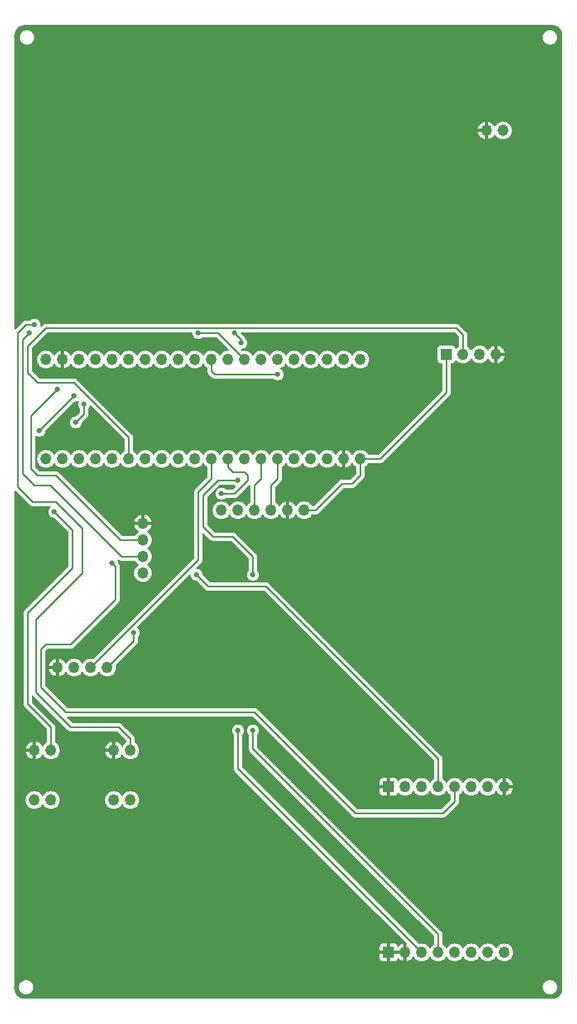
<source format=gbr>
%TF.GenerationSoftware,KiCad,Pcbnew,7.0.7*%
%TF.CreationDate,2023-09-27T10:02:53+02:00*%
%TF.ProjectId,EEE4022S_KiCad,45454534-3032-4325-935f-4b694361642e,rev?*%
%TF.SameCoordinates,Original*%
%TF.FileFunction,Copper,L1,Top*%
%TF.FilePolarity,Positive*%
%FSLAX46Y46*%
G04 Gerber Fmt 4.6, Leading zero omitted, Abs format (unit mm)*
G04 Created by KiCad (PCBNEW 7.0.7) date 2023-09-27 10:02:53*
%MOMM*%
%LPD*%
G01*
G04 APERTURE LIST*
%TA.AperFunction,ComponentPad*%
%ADD10O,1.700000X1.700000*%
%TD*%
%TA.AperFunction,ComponentPad*%
%ADD11R,1.700000X1.700000*%
%TD*%
%TA.AperFunction,ViaPad*%
%ADD12C,0.800000*%
%TD*%
%TA.AperFunction,Conductor*%
%ADD13C,0.254000*%
%TD*%
G04 APERTURE END LIST*
D10*
%TO.P,U5,1,TXD*%
%TO.N,A3*%
X49684000Y-108956000D03*
%TO.P,U5,2,RXD*%
%TO.N,A2*%
X49684000Y-106416000D03*
%TO.P,U5,3,+5V*%
%TO.N,5V*%
X49684000Y-103876000D03*
%TO.P,U5,4,GND*%
%TO.N,GND*%
X49684000Y-101336000D03*
%TD*%
D11*
%TO.P,U3,1,VCC*%
%TO.N,3V3*%
X96262600Y-75410000D03*
D10*
%TO.P,U3,2,RX*%
%TO.N,Net-(U1-A9)*%
X98802600Y-75410000D03*
%TO.P,U3,3,TX*%
%TO.N,Net-(U1-A10)*%
X101342600Y-75410000D03*
%TO.P,U3,4,GND*%
%TO.N,GND*%
X103882600Y-75410000D03*
%TD*%
%TO.P,U6,*%
%TO.N,*%
X33020000Y-143764000D03*
X35560000Y-143764000D03*
%TO.P,U6,1,GND*%
%TO.N,GND*%
X33020000Y-136144000D03*
%TO.P,U6,2,PIN*%
%TO.N,B13*%
X35560000Y-136144000D03*
%TD*%
%TO.P,U4,1,CS*%
%TO.N,unconnected-(U4-CS-Pad1)*%
X61722000Y-99314000D03*
%TO.P,U4,2,ADDR/MISO*%
%TO.N,unconnected-(U4-ADDR{slash}MISO-Pad2)*%
X64262000Y-99314000D03*
%TO.P,U4,3,SCL/SCK*%
%TO.N,B6*%
X66802000Y-99314000D03*
%TO.P,U4,4,SDA/MOSI*%
%TO.N,B7*%
X69342000Y-99314000D03*
%TO.P,U4,5,GND*%
%TO.N,GND*%
X71882000Y-99314000D03*
%TO.P,U4,6,VCC*%
%TO.N,3V3*%
X74422000Y-99314000D03*
%TD*%
%TO.P,U7,*%
%TO.N,*%
X45212000Y-143764000D03*
X47752000Y-143764000D03*
%TO.P,U7,1,GND*%
%TO.N,GND*%
X45212000Y-136144000D03*
%TO.P,U7,2,PIN*%
%TO.N,A5*%
X47752000Y-136144000D03*
%TD*%
%TO.P,B1,1,5V_Out*%
%TO.N,5V*%
X104944000Y-41072000D03*
%TO.P,B1,2,GND*%
%TO.N,GND*%
X102404000Y-41072000D03*
%TD*%
%TO.P,U1,1,VB*%
%TO.N,unconnected-(U1-VB-Pad1)*%
X83058000Y-76200000D03*
%TO.P,U1,2,C13*%
%TO.N,unconnected-(U1-C13-Pad2)*%
X80518000Y-76200000D03*
%TO.P,U1,3,C14*%
%TO.N,unconnected-(U1-C14-Pad3)*%
X77978000Y-76200000D03*
%TO.P,U1,4,C15*%
%TO.N,unconnected-(U1-C15-Pad4)*%
X75438000Y-76200000D03*
%TO.P,U1,5,R*%
%TO.N,unconnected-(U1-R-Pad5)*%
X72898000Y-76200000D03*
%TO.P,U1,6,A0*%
%TO.N,unconnected-(U1-A0-Pad6)*%
X70358000Y-76200000D03*
%TO.P,U1,7,A1*%
%TO.N,unconnected-(U1-A1-Pad7)*%
X67818000Y-76200000D03*
%TO.P,U1,8,A2*%
%TO.N,A2*%
X65278000Y-76200000D03*
%TO.P,U1,9,A3*%
%TO.N,A3*%
X62738000Y-76200000D03*
%TO.P,U1,10,A4*%
%TO.N,A4*%
X60198000Y-76200000D03*
%TO.P,U1,11,A5*%
%TO.N,A5*%
X57658000Y-76200000D03*
%TO.P,U1,12,A6*%
%TO.N,unconnected-(U1-A6-Pad12)*%
X55118000Y-76200000D03*
%TO.P,U1,13,A7*%
%TO.N,unconnected-(U1-A7-Pad13)*%
X52578000Y-76200000D03*
%TO.P,U1,14,B0*%
%TO.N,unconnected-(U1-B0-Pad14)*%
X50038000Y-76200000D03*
%TO.P,U1,15,B1*%
%TO.N,unconnected-(U1-B1-Pad15)*%
X47498000Y-76200000D03*
%TO.P,U1,16,B2*%
%TO.N,unconnected-(U1-B2-Pad16)*%
X44958000Y-76200000D03*
%TO.P,U1,17,B10*%
%TO.N,B10*%
X42418000Y-76200000D03*
%TO.P,U1,18,3V3*%
%TO.N,unconnected-(U1-3V3-Pad18)*%
X39878000Y-76200000D03*
%TO.P,U1,19,G*%
%TO.N,GND*%
X37338000Y-76200000D03*
%TO.P,U1,20,5V*%
%TO.N,5V*%
X34798000Y-76200000D03*
%TO.P,U1,21,3V3*%
%TO.N,3V3*%
X83058000Y-91440000D03*
%TO.P,U1,22,G*%
%TO.N,GND*%
X80518000Y-91440000D03*
%TO.P,U1,23,5V*%
%TO.N,unconnected-(U1-5V-Pad23)*%
X77978000Y-91440000D03*
%TO.P,U1,24,B9*%
%TO.N,B9*%
X75438000Y-91440000D03*
%TO.P,U1,25,B8*%
%TO.N,B8*%
X72898000Y-91440000D03*
%TO.P,U1,26,B7*%
%TO.N,B7*%
X70358000Y-91440000D03*
%TO.P,U1,27,B6*%
%TO.N,B6*%
X67818000Y-91440000D03*
%TO.P,U1,28,B5*%
%TO.N,B5*%
X65278000Y-91440000D03*
%TO.P,U1,29,B4*%
%TO.N,B4*%
X62738000Y-91440000D03*
%TO.P,U1,30,B3*%
%TO.N,B3*%
X60198000Y-91440000D03*
%TO.P,U1,31,A15*%
%TO.N,unconnected-(U1-A15-Pad31)*%
X57658000Y-91440000D03*
%TO.P,U1,32,A12*%
%TO.N,unconnected-(U1-A12-Pad32)*%
X55118000Y-91440000D03*
%TO.P,U1,33,A11*%
%TO.N,unconnected-(U1-A11-Pad33)*%
X52578000Y-91440000D03*
%TO.P,U1,34,A10*%
%TO.N,Net-(U1-A10)*%
X50038000Y-91440000D03*
%TO.P,U1,35,A9*%
%TO.N,Net-(U1-A9)*%
X47498000Y-91440000D03*
%TO.P,U1,36,A8*%
%TO.N,unconnected-(U1-A8-Pad36)*%
X44958000Y-91440000D03*
%TO.P,U1,37,B15*%
%TO.N,unconnected-(U1-B15-Pad37)*%
X42418000Y-91440000D03*
%TO.P,U1,38,B14*%
%TO.N,unconnected-(U1-B14-Pad38)*%
X39878000Y-91440000D03*
%TO.P,U1,39,B13*%
%TO.N,B13*%
X37338000Y-91440000D03*
%TO.P,U1,40,B12*%
%TO.N,B12*%
X34798000Y-91440000D03*
%TD*%
%TO.P,U8,1,GND*%
%TO.N,GND*%
X36576000Y-123444000D03*
%TO.P,U8,2,VCC*%
%TO.N,5V*%
X39116000Y-123444000D03*
%TO.P,U8,3,SCL*%
%TO.N,B3*%
X41656000Y-123444000D03*
%TO.P,U8,4,SDA*%
%TO.N,B10*%
X44196000Y-123444000D03*
%TD*%
D11*
%TO.P,U2,1,GND*%
%TO.N,GND*%
X87376000Y-141732000D03*
D10*
%TO.P,U2,2,NSS*%
%TO.N,A4*%
X89916000Y-141732000D03*
%TO.P,U2,3,MOSI*%
%TO.N,B5*%
X92456000Y-141732000D03*
%TO.P,U2,4,MISO*%
%TO.N,B4*%
X94996000Y-141732000D03*
%TO.P,U2,5,SCK*%
%TO.N,B12*%
X97536000Y-141732000D03*
%TO.P,U2,6,DIO5*%
%TO.N,unconnected-(U2-DIO5-Pad6)*%
X100076000Y-141732000D03*
%TO.P,U2,7,DIO4*%
%TO.N,unconnected-(U2-DIO4-Pad7)*%
X102616000Y-141732000D03*
%TO.P,U2,8,GND*%
%TO.N,GND*%
X105156000Y-141732000D03*
D11*
%TO.P,U2,9,GND*%
X87376000Y-167132000D03*
D10*
%TO.P,U2,10,GND*%
X89916000Y-167132000D03*
%TO.P,U2,11,3.3V*%
%TO.N,3V3*%
X92456000Y-167132000D03*
%TO.P,U2,12,RST*%
%TO.N,B8*%
X94996000Y-167132000D03*
%TO.P,U2,13,DIO0*%
%TO.N,B9*%
X97536000Y-167132000D03*
%TO.P,U2,14,DIO1*%
%TO.N,unconnected-(U2-DIO1-Pad14)*%
X100076000Y-167132000D03*
%TO.P,U2,15,DIO2*%
%TO.N,unconnected-(U2-DIO2-Pad15)*%
X102616000Y-167132000D03*
%TO.P,U2,16,DIO3*%
%TO.N,unconnected-(U2-DIO3-Pad16)*%
X105156000Y-167132000D03*
%TD*%
D12*
%TO.N,5V*%
X36576000Y-80772000D03*
%TO.N,GND*%
X32258000Y-133604000D03*
%TO.N,A2*%
X32258000Y-72136000D03*
X58166000Y-72136000D03*
%TO.N,A3*%
X39370000Y-85852000D03*
X40640000Y-83058000D03*
%TO.N,A4*%
X70358000Y-78486000D03*
%TO.N,A5*%
X33020000Y-70866000D03*
X63754000Y-72136000D03*
X64770000Y-73660000D03*
%TO.N,B10*%
X39116000Y-81788000D03*
X33782000Y-87122000D03*
X48260000Y-118110000D03*
%TO.N,3V3*%
X64262000Y-133096000D03*
%TO.N,B8*%
X64262000Y-94742000D03*
X66548000Y-133096000D03*
X66548000Y-109220000D03*
%TO.N,B4*%
X61722000Y-96774000D03*
X57912000Y-109220000D03*
%TO.N,B13*%
X36068000Y-99568000D03*
%TO.N,B12*%
X44958000Y-107442000D03*
%TD*%
D13*
%TO.N,5V*%
X38862000Y-96520000D02*
X36322000Y-93980000D01*
X36322000Y-93980000D02*
X35052000Y-93980000D01*
X32512000Y-92964000D02*
X32512000Y-84836000D01*
X46218000Y-103876000D02*
X38862000Y-96520000D01*
X35052000Y-93980000D02*
X33528000Y-93980000D01*
X33528000Y-93980000D02*
X32512000Y-92964000D01*
X49684000Y-103876000D02*
X46218000Y-103876000D01*
X32512000Y-84836000D02*
X36576000Y-80772000D01*
%TO.N,GND*%
X33020000Y-134366000D02*
X32258000Y-133604000D01*
X33020000Y-136144000D02*
X33020000Y-134366000D01*
%TO.N,A2*%
X31242000Y-73152000D02*
X32258000Y-72136000D01*
X46345000Y-106416000D02*
X35433000Y-95504000D01*
X31242000Y-93218000D02*
X31242000Y-73152000D01*
X31242000Y-93726000D02*
X31242000Y-93218000D01*
X33020000Y-95504000D02*
X31242000Y-93726000D01*
X61214000Y-72136000D02*
X65278000Y-76200000D01*
X35433000Y-95504000D02*
X33020000Y-95504000D01*
X49684000Y-106416000D02*
X46345000Y-106416000D01*
X58166000Y-72136000D02*
X61214000Y-72136000D01*
%TO.N,A3*%
X40640000Y-84582000D02*
X40640000Y-83058000D01*
X39370000Y-85852000D02*
X40640000Y-84582000D01*
%TO.N,A4*%
X60198000Y-77978000D02*
X60198000Y-76200000D01*
X70358000Y-78486000D02*
X60706000Y-78486000D01*
X60706000Y-78486000D02*
X60198000Y-77978000D01*
%TO.N,A5*%
X47752000Y-136144000D02*
X47752000Y-134366000D01*
X33274000Y-116078000D02*
X36322000Y-113030000D01*
X40386000Y-102870000D02*
X40386000Y-102857866D01*
X31750000Y-70866000D02*
X33020000Y-70866000D01*
X30480000Y-95758000D02*
X30480000Y-72136000D01*
X40386000Y-108966000D02*
X40386000Y-102870000D01*
X36322000Y-113030000D02*
X40386000Y-108966000D01*
X64770000Y-73660000D02*
X64770000Y-73406000D01*
X38608000Y-132588000D02*
X33274000Y-127254000D01*
X40386000Y-102108000D02*
X36322000Y-98044000D01*
X64770000Y-73152000D02*
X64770000Y-73660000D01*
X40386000Y-102857866D02*
X40386000Y-102108000D01*
X63754000Y-72136000D02*
X64770000Y-73152000D01*
X32766000Y-98044000D02*
X30480000Y-95758000D01*
X34036000Y-98044000D02*
X32766000Y-98044000D01*
X45974000Y-132588000D02*
X38608000Y-132588000D01*
X46736000Y-133350000D02*
X45974000Y-132588000D01*
X36322000Y-98044000D02*
X34036000Y-98044000D01*
X30480000Y-72136000D02*
X31750000Y-70866000D01*
X33274000Y-125476000D02*
X33274000Y-116078000D01*
X33274000Y-127254000D02*
X33274000Y-125476000D01*
X47752000Y-134366000D02*
X46736000Y-133350000D01*
%TO.N,B10*%
X48260000Y-119380000D02*
X48260000Y-118110000D01*
X33782000Y-87122000D02*
X39116000Y-81788000D01*
X44196000Y-123444000D02*
X48260000Y-119380000D01*
%TO.N,3V3*%
X74422000Y-99314000D02*
X76200000Y-99314000D01*
X86106000Y-91440000D02*
X83058000Y-91440000D01*
X83058000Y-93980000D02*
X83058000Y-91440000D01*
X80264000Y-95250000D02*
X81788000Y-95250000D01*
X64262000Y-138938000D02*
X64262000Y-133096000D01*
X81788000Y-95250000D02*
X83058000Y-93980000D01*
X96262600Y-81283400D02*
X86106000Y-91440000D01*
X76200000Y-99314000D02*
X80264000Y-95250000D01*
X92456000Y-167132000D02*
X64262000Y-138938000D01*
X96262600Y-75410000D02*
X96262600Y-81283400D01*
%TO.N,B8*%
X58928000Y-101854000D02*
X58928000Y-97028000D01*
X94996000Y-167132000D02*
X94996000Y-164338000D01*
X58928000Y-97028000D02*
X61214000Y-94742000D01*
X66548000Y-135890000D02*
X66548000Y-133096000D01*
X63500000Y-103378000D02*
X60452000Y-103378000D01*
X66548000Y-109220000D02*
X66548000Y-106426000D01*
X66548000Y-106426000D02*
X63500000Y-103378000D01*
X60452000Y-103378000D02*
X58928000Y-101854000D01*
X92456000Y-161798000D02*
X66548000Y-135890000D01*
X61214000Y-94742000D02*
X64262000Y-94742000D01*
X94996000Y-164338000D02*
X92456000Y-161798000D01*
%TO.N,B7*%
X70358000Y-94488000D02*
X70358000Y-91440000D01*
X69342000Y-95504000D02*
X70358000Y-94488000D01*
X69342000Y-99314000D02*
X69342000Y-95504000D01*
%TO.N,B6*%
X66802000Y-95504000D02*
X67818000Y-94488000D01*
X66802000Y-99314000D02*
X66802000Y-95504000D01*
X67818000Y-94488000D02*
X67818000Y-91440000D01*
%TO.N,B4*%
X94996000Y-137414000D02*
X84582000Y-127000000D01*
X62738000Y-92710000D02*
X62738000Y-91440000D01*
X65278000Y-93472000D02*
X63500000Y-93472000D01*
X61722000Y-96774000D02*
X63754000Y-96774000D01*
X68580000Y-110998000D02*
X59690000Y-110998000D01*
X59690000Y-110998000D02*
X57912000Y-109220000D01*
X63500000Y-93472000D02*
X62738000Y-92710000D01*
X94996000Y-141732000D02*
X94996000Y-137414000D01*
X65786000Y-93980000D02*
X65278000Y-93472000D01*
X84582000Y-127000000D02*
X68580000Y-110998000D01*
X65786000Y-94742000D02*
X65786000Y-93980000D01*
X63754000Y-96774000D02*
X65786000Y-94742000D01*
%TO.N,B3*%
X60198000Y-94488000D02*
X60198000Y-91440000D01*
X58166000Y-96520000D02*
X60198000Y-94488000D01*
X41656000Y-123444000D02*
X58166000Y-106934000D01*
X58166000Y-106934000D02*
X58166000Y-96520000D01*
%TO.N,Net-(U1-A9)*%
X98806000Y-72644000D02*
X98806000Y-72390000D01*
X32004000Y-74168000D02*
X32004000Y-78232000D01*
X34798000Y-71374000D02*
X32004000Y-74168000D01*
X33528000Y-79756000D02*
X39116000Y-79756000D01*
X39116000Y-79756000D02*
X47498000Y-88138000D01*
X98806000Y-72390000D02*
X97790000Y-71374000D01*
X47498000Y-88138000D02*
X47498000Y-91440000D01*
X32004000Y-78232000D02*
X33528000Y-79756000D01*
X98802600Y-75410000D02*
X98802600Y-72647400D01*
X97790000Y-71374000D02*
X34798000Y-71374000D01*
X98802600Y-72647400D02*
X98806000Y-72644000D01*
%TO.N,B13*%
X38862000Y-108204000D02*
X38862000Y-102362000D01*
X35560000Y-132588000D02*
X32004000Y-129032000D01*
X35560000Y-136144000D02*
X35560000Y-132588000D01*
X32004000Y-115062000D02*
X34290000Y-112776000D01*
X38862000Y-102362000D02*
X36068000Y-99568000D01*
X32004000Y-129032000D02*
X32004000Y-115062000D01*
X34290000Y-112776000D02*
X38862000Y-108204000D01*
%TO.N,B12*%
X37846000Y-130302000D02*
X34036000Y-126492000D01*
X34036000Y-126492000D02*
X34036000Y-120650000D01*
X34798000Y-119888000D02*
X38608000Y-119888000D01*
X45466000Y-107950000D02*
X44958000Y-107442000D01*
X45466000Y-113030000D02*
X45466000Y-107950000D01*
X38608000Y-119888000D02*
X45466000Y-113030000D01*
X82296000Y-145796000D02*
X66802000Y-130302000D01*
X97536000Y-141732000D02*
X97536000Y-144018000D01*
X34036000Y-120650000D02*
X34798000Y-119888000D01*
X95758000Y-145796000D02*
X82296000Y-145796000D01*
X66802000Y-130302000D02*
X37846000Y-130302000D01*
X97536000Y-144018000D02*
X95758000Y-145796000D01*
%TD*%
%TA.AperFunction,Conductor*%
%TO.N,GND*%
G36*
X89369692Y-166901685D02*
G01*
X89415447Y-166954489D01*
X89425391Y-167023647D01*
X89421631Y-167040933D01*
X89416000Y-167060111D01*
X89416000Y-167203888D01*
X89421631Y-167223067D01*
X89421630Y-167292936D01*
X89383855Y-167351714D01*
X89320299Y-167380738D01*
X89302653Y-167382000D01*
X87989347Y-167382000D01*
X87922308Y-167362315D01*
X87876553Y-167309511D01*
X87866609Y-167240353D01*
X87870369Y-167223067D01*
X87876000Y-167203888D01*
X87876000Y-167060111D01*
X87870369Y-167040933D01*
X87870370Y-166971064D01*
X87908145Y-166912286D01*
X87971701Y-166883262D01*
X87989347Y-166882000D01*
X89302653Y-166882000D01*
X89369692Y-166901685D01*
G37*
%TD.AperFunction*%
%TA.AperFunction,Conductor*%
G36*
X112524207Y-24892657D02*
G01*
X112572129Y-24896085D01*
X112591629Y-24897480D01*
X112615386Y-24899349D01*
X112742233Y-24909332D01*
X112750552Y-24910560D01*
X112805602Y-24922535D01*
X112846479Y-24931427D01*
X112965320Y-24959959D01*
X112972519Y-24962157D01*
X113008335Y-24975515D01*
X113070181Y-24998582D01*
X113128505Y-25022742D01*
X113178307Y-25043371D01*
X113184297Y-25046237D01*
X113229528Y-25070934D01*
X113276730Y-25096708D01*
X113279363Y-25098232D01*
X113376472Y-25157741D01*
X113381185Y-25160939D01*
X113466268Y-25224632D01*
X113469334Y-25227085D01*
X113555305Y-25300511D01*
X113558881Y-25303817D01*
X113634181Y-25379117D01*
X113637487Y-25382693D01*
X113710901Y-25468649D01*
X113713373Y-25471738D01*
X113777053Y-25556805D01*
X113780264Y-25561536D01*
X113835220Y-25651217D01*
X113839753Y-25658614D01*
X113841306Y-25661296D01*
X113891761Y-25753701D01*
X113894627Y-25759690D01*
X113939423Y-25867834D01*
X113975841Y-25965479D01*
X113978039Y-25972677D01*
X114006573Y-26091525D01*
X114027439Y-26187446D01*
X114028666Y-26195769D01*
X114040519Y-26346368D01*
X114045342Y-26413791D01*
X114045500Y-26418216D01*
X114045502Y-172717785D01*
X114045344Y-172722209D01*
X114040522Y-172789633D01*
X114028669Y-172940232D01*
X114027441Y-172948555D01*
X114006573Y-173044488D01*
X113978042Y-173163323D01*
X113975844Y-173170521D01*
X113939428Y-173268159D01*
X113894629Y-173376313D01*
X113891763Y-173382304D01*
X113841315Y-173474693D01*
X113839762Y-173477374D01*
X113780272Y-173574454D01*
X113777040Y-173579217D01*
X113713399Y-173664231D01*
X113710910Y-173667343D01*
X113637483Y-173753315D01*
X113634177Y-173756891D01*
X113558891Y-173832177D01*
X113555315Y-173835483D01*
X113469343Y-173908910D01*
X113466231Y-173911399D01*
X113381217Y-173975040D01*
X113376454Y-173978272D01*
X113279374Y-174037762D01*
X113276693Y-174039315D01*
X113184304Y-174089763D01*
X113178313Y-174092629D01*
X113070159Y-174137428D01*
X112972521Y-174173844D01*
X112965323Y-174176042D01*
X112846488Y-174204573D01*
X112750554Y-174225441D01*
X112742231Y-174226669D01*
X112621773Y-174236150D01*
X112591717Y-174238516D01*
X112575566Y-174239671D01*
X112524211Y-174243343D01*
X112519788Y-174243501D01*
X31498215Y-174243501D01*
X31493790Y-174243343D01*
X31426367Y-174238520D01*
X31275768Y-174226667D01*
X31267445Y-174225440D01*
X31171497Y-174204568D01*
X31052689Y-174176044D01*
X31045489Y-174173846D01*
X30947823Y-174137419D01*
X30839692Y-174092629D01*
X30833701Y-174089763D01*
X30741292Y-174039304D01*
X30738611Y-174037751D01*
X30641555Y-173978276D01*
X30636791Y-173975044D01*
X30551752Y-173911384D01*
X30548652Y-173908903D01*
X30462677Y-173835474D01*
X30459111Y-173832177D01*
X30383821Y-173756887D01*
X30380519Y-173753315D01*
X30307089Y-173667340D01*
X30304614Y-173664246D01*
X30304603Y-173664231D01*
X30240945Y-173579194D01*
X30237727Y-173574451D01*
X30191717Y-173499368D01*
X30178247Y-173477387D01*
X30176694Y-173474706D01*
X30126235Y-173382297D01*
X30123369Y-173376306D01*
X30078580Y-173268176D01*
X30053775Y-173201672D01*
X30042150Y-173170504D01*
X30039957Y-173163319D01*
X30011432Y-173044507D01*
X29990559Y-172948553D01*
X29989331Y-172940234D01*
X29977487Y-172789750D01*
X29972654Y-172722180D01*
X29972498Y-172717815D01*
X29972498Y-172466000D01*
X30652323Y-172466000D01*
X30671012Y-172667697D01*
X30726446Y-172862524D01*
X30726451Y-172862537D01*
X30816736Y-173043852D01*
X30938808Y-173205502D01*
X31041674Y-173299276D01*
X31088502Y-173341965D01*
X31260723Y-173448600D01*
X31292022Y-173460725D01*
X31295031Y-173461994D01*
X31297526Y-173462857D01*
X31449606Y-173521774D01*
X31482298Y-173527885D01*
X31485488Y-173528570D01*
X31491849Y-173530114D01*
X31502121Y-173531590D01*
X31648719Y-173558995D01*
X31648720Y-173558995D01*
X31683854Y-173558995D01*
X31691994Y-173559577D01*
X31692000Y-173559458D01*
X31697895Y-173559738D01*
X31697899Y-173559739D01*
X31697902Y-173559738D01*
X31697907Y-173559739D01*
X31705450Y-173559380D01*
X31705463Y-173559383D01*
X31712125Y-173559065D01*
X31715078Y-173558995D01*
X31851278Y-173558995D01*
X31851281Y-173558995D01*
X31894220Y-173550968D01*
X31902641Y-173549985D01*
X31905832Y-173549834D01*
X31905838Y-173549832D01*
X31908224Y-173549719D01*
X31908278Y-173549714D01*
X31941060Y-173548151D01*
X31971532Y-173536515D01*
X32050394Y-173521774D01*
X32094927Y-173504521D01*
X32102537Y-173502125D01*
X32106289Y-173501204D01*
X32108133Y-173500757D01*
X32108137Y-173500754D01*
X32113859Y-173499368D01*
X32113875Y-173499363D01*
X32140350Y-173492940D01*
X32166854Y-173476656D01*
X32229251Y-173452484D01*
X32239275Y-173448601D01*
X32239280Y-173448598D01*
X32283562Y-173421179D01*
X32290420Y-173417508D01*
X32297490Y-173414280D01*
X32297493Y-173414277D01*
X32303161Y-173411689D01*
X32304585Y-173411484D01*
X32308274Y-173409354D01*
X32325723Y-173401385D01*
X32347585Y-173381537D01*
X32411498Y-173341965D01*
X32453199Y-173303949D01*
X32458989Y-173299276D01*
X32466589Y-173293864D01*
X32469581Y-173292828D01*
X32476699Y-173286661D01*
X32490608Y-173276755D01*
X32507429Y-173254511D01*
X32561193Y-173205500D01*
X32597878Y-173156920D01*
X32602475Y-173151510D01*
X32605961Y-173147854D01*
X32610108Y-173145459D01*
X32618883Y-173134302D01*
X32629140Y-173123545D01*
X32640809Y-173100070D01*
X32683264Y-173043852D01*
X32709881Y-172990395D01*
X32717465Y-172982215D01*
X32718858Y-172978738D01*
X32729661Y-172957782D01*
X32736490Y-172947155D01*
X32743135Y-172923614D01*
X32773551Y-172862532D01*
X32773553Y-172862527D01*
X32774137Y-172860474D01*
X32790239Y-172803880D01*
X32797037Y-172793103D01*
X32798385Y-172786113D01*
X32805026Y-172763492D01*
X32808867Y-172753897D01*
X32810878Y-172731342D01*
X32828987Y-172667698D01*
X32835912Y-172592964D01*
X32836762Y-172586991D01*
X32840021Y-172570084D01*
X32840021Y-172570081D01*
X32840997Y-172565016D01*
X32840999Y-172565001D01*
X32843766Y-172550642D01*
X32841749Y-172529968D01*
X32847677Y-172466000D01*
X111043323Y-172466000D01*
X111062012Y-172667697D01*
X111117446Y-172862524D01*
X111117451Y-172862537D01*
X111207736Y-173043852D01*
X111329808Y-173205502D01*
X111432674Y-173299276D01*
X111479502Y-173341965D01*
X111651723Y-173448600D01*
X111683022Y-173460725D01*
X111686031Y-173461994D01*
X111688526Y-173462857D01*
X111840606Y-173521774D01*
X111873298Y-173527885D01*
X111876488Y-173528570D01*
X111882848Y-173530114D01*
X111882849Y-173530114D01*
X111893121Y-173531590D01*
X112039719Y-173558995D01*
X112039720Y-173558995D01*
X112074854Y-173558995D01*
X112082994Y-173559577D01*
X112083000Y-173559458D01*
X112088895Y-173559738D01*
X112088899Y-173559739D01*
X112088902Y-173559738D01*
X112088907Y-173559739D01*
X112096450Y-173559380D01*
X112096463Y-173559383D01*
X112103125Y-173559065D01*
X112106078Y-173558995D01*
X112242278Y-173558995D01*
X112242281Y-173558995D01*
X112285220Y-173550968D01*
X112293641Y-173549985D01*
X112296832Y-173549834D01*
X112296838Y-173549832D01*
X112299224Y-173549719D01*
X112299278Y-173549714D01*
X112332060Y-173548151D01*
X112362532Y-173536515D01*
X112441394Y-173521774D01*
X112485927Y-173504521D01*
X112493537Y-173502125D01*
X112497289Y-173501204D01*
X112499133Y-173500757D01*
X112499137Y-173500754D01*
X112504859Y-173499368D01*
X112504875Y-173499363D01*
X112531350Y-173492940D01*
X112557854Y-173476656D01*
X112620251Y-173452484D01*
X112630275Y-173448601D01*
X112630280Y-173448598D01*
X112674562Y-173421179D01*
X112681420Y-173417508D01*
X112688490Y-173414280D01*
X112688493Y-173414277D01*
X112694161Y-173411689D01*
X112695585Y-173411484D01*
X112699274Y-173409354D01*
X112716723Y-173401385D01*
X112738585Y-173381537D01*
X112802498Y-173341965D01*
X112844199Y-173303949D01*
X112849989Y-173299276D01*
X112857589Y-173293864D01*
X112860581Y-173292828D01*
X112867699Y-173286661D01*
X112881608Y-173276755D01*
X112898429Y-173254511D01*
X112952193Y-173205500D01*
X112988878Y-173156920D01*
X112993475Y-173151510D01*
X112996961Y-173147854D01*
X113001108Y-173145459D01*
X113009883Y-173134302D01*
X113020140Y-173123545D01*
X113031809Y-173100070D01*
X113074264Y-173043852D01*
X113100881Y-172990395D01*
X113108465Y-172982215D01*
X113109858Y-172978738D01*
X113120661Y-172957782D01*
X113127490Y-172947155D01*
X113134135Y-172923614D01*
X113164551Y-172862532D01*
X113164553Y-172862527D01*
X113165137Y-172860474D01*
X113181239Y-172803880D01*
X113188037Y-172793103D01*
X113189385Y-172786113D01*
X113196026Y-172763492D01*
X113199867Y-172753897D01*
X113201878Y-172731342D01*
X113219987Y-172667698D01*
X113226912Y-172592964D01*
X113227762Y-172586991D01*
X113231021Y-172570084D01*
X113231021Y-172570081D01*
X113231997Y-172565016D01*
X113231999Y-172565001D01*
X113234766Y-172550642D01*
X113232749Y-172529968D01*
X113238677Y-172466000D01*
X113232749Y-172402030D01*
X113235772Y-172386577D01*
X113231301Y-172363377D01*
X113231297Y-172363354D01*
X113231021Y-172361923D01*
X113231021Y-172361916D01*
X113227760Y-172345000D01*
X113226913Y-172339055D01*
X113219987Y-172264302D01*
X113201878Y-172200656D01*
X113202022Y-172183481D01*
X113196026Y-172168504D01*
X113189383Y-172145883D01*
X113188849Y-172143112D01*
X113181239Y-172128119D01*
X113165137Y-172071526D01*
X113164553Y-172069473D01*
X113134132Y-172008380D01*
X113130876Y-171990112D01*
X113120660Y-171974216D01*
X113109868Y-171953283D01*
X113100881Y-171941603D01*
X113074264Y-171888148D01*
X113031809Y-171831929D01*
X113024778Y-171813316D01*
X113009883Y-171797695D01*
X113002995Y-171788936D01*
X112996957Y-171784139D01*
X112993475Y-171780488D01*
X112988866Y-171775063D01*
X112952193Y-171726500D01*
X112952190Y-171726497D01*
X112898427Y-171677484D01*
X112887432Y-171659390D01*
X112867695Y-171645334D01*
X112862134Y-171640515D01*
X112857591Y-171638136D01*
X112853625Y-171635312D01*
X112849995Y-171632728D01*
X112844193Y-171628045D01*
X112802498Y-171590035D01*
X112738584Y-171550461D01*
X112723613Y-171533759D01*
X112699274Y-171522644D01*
X112696407Y-171520989D01*
X112694168Y-171520312D01*
X112681437Y-171514498D01*
X112674547Y-171510811D01*
X112630277Y-171483400D01*
X112630276Y-171483399D01*
X112557851Y-171455342D01*
X112539109Y-171440939D01*
X112493772Y-171429941D01*
X112485985Y-171427500D01*
X112461820Y-171418139D01*
X112441394Y-171410226D01*
X112441388Y-171410224D01*
X112441382Y-171410223D01*
X112362526Y-171395482D01*
X112340419Y-171384241D01*
X112293652Y-171382013D01*
X112285202Y-171381027D01*
X112242286Y-171373005D01*
X112242281Y-171373005D01*
X112106003Y-171373005D01*
X112103053Y-171372935D01*
X112088899Y-171372260D01*
X112083000Y-171372542D01*
X112082994Y-171372422D01*
X112074854Y-171373005D01*
X112039719Y-171373005D01*
X111919479Y-171395482D01*
X111893122Y-171400409D01*
X111882846Y-171401886D01*
X111876480Y-171403430D01*
X111873265Y-171404120D01*
X111840608Y-171410225D01*
X111840604Y-171410226D01*
X111688530Y-171469140D01*
X111686031Y-171470005D01*
X111683019Y-171471274D01*
X111651727Y-171483398D01*
X111651716Y-171483404D01*
X111479503Y-171590033D01*
X111479501Y-171590035D01*
X111329808Y-171726497D01*
X111207736Y-171888147D01*
X111117451Y-172069462D01*
X111117446Y-172069475D01*
X111062012Y-172264302D01*
X111043323Y-172465999D01*
X111043323Y-172466000D01*
X32847677Y-172466000D01*
X32841749Y-172402030D01*
X32844772Y-172386577D01*
X32840301Y-172363377D01*
X32840297Y-172363354D01*
X32840021Y-172361923D01*
X32840021Y-172361916D01*
X32836760Y-172345000D01*
X32835913Y-172339055D01*
X32828987Y-172264302D01*
X32810878Y-172200656D01*
X32811022Y-172183481D01*
X32805026Y-172168504D01*
X32798383Y-172145883D01*
X32797849Y-172143112D01*
X32790239Y-172128119D01*
X32774137Y-172071526D01*
X32773553Y-172069473D01*
X32743132Y-172008380D01*
X32739876Y-171990112D01*
X32729660Y-171974216D01*
X32718868Y-171953283D01*
X32709881Y-171941603D01*
X32683264Y-171888148D01*
X32640809Y-171831929D01*
X32633778Y-171813316D01*
X32618883Y-171797695D01*
X32611995Y-171788936D01*
X32605957Y-171784139D01*
X32602475Y-171780488D01*
X32597866Y-171775063D01*
X32561193Y-171726500D01*
X32561190Y-171726497D01*
X32507427Y-171677484D01*
X32496432Y-171659390D01*
X32476695Y-171645334D01*
X32471134Y-171640515D01*
X32466591Y-171638136D01*
X32462625Y-171635312D01*
X32458995Y-171632728D01*
X32453193Y-171628045D01*
X32411498Y-171590035D01*
X32347584Y-171550461D01*
X32332613Y-171533759D01*
X32308274Y-171522644D01*
X32305407Y-171520989D01*
X32303168Y-171520312D01*
X32290437Y-171514498D01*
X32283547Y-171510811D01*
X32239277Y-171483400D01*
X32239276Y-171483399D01*
X32166851Y-171455342D01*
X32148109Y-171440939D01*
X32102772Y-171429941D01*
X32094985Y-171427500D01*
X32070820Y-171418139D01*
X32050394Y-171410226D01*
X32050388Y-171410224D01*
X32050382Y-171410223D01*
X31971526Y-171395482D01*
X31949419Y-171384241D01*
X31902652Y-171382013D01*
X31894202Y-171381027D01*
X31851286Y-171373005D01*
X31851281Y-171373005D01*
X31715003Y-171373005D01*
X31712053Y-171372935D01*
X31697899Y-171372260D01*
X31692000Y-171372542D01*
X31691994Y-171372422D01*
X31683854Y-171373005D01*
X31648719Y-171373005D01*
X31528479Y-171395482D01*
X31502122Y-171400409D01*
X31491846Y-171401886D01*
X31485480Y-171403430D01*
X31482265Y-171404120D01*
X31449608Y-171410225D01*
X31449604Y-171410226D01*
X31297530Y-171469140D01*
X31295031Y-171470005D01*
X31292019Y-171471274D01*
X31260727Y-171483398D01*
X31260716Y-171483404D01*
X31088503Y-171590033D01*
X31088501Y-171590035D01*
X30938808Y-171726497D01*
X30816736Y-171888147D01*
X30726451Y-172069462D01*
X30726446Y-172069475D01*
X30671012Y-172264302D01*
X30652323Y-172465999D01*
X30652323Y-172466000D01*
X29972498Y-172466000D01*
X29972498Y-143764000D01*
X31664341Y-143764000D01*
X31684936Y-143999403D01*
X31684938Y-143999413D01*
X31746094Y-144227655D01*
X31746096Y-144227659D01*
X31746097Y-144227663D01*
X31798463Y-144339961D01*
X31845965Y-144441830D01*
X31845967Y-144441834D01*
X31954281Y-144596521D01*
X31981505Y-144635401D01*
X32148599Y-144802495D01*
X32245384Y-144870264D01*
X32342165Y-144938032D01*
X32342167Y-144938033D01*
X32342170Y-144938035D01*
X32556337Y-145037903D01*
X32784592Y-145099063D01*
X32972918Y-145115539D01*
X33019999Y-145119659D01*
X33020000Y-145119659D01*
X33020001Y-145119659D01*
X33059234Y-145116226D01*
X33255408Y-145099063D01*
X33483663Y-145037903D01*
X33697830Y-144938035D01*
X33891401Y-144802495D01*
X34058495Y-144635401D01*
X34188424Y-144449842D01*
X34243002Y-144406217D01*
X34312500Y-144399023D01*
X34374855Y-144430546D01*
X34391575Y-144449842D01*
X34521500Y-144635395D01*
X34521505Y-144635401D01*
X34688599Y-144802495D01*
X34785384Y-144870265D01*
X34882165Y-144938032D01*
X34882167Y-144938033D01*
X34882170Y-144938035D01*
X35096337Y-145037903D01*
X35324592Y-145099063D01*
X35512918Y-145115539D01*
X35559999Y-145119659D01*
X35560000Y-145119659D01*
X35560001Y-145119659D01*
X35599234Y-145116226D01*
X35795408Y-145099063D01*
X36023663Y-145037903D01*
X36237830Y-144938035D01*
X36431401Y-144802495D01*
X36598495Y-144635401D01*
X36734035Y-144441830D01*
X36833903Y-144227663D01*
X36895063Y-143999408D01*
X36915659Y-143764000D01*
X43856341Y-143764000D01*
X43876936Y-143999403D01*
X43876938Y-143999413D01*
X43938094Y-144227655D01*
X43938096Y-144227659D01*
X43938097Y-144227663D01*
X43990463Y-144339961D01*
X44037965Y-144441830D01*
X44037967Y-144441834D01*
X44146281Y-144596521D01*
X44173505Y-144635401D01*
X44340599Y-144802495D01*
X44437384Y-144870264D01*
X44534165Y-144938032D01*
X44534167Y-144938033D01*
X44534170Y-144938035D01*
X44748337Y-145037903D01*
X44976592Y-145099063D01*
X45164918Y-145115539D01*
X45211999Y-145119659D01*
X45212000Y-145119659D01*
X45212001Y-145119659D01*
X45251234Y-145116226D01*
X45447408Y-145099063D01*
X45675663Y-145037903D01*
X45889830Y-144938035D01*
X46083401Y-144802495D01*
X46250495Y-144635401D01*
X46380424Y-144449842D01*
X46435002Y-144406217D01*
X46504500Y-144399023D01*
X46566855Y-144430546D01*
X46583575Y-144449842D01*
X46713500Y-144635395D01*
X46713505Y-144635401D01*
X46880599Y-144802495D01*
X46977384Y-144870265D01*
X47074165Y-144938032D01*
X47074167Y-144938033D01*
X47074170Y-144938035D01*
X47288337Y-145037903D01*
X47516592Y-145099063D01*
X47704918Y-145115539D01*
X47751999Y-145119659D01*
X47752000Y-145119659D01*
X47752001Y-145119659D01*
X47791234Y-145116226D01*
X47987408Y-145099063D01*
X48215663Y-145037903D01*
X48429830Y-144938035D01*
X48623401Y-144802495D01*
X48790495Y-144635401D01*
X48926035Y-144441830D01*
X49025903Y-144227663D01*
X49087063Y-143999408D01*
X49107659Y-143764000D01*
X49087063Y-143528592D01*
X49025903Y-143300337D01*
X48926035Y-143086171D01*
X48923115Y-143082000D01*
X48790494Y-142892597D01*
X48623402Y-142725506D01*
X48623395Y-142725501D01*
X48429834Y-142589967D01*
X48429830Y-142589965D01*
X48429830Y-142589964D01*
X48215663Y-142490097D01*
X48215659Y-142490096D01*
X48215655Y-142490094D01*
X47987413Y-142428938D01*
X47987403Y-142428936D01*
X47752001Y-142408341D01*
X47751999Y-142408341D01*
X47516596Y-142428936D01*
X47516586Y-142428938D01*
X47288344Y-142490094D01*
X47288335Y-142490098D01*
X47074171Y-142589964D01*
X47074169Y-142589965D01*
X46880597Y-142725505D01*
X46713508Y-142892594D01*
X46583574Y-143078160D01*
X46528997Y-143121784D01*
X46459498Y-143128977D01*
X46397144Y-143097455D01*
X46380429Y-143078164D01*
X46250495Y-142892599D01*
X46250493Y-142892596D01*
X46083402Y-142725506D01*
X46083395Y-142725501D01*
X45889834Y-142589967D01*
X45889830Y-142589965D01*
X45889828Y-142589964D01*
X45675663Y-142490097D01*
X45675659Y-142490096D01*
X45675655Y-142490094D01*
X45447413Y-142428938D01*
X45447403Y-142428936D01*
X45212001Y-142408341D01*
X45211999Y-142408341D01*
X44976596Y-142428936D01*
X44976586Y-142428938D01*
X44748344Y-142490094D01*
X44748335Y-142490098D01*
X44534171Y-142589964D01*
X44534169Y-142589965D01*
X44340597Y-142725505D01*
X44173505Y-142892597D01*
X44037965Y-143086169D01*
X44037964Y-143086171D01*
X43938098Y-143300335D01*
X43938094Y-143300344D01*
X43876938Y-143528586D01*
X43876936Y-143528596D01*
X43856341Y-143763999D01*
X43856341Y-143764000D01*
X36915659Y-143764000D01*
X36895063Y-143528592D01*
X36833903Y-143300337D01*
X36734035Y-143086171D01*
X36731115Y-143082000D01*
X36598494Y-142892597D01*
X36431402Y-142725506D01*
X36431395Y-142725501D01*
X36237834Y-142589967D01*
X36237830Y-142589965D01*
X36237829Y-142589964D01*
X36023663Y-142490097D01*
X36023659Y-142490096D01*
X36023655Y-142490094D01*
X35795413Y-142428938D01*
X35795403Y-142428936D01*
X35560001Y-142408341D01*
X35559999Y-142408341D01*
X35324596Y-142428936D01*
X35324586Y-142428938D01*
X35096344Y-142490094D01*
X35096335Y-142490098D01*
X34882171Y-142589964D01*
X34882169Y-142589965D01*
X34688597Y-142725505D01*
X34521505Y-142892597D01*
X34391575Y-143078158D01*
X34336998Y-143121783D01*
X34267500Y-143128977D01*
X34205145Y-143097454D01*
X34188425Y-143078158D01*
X34058494Y-142892597D01*
X33891402Y-142725506D01*
X33891395Y-142725501D01*
X33697834Y-142589967D01*
X33697830Y-142589965D01*
X33697828Y-142589964D01*
X33483663Y-142490097D01*
X33483659Y-142490096D01*
X33483655Y-142490094D01*
X33255413Y-142428938D01*
X33255403Y-142428936D01*
X33020001Y-142408341D01*
X33019999Y-142408341D01*
X32784596Y-142428936D01*
X32784586Y-142428938D01*
X32556344Y-142490094D01*
X32556335Y-142490098D01*
X32342171Y-142589964D01*
X32342169Y-142589965D01*
X32148597Y-142725505D01*
X31981505Y-142892597D01*
X31845965Y-143086169D01*
X31845964Y-143086171D01*
X31746098Y-143300335D01*
X31746094Y-143300344D01*
X31684938Y-143528586D01*
X31684936Y-143528596D01*
X31664341Y-143763999D01*
X31664341Y-143764000D01*
X29972498Y-143764000D01*
X29972499Y-96437279D01*
X29992184Y-96370241D01*
X30044988Y-96324486D01*
X30114146Y-96314542D01*
X30177702Y-96343567D01*
X30184180Y-96349599D01*
X32263624Y-98429043D01*
X32273471Y-98441333D01*
X32273689Y-98441154D01*
X32278657Y-98447160D01*
X32329257Y-98494677D01*
X32350201Y-98515620D01*
X32350207Y-98515626D01*
X32355697Y-98519883D01*
X32360148Y-98523684D01*
X32394235Y-98555695D01*
X32394237Y-98555696D01*
X32411867Y-98565387D01*
X32428135Y-98576072D01*
X32444038Y-98588408D01*
X32444040Y-98588409D01*
X32444042Y-98588410D01*
X32465380Y-98597643D01*
X32486943Y-98606974D01*
X32492190Y-98609545D01*
X32513734Y-98621389D01*
X32533166Y-98632072D01*
X32552667Y-98637079D01*
X32571061Y-98643376D01*
X32589541Y-98651373D01*
X32635716Y-98658685D01*
X32641419Y-98659866D01*
X32686728Y-98671500D01*
X32706859Y-98671500D01*
X32726256Y-98673026D01*
X32746133Y-98676175D01*
X32789064Y-98672116D01*
X32792679Y-98671775D01*
X32798517Y-98671500D01*
X33956728Y-98671500D01*
X35388272Y-98671500D01*
X35455311Y-98691185D01*
X35501066Y-98743989D01*
X35511010Y-98813147D01*
X35481985Y-98876703D01*
X35466825Y-98890616D01*
X35466958Y-98890764D01*
X35462129Y-98895111D01*
X35335466Y-99035785D01*
X35240821Y-99199715D01*
X35240818Y-99199722D01*
X35182327Y-99379740D01*
X35182326Y-99379744D01*
X35167181Y-99523844D01*
X35164494Y-99549413D01*
X35162540Y-99568000D01*
X35182326Y-99756256D01*
X35182327Y-99756259D01*
X35240818Y-99936277D01*
X35240821Y-99936284D01*
X35335467Y-100100216D01*
X35412168Y-100185401D01*
X35462129Y-100240888D01*
X35615265Y-100352148D01*
X35615270Y-100352151D01*
X35788192Y-100429142D01*
X35788197Y-100429144D01*
X35973354Y-100468500D01*
X36029719Y-100468500D01*
X36096758Y-100488185D01*
X36117400Y-100504819D01*
X38198182Y-102585601D01*
X38231666Y-102646922D01*
X38234500Y-102673280D01*
X38234500Y-107892719D01*
X38214815Y-107959758D01*
X38198181Y-107980400D01*
X33902344Y-112276237D01*
X31618953Y-114559626D01*
X31606669Y-114569469D01*
X31606849Y-114569687D01*
X31600838Y-114574659D01*
X31553322Y-114625258D01*
X31532375Y-114646205D01*
X31528106Y-114651709D01*
X31524315Y-114656147D01*
X31492308Y-114690230D01*
X31492305Y-114690234D01*
X31482606Y-114707877D01*
X31471928Y-114724133D01*
X31459594Y-114740034D01*
X31459589Y-114740042D01*
X31441025Y-114782943D01*
X31438454Y-114788191D01*
X31415927Y-114829167D01*
X31410920Y-114848668D01*
X31404621Y-114867064D01*
X31397893Y-114882612D01*
X31396625Y-114885544D01*
X31396624Y-114885546D01*
X31389312Y-114931716D01*
X31388127Y-114937438D01*
X31376500Y-114982723D01*
X31376500Y-115002858D01*
X31374973Y-115022257D01*
X31371825Y-115042131D01*
X31376225Y-115088677D01*
X31376500Y-115094515D01*
X31376500Y-128949032D01*
X31374772Y-128964681D01*
X31375054Y-128964708D01*
X31374319Y-128972475D01*
X31376500Y-129041859D01*
X31376500Y-129071477D01*
X31377371Y-129078380D01*
X31377829Y-129084199D01*
X31379298Y-129130942D01*
X31384916Y-129150275D01*
X31388862Y-129169329D01*
X31391383Y-129189287D01*
X31391386Y-129189299D01*
X31408595Y-129232765D01*
X31410487Y-129238293D01*
X31423530Y-129283187D01*
X31423530Y-129283188D01*
X31433777Y-129300515D01*
X31442335Y-129317985D01*
X31449745Y-129336701D01*
X31477229Y-129374529D01*
X31480437Y-129379413D01*
X31504234Y-129419652D01*
X31504240Y-129419660D01*
X31518469Y-129433888D01*
X31531109Y-129448687D01*
X31542934Y-129464964D01*
X31542936Y-129464965D01*
X31542937Y-129464967D01*
X31578957Y-129494765D01*
X31583268Y-129498687D01*
X34008762Y-131924181D01*
X34896181Y-132811600D01*
X34929666Y-132872923D01*
X34932500Y-132899281D01*
X34932500Y-134870173D01*
X34912815Y-134937212D01*
X34879624Y-134971748D01*
X34688594Y-135105508D01*
X34521508Y-135272594D01*
X34391269Y-135458595D01*
X34336692Y-135502219D01*
X34267193Y-135509412D01*
X34204839Y-135477890D01*
X34188119Y-135458594D01*
X34058113Y-135272926D01*
X34058108Y-135272920D01*
X33891082Y-135105894D01*
X33697578Y-134970399D01*
X33483492Y-134870570D01*
X33483486Y-134870567D01*
X33270000Y-134813364D01*
X33269999Y-134813364D01*
X33270000Y-135531698D01*
X33250315Y-135598737D01*
X33197511Y-135644492D01*
X33128355Y-135654436D01*
X33055766Y-135644000D01*
X33055763Y-135644000D01*
X32984237Y-135644000D01*
X32984233Y-135644000D01*
X32911645Y-135654436D01*
X32842487Y-135644492D01*
X32789684Y-135598736D01*
X32770000Y-135531698D01*
X32770000Y-134813364D01*
X32769999Y-134813364D01*
X32556513Y-134870567D01*
X32556507Y-134870570D01*
X32342422Y-134970399D01*
X32342420Y-134970400D01*
X32148926Y-135105886D01*
X32148920Y-135105891D01*
X31981891Y-135272920D01*
X31981886Y-135272926D01*
X31846400Y-135466420D01*
X31846399Y-135466422D01*
X31746570Y-135680507D01*
X31746567Y-135680513D01*
X31689364Y-135893999D01*
X31689364Y-135894000D01*
X32406653Y-135894000D01*
X32473692Y-135913685D01*
X32519447Y-135966489D01*
X32529391Y-136035647D01*
X32525631Y-136052933D01*
X32520000Y-136072111D01*
X32520000Y-136215888D01*
X32525631Y-136235067D01*
X32525630Y-136304936D01*
X32487855Y-136363714D01*
X32424299Y-136392738D01*
X32406653Y-136394000D01*
X31689364Y-136394000D01*
X31746567Y-136607486D01*
X31746570Y-136607492D01*
X31846399Y-136821578D01*
X31981894Y-137015082D01*
X32148917Y-137182105D01*
X32342421Y-137317600D01*
X32556507Y-137417429D01*
X32556516Y-137417433D01*
X32770000Y-137474634D01*
X32770000Y-136756301D01*
X32789685Y-136689262D01*
X32842489Y-136643507D01*
X32911647Y-136633563D01*
X32984237Y-136644000D01*
X32984238Y-136644000D01*
X33055762Y-136644000D01*
X33055763Y-136644000D01*
X33128353Y-136633563D01*
X33197512Y-136643507D01*
X33250315Y-136689262D01*
X33270000Y-136756301D01*
X33270000Y-137474634D01*
X33483483Y-137417433D01*
X33483492Y-137417429D01*
X33697578Y-137317600D01*
X33891082Y-137182105D01*
X34058105Y-137015082D01*
X34188119Y-136829405D01*
X34242696Y-136785781D01*
X34312195Y-136778588D01*
X34374549Y-136810110D01*
X34391269Y-136829405D01*
X34521505Y-137015401D01*
X34688599Y-137182495D01*
X34724614Y-137207713D01*
X34882165Y-137318032D01*
X34882167Y-137318033D01*
X34882170Y-137318035D01*
X35096337Y-137417903D01*
X35324592Y-137479063D01*
X35512918Y-137495539D01*
X35559999Y-137499659D01*
X35560000Y-137499659D01*
X35560001Y-137499659D01*
X35599234Y-137496226D01*
X35795408Y-137479063D01*
X36023663Y-137417903D01*
X36237830Y-137318035D01*
X36431401Y-137182495D01*
X36598495Y-137015401D01*
X36734035Y-136821830D01*
X36833903Y-136607663D01*
X36895063Y-136379408D01*
X36915659Y-136144000D01*
X36895063Y-135908592D01*
X36833903Y-135680337D01*
X36734035Y-135466171D01*
X36728731Y-135458595D01*
X36598494Y-135272597D01*
X36431402Y-135105506D01*
X36431401Y-135105505D01*
X36240376Y-134971748D01*
X36196752Y-134917171D01*
X36187500Y-134870173D01*
X36187500Y-132670964D01*
X36189228Y-132655314D01*
X36188946Y-132655288D01*
X36189680Y-132647525D01*
X36187500Y-132578154D01*
X36187500Y-132548528D01*
X36187500Y-132548524D01*
X36186627Y-132541614D01*
X36186168Y-132535785D01*
X36184700Y-132489057D01*
X36179082Y-132469720D01*
X36175138Y-132450674D01*
X36172616Y-132430707D01*
X36155403Y-132387233D01*
X36153515Y-132381716D01*
X36140467Y-132336805D01*
X36130223Y-132319484D01*
X36121661Y-132302007D01*
X36114253Y-132283298D01*
X36114253Y-132283297D01*
X36114252Y-132283297D01*
X36086764Y-132245462D01*
X36083561Y-132240585D01*
X36080172Y-132234855D01*
X36059763Y-132200344D01*
X36059761Y-132200342D01*
X36059759Y-132200339D01*
X36045531Y-132186112D01*
X36032896Y-132171320D01*
X36021063Y-132155033D01*
X36021060Y-132155031D01*
X36021060Y-132155030D01*
X36021059Y-132155029D01*
X35985035Y-132125228D01*
X35980713Y-132121294D01*
X32667819Y-128808400D01*
X32634334Y-128747077D01*
X32631500Y-128720719D01*
X32631500Y-128720718D01*
X32631500Y-127800378D01*
X32651183Y-127733343D01*
X32703987Y-127687588D01*
X32773146Y-127677644D01*
X32834537Y-127704836D01*
X32848961Y-127716768D01*
X32853279Y-127720698D01*
X38105624Y-132973043D01*
X38115471Y-132985333D01*
X38115689Y-132985154D01*
X38120657Y-132991160D01*
X38171257Y-133038677D01*
X38192201Y-133059620D01*
X38192207Y-133059626D01*
X38197697Y-133063883D01*
X38202148Y-133067684D01*
X38236235Y-133099695D01*
X38236237Y-133099696D01*
X38253868Y-133109388D01*
X38270137Y-133120074D01*
X38286037Y-133132407D01*
X38286037Y-133132408D01*
X38328944Y-133150975D01*
X38334193Y-133153547D01*
X38375161Y-133176070D01*
X38375164Y-133176071D01*
X38375166Y-133176072D01*
X38394659Y-133181076D01*
X38413067Y-133187379D01*
X38431541Y-133195374D01*
X38463890Y-133200497D01*
X38477723Y-133202688D01*
X38483438Y-133203871D01*
X38528728Y-133215500D01*
X38548858Y-133215500D01*
X38568255Y-133217026D01*
X38588133Y-133220175D01*
X38630779Y-133216143D01*
X38634679Y-133215775D01*
X38640517Y-133215500D01*
X45662719Y-133215500D01*
X45729758Y-133235185D01*
X45750400Y-133251819D01*
X47088181Y-134589600D01*
X47121666Y-134650923D01*
X47124500Y-134677281D01*
X47124500Y-134870173D01*
X47104815Y-134937212D01*
X47071624Y-134971748D01*
X46880594Y-135105508D01*
X46713508Y-135272594D01*
X46583269Y-135458595D01*
X46528692Y-135502219D01*
X46459193Y-135509412D01*
X46396839Y-135477890D01*
X46380119Y-135458594D01*
X46250113Y-135272926D01*
X46250108Y-135272920D01*
X46083082Y-135105894D01*
X45889578Y-134970399D01*
X45675492Y-134870570D01*
X45675486Y-134870567D01*
X45462000Y-134813364D01*
X45462000Y-135531698D01*
X45442315Y-135598737D01*
X45389511Y-135644492D01*
X45320355Y-135654436D01*
X45247766Y-135644000D01*
X45247763Y-135644000D01*
X45176237Y-135644000D01*
X45103646Y-135654437D01*
X45034487Y-135644493D01*
X44981683Y-135598738D01*
X44961999Y-135531699D01*
X44961999Y-134813364D01*
X44748513Y-134870567D01*
X44748507Y-134870570D01*
X44534422Y-134970399D01*
X44534420Y-134970400D01*
X44340926Y-135105886D01*
X44340920Y-135105891D01*
X44173891Y-135272920D01*
X44173886Y-135272926D01*
X44038400Y-135466420D01*
X44038399Y-135466422D01*
X43938570Y-135680507D01*
X43938567Y-135680513D01*
X43881364Y-135893999D01*
X43881364Y-135894000D01*
X44598653Y-135894000D01*
X44665692Y-135913685D01*
X44711447Y-135966489D01*
X44721391Y-136035647D01*
X44717631Y-136052933D01*
X44712000Y-136072111D01*
X44712000Y-136215888D01*
X44717631Y-136235067D01*
X44717630Y-136304936D01*
X44679855Y-136363714D01*
X44616299Y-136392738D01*
X44598653Y-136394000D01*
X43881364Y-136394000D01*
X43938567Y-136607486D01*
X43938570Y-136607492D01*
X44038399Y-136821578D01*
X44173894Y-137015082D01*
X44340917Y-137182105D01*
X44534421Y-137317600D01*
X44748507Y-137417429D01*
X44748516Y-137417433D01*
X44961999Y-137474633D01*
X44961999Y-136756301D01*
X44981683Y-136689262D01*
X45034487Y-136643507D01*
X45103646Y-136633563D01*
X45110380Y-136634531D01*
X45176237Y-136644000D01*
X45176238Y-136644000D01*
X45247762Y-136644000D01*
X45247763Y-136644000D01*
X45320353Y-136633563D01*
X45389512Y-136643507D01*
X45442315Y-136689262D01*
X45462000Y-136756301D01*
X45462000Y-137474633D01*
X45675483Y-137417433D01*
X45675492Y-137417429D01*
X45889578Y-137317600D01*
X46083082Y-137182105D01*
X46250105Y-137015082D01*
X46380119Y-136829405D01*
X46434696Y-136785781D01*
X46504195Y-136778588D01*
X46566549Y-136810110D01*
X46583269Y-136829405D01*
X46713505Y-137015401D01*
X46880599Y-137182495D01*
X46916614Y-137207713D01*
X47074165Y-137318032D01*
X47074167Y-137318033D01*
X47074170Y-137318035D01*
X47288337Y-137417903D01*
X47516592Y-137479063D01*
X47704918Y-137495539D01*
X47751999Y-137499659D01*
X47752000Y-137499659D01*
X47752001Y-137499659D01*
X47791234Y-137496226D01*
X47987408Y-137479063D01*
X48215663Y-137417903D01*
X48429830Y-137318035D01*
X48623401Y-137182495D01*
X48790495Y-137015401D01*
X48926035Y-136821830D01*
X49025903Y-136607663D01*
X49087063Y-136379408D01*
X49107659Y-136144000D01*
X49087063Y-135908592D01*
X49025903Y-135680337D01*
X48926035Y-135466171D01*
X48920731Y-135458595D01*
X48790494Y-135272597D01*
X48623402Y-135105506D01*
X48623401Y-135105505D01*
X48432376Y-134971748D01*
X48388752Y-134917171D01*
X48379500Y-134870173D01*
X48379500Y-134448964D01*
X48381228Y-134433313D01*
X48380946Y-134433287D01*
X48381680Y-134425524D01*
X48379500Y-134356140D01*
X48379500Y-134326530D01*
X48379500Y-134326524D01*
X48378626Y-134319607D01*
X48378169Y-134313792D01*
X48376701Y-134267057D01*
X48371084Y-134247727D01*
X48367138Y-134228668D01*
X48364617Y-134208711D01*
X48364616Y-134208709D01*
X48364616Y-134208707D01*
X48347403Y-134165234D01*
X48345514Y-134159713D01*
X48332467Y-134114807D01*
X48322225Y-134097489D01*
X48313662Y-134080011D01*
X48306253Y-134061297D01*
X48306253Y-134061296D01*
X48278771Y-134023472D01*
X48275567Y-134018596D01*
X48251763Y-133978344D01*
X48251761Y-133978342D01*
X48251759Y-133978339D01*
X48237531Y-133964112D01*
X48224896Y-133949320D01*
X48213063Y-133933033D01*
X48213060Y-133933031D01*
X48213060Y-133933030D01*
X48213059Y-133933029D01*
X48177035Y-133903228D01*
X48172713Y-133899294D01*
X47369419Y-133096000D01*
X63356540Y-133096000D01*
X63376326Y-133284256D01*
X63376327Y-133284259D01*
X63434818Y-133464277D01*
X63434821Y-133464284D01*
X63529467Y-133628216D01*
X63602651Y-133709494D01*
X63632880Y-133772484D01*
X63634500Y-133792465D01*
X63634499Y-138855032D01*
X63632773Y-138870681D01*
X63633054Y-138870708D01*
X63632319Y-138878475D01*
X63634500Y-138947859D01*
X63634500Y-138977477D01*
X63635371Y-138984380D01*
X63635829Y-138990199D01*
X63637298Y-139036942D01*
X63642916Y-139056275D01*
X63646862Y-139075329D01*
X63649383Y-139095287D01*
X63649386Y-139095299D01*
X63666595Y-139138765D01*
X63668487Y-139144293D01*
X63681530Y-139189187D01*
X63681530Y-139189188D01*
X63691777Y-139206515D01*
X63700335Y-139223985D01*
X63707745Y-139242701D01*
X63735229Y-139280529D01*
X63738437Y-139285413D01*
X63762234Y-139325652D01*
X63762240Y-139325660D01*
X63776469Y-139339888D01*
X63789109Y-139354687D01*
X63800934Y-139370964D01*
X63800936Y-139370965D01*
X63800937Y-139370967D01*
X63836957Y-139400765D01*
X63841268Y-139404687D01*
X85745516Y-161308935D01*
X90129681Y-165693100D01*
X90163166Y-165754423D01*
X90166000Y-165780781D01*
X90165999Y-166519698D01*
X90146314Y-166586738D01*
X90093510Y-166632492D01*
X90024353Y-166642436D01*
X89951764Y-166632000D01*
X89951763Y-166632000D01*
X89880237Y-166632000D01*
X89880233Y-166632000D01*
X89807645Y-166642436D01*
X89738487Y-166632492D01*
X89685684Y-166586736D01*
X89666000Y-166519698D01*
X89666000Y-165801364D01*
X89665999Y-165801364D01*
X89452513Y-165858567D01*
X89452507Y-165858570D01*
X89238422Y-165958399D01*
X89238420Y-165958400D01*
X89044926Y-166093886D01*
X88922477Y-166216335D01*
X88861154Y-166249819D01*
X88791462Y-166244835D01*
X88735529Y-166202963D01*
X88718614Y-166171986D01*
X88669354Y-166039913D01*
X88669350Y-166039906D01*
X88583190Y-165924812D01*
X88583187Y-165924809D01*
X88468093Y-165838649D01*
X88468086Y-165838645D01*
X88333379Y-165788403D01*
X88333372Y-165788401D01*
X88273844Y-165782000D01*
X87626000Y-165782000D01*
X87626000Y-166519698D01*
X87606315Y-166586737D01*
X87553511Y-166632492D01*
X87484355Y-166642436D01*
X87411766Y-166632000D01*
X87411763Y-166632000D01*
X87340237Y-166632000D01*
X87340233Y-166632000D01*
X87267645Y-166642436D01*
X87198487Y-166632492D01*
X87145684Y-166586736D01*
X87126000Y-166519698D01*
X87126000Y-165782000D01*
X86478155Y-165782000D01*
X86418627Y-165788401D01*
X86418620Y-165788403D01*
X86283913Y-165838645D01*
X86283906Y-165838649D01*
X86168812Y-165924809D01*
X86168809Y-165924812D01*
X86082649Y-166039906D01*
X86082645Y-166039913D01*
X86032403Y-166174620D01*
X86032401Y-166174627D01*
X86026000Y-166234155D01*
X86026000Y-166882000D01*
X86762653Y-166882000D01*
X86829692Y-166901685D01*
X86875447Y-166954489D01*
X86885391Y-167023647D01*
X86881631Y-167040933D01*
X86876000Y-167060111D01*
X86876000Y-167203888D01*
X86881631Y-167223067D01*
X86881630Y-167292936D01*
X86843855Y-167351714D01*
X86780299Y-167380738D01*
X86762653Y-167382000D01*
X86026000Y-167382000D01*
X86026000Y-168029844D01*
X86032401Y-168089372D01*
X86032403Y-168089379D01*
X86082645Y-168224086D01*
X86082649Y-168224093D01*
X86168809Y-168339187D01*
X86168812Y-168339190D01*
X86283906Y-168425350D01*
X86283913Y-168425354D01*
X86418620Y-168475596D01*
X86418627Y-168475598D01*
X86478155Y-168481999D01*
X86478172Y-168482000D01*
X87126000Y-168482000D01*
X87126000Y-167744301D01*
X87145685Y-167677262D01*
X87198489Y-167631507D01*
X87267647Y-167621563D01*
X87340237Y-167632000D01*
X87340238Y-167632000D01*
X87411762Y-167632000D01*
X87411763Y-167632000D01*
X87484353Y-167621563D01*
X87553512Y-167631507D01*
X87606315Y-167677262D01*
X87626000Y-167744301D01*
X87626000Y-168482000D01*
X88273828Y-168482000D01*
X88273844Y-168481999D01*
X88333372Y-168475598D01*
X88333379Y-168475596D01*
X88468086Y-168425354D01*
X88468093Y-168425350D01*
X88583187Y-168339190D01*
X88583190Y-168339187D01*
X88669350Y-168224093D01*
X88669354Y-168224086D01*
X88718614Y-168092013D01*
X88760485Y-168036079D01*
X88825949Y-168011662D01*
X88894222Y-168026513D01*
X88922477Y-168047665D01*
X89044917Y-168170105D01*
X89238421Y-168305600D01*
X89452507Y-168405429D01*
X89452516Y-168405433D01*
X89666000Y-168462634D01*
X89666000Y-167744301D01*
X89685685Y-167677262D01*
X89738489Y-167631507D01*
X89807647Y-167621563D01*
X89880237Y-167632000D01*
X89880238Y-167632000D01*
X89951762Y-167632000D01*
X89951763Y-167632000D01*
X90024352Y-167621563D01*
X90093510Y-167631507D01*
X90146314Y-167677261D01*
X90165999Y-167744301D01*
X90165999Y-168462634D01*
X90379483Y-168405433D01*
X90379492Y-168405429D01*
X90593578Y-168305600D01*
X90787082Y-168170105D01*
X90954105Y-168003082D01*
X91084119Y-167817405D01*
X91138696Y-167773781D01*
X91208195Y-167766588D01*
X91270549Y-167798110D01*
X91287269Y-167817405D01*
X91417505Y-168003401D01*
X91584599Y-168170495D01*
X91661135Y-168224086D01*
X91778165Y-168306032D01*
X91778167Y-168306033D01*
X91778170Y-168306035D01*
X91992337Y-168405903D01*
X92220592Y-168467063D01*
X92391319Y-168482000D01*
X92455999Y-168487659D01*
X92456000Y-168487659D01*
X92456001Y-168487659D01*
X92520681Y-168482000D01*
X92691408Y-168467063D01*
X92919663Y-168405903D01*
X93133830Y-168306035D01*
X93327401Y-168170495D01*
X93494495Y-168003401D01*
X93624426Y-167817840D01*
X93679001Y-167774217D01*
X93748499Y-167767023D01*
X93810854Y-167798546D01*
X93827574Y-167817841D01*
X93957505Y-168003401D01*
X94124599Y-168170495D01*
X94201135Y-168224086D01*
X94318165Y-168306032D01*
X94318167Y-168306033D01*
X94318170Y-168306035D01*
X94532337Y-168405903D01*
X94760592Y-168467063D01*
X94931319Y-168482000D01*
X94995999Y-168487659D01*
X94996000Y-168487659D01*
X94996001Y-168487659D01*
X95060681Y-168482000D01*
X95231408Y-168467063D01*
X95459663Y-168405903D01*
X95673830Y-168306035D01*
X95867401Y-168170495D01*
X96034495Y-168003401D01*
X96164426Y-167817841D01*
X96219002Y-167774217D01*
X96288500Y-167767023D01*
X96350855Y-167798546D01*
X96367575Y-167817842D01*
X96497500Y-168003395D01*
X96497505Y-168003401D01*
X96664599Y-168170495D01*
X96741135Y-168224086D01*
X96858165Y-168306032D01*
X96858167Y-168306033D01*
X96858170Y-168306035D01*
X97072337Y-168405903D01*
X97300592Y-168467063D01*
X97471319Y-168482000D01*
X97535999Y-168487659D01*
X97536000Y-168487659D01*
X97536001Y-168487659D01*
X97600681Y-168482000D01*
X97771408Y-168467063D01*
X97999663Y-168405903D01*
X98213830Y-168306035D01*
X98407401Y-168170495D01*
X98574495Y-168003401D01*
X98704426Y-167817840D01*
X98759001Y-167774217D01*
X98828499Y-167767023D01*
X98890854Y-167798546D01*
X98907574Y-167817841D01*
X99037505Y-168003401D01*
X99204599Y-168170495D01*
X99281135Y-168224086D01*
X99398165Y-168306032D01*
X99398167Y-168306033D01*
X99398170Y-168306035D01*
X99612337Y-168405903D01*
X99840592Y-168467063D01*
X100011319Y-168482000D01*
X100075999Y-168487659D01*
X100076000Y-168487659D01*
X100076001Y-168487659D01*
X100140681Y-168482000D01*
X100311408Y-168467063D01*
X100539663Y-168405903D01*
X100753830Y-168306035D01*
X100947401Y-168170495D01*
X101114495Y-168003401D01*
X101244426Y-167817841D01*
X101299002Y-167774217D01*
X101368500Y-167767023D01*
X101430855Y-167798546D01*
X101447575Y-167817842D01*
X101577500Y-168003395D01*
X101577505Y-168003401D01*
X101744599Y-168170495D01*
X101821135Y-168224086D01*
X101938165Y-168306032D01*
X101938167Y-168306033D01*
X101938170Y-168306035D01*
X102152337Y-168405903D01*
X102380592Y-168467063D01*
X102551319Y-168482000D01*
X102615999Y-168487659D01*
X102616000Y-168487659D01*
X102616001Y-168487659D01*
X102680681Y-168482000D01*
X102851408Y-168467063D01*
X103079663Y-168405903D01*
X103293830Y-168306035D01*
X103487401Y-168170495D01*
X103654495Y-168003401D01*
X103784426Y-167817840D01*
X103839001Y-167774217D01*
X103908499Y-167767023D01*
X103970854Y-167798546D01*
X103987574Y-167817841D01*
X104117505Y-168003401D01*
X104284599Y-168170495D01*
X104361135Y-168224086D01*
X104478165Y-168306032D01*
X104478167Y-168306033D01*
X104478170Y-168306035D01*
X104692337Y-168405903D01*
X104920592Y-168467063D01*
X105091319Y-168482000D01*
X105155999Y-168487659D01*
X105156000Y-168487659D01*
X105156001Y-168487659D01*
X105220681Y-168482000D01*
X105391408Y-168467063D01*
X105619663Y-168405903D01*
X105833830Y-168306035D01*
X106027401Y-168170495D01*
X106194495Y-168003401D01*
X106330035Y-167809830D01*
X106429903Y-167595663D01*
X106491063Y-167367408D01*
X106511659Y-167132000D01*
X106491063Y-166896592D01*
X106429903Y-166668337D01*
X106330035Y-166454171D01*
X106324425Y-166446158D01*
X106194494Y-166260597D01*
X106027402Y-166093506D01*
X106027395Y-166093501D01*
X105833834Y-165957967D01*
X105833830Y-165957965D01*
X105833828Y-165957964D01*
X105619663Y-165858097D01*
X105619659Y-165858096D01*
X105619655Y-165858094D01*
X105391413Y-165796938D01*
X105391403Y-165796936D01*
X105156001Y-165776341D01*
X105155999Y-165776341D01*
X104920596Y-165796936D01*
X104920586Y-165796938D01*
X104692344Y-165858094D01*
X104692335Y-165858098D01*
X104478171Y-165957964D01*
X104478169Y-165957965D01*
X104284597Y-166093505D01*
X104117505Y-166260597D01*
X103987575Y-166446158D01*
X103932998Y-166489783D01*
X103863500Y-166496977D01*
X103801145Y-166465454D01*
X103784425Y-166446158D01*
X103654494Y-166260597D01*
X103487402Y-166093506D01*
X103487395Y-166093501D01*
X103293834Y-165957967D01*
X103293830Y-165957965D01*
X103293828Y-165957964D01*
X103079663Y-165858097D01*
X103079659Y-165858096D01*
X103079655Y-165858094D01*
X102851413Y-165796938D01*
X102851403Y-165796936D01*
X102616001Y-165776341D01*
X102615999Y-165776341D01*
X102380596Y-165796936D01*
X102380586Y-165796938D01*
X102152344Y-165858094D01*
X102152335Y-165858098D01*
X101938171Y-165957964D01*
X101938169Y-165957965D01*
X101744597Y-166093505D01*
X101577508Y-166260594D01*
X101447574Y-166446159D01*
X101392997Y-166489784D01*
X101323498Y-166496976D01*
X101261144Y-166465454D01*
X101244424Y-166446158D01*
X101114494Y-166260597D01*
X100947402Y-166093506D01*
X100947395Y-166093501D01*
X100753834Y-165957967D01*
X100753830Y-165957965D01*
X100753828Y-165957964D01*
X100539663Y-165858097D01*
X100539659Y-165858096D01*
X100539655Y-165858094D01*
X100311413Y-165796938D01*
X100311403Y-165796936D01*
X100076001Y-165776341D01*
X100075999Y-165776341D01*
X99840596Y-165796936D01*
X99840586Y-165796938D01*
X99612344Y-165858094D01*
X99612335Y-165858098D01*
X99398171Y-165957964D01*
X99398169Y-165957965D01*
X99204597Y-166093505D01*
X99037505Y-166260597D01*
X98907575Y-166446158D01*
X98852998Y-166489783D01*
X98783500Y-166496977D01*
X98721145Y-166465454D01*
X98704425Y-166446158D01*
X98574494Y-166260597D01*
X98407402Y-166093506D01*
X98407395Y-166093501D01*
X98213834Y-165957967D01*
X98213830Y-165957965D01*
X98213828Y-165957964D01*
X97999663Y-165858097D01*
X97999659Y-165858096D01*
X97999655Y-165858094D01*
X97771413Y-165796938D01*
X97771403Y-165796936D01*
X97536001Y-165776341D01*
X97535999Y-165776341D01*
X97300596Y-165796936D01*
X97300586Y-165796938D01*
X97072344Y-165858094D01*
X97072335Y-165858098D01*
X96858171Y-165957964D01*
X96858169Y-165957965D01*
X96664597Y-166093505D01*
X96497505Y-166260597D01*
X96367575Y-166446158D01*
X96312998Y-166489783D01*
X96243500Y-166496977D01*
X96181145Y-166465454D01*
X96164425Y-166446158D01*
X96034494Y-166260597D01*
X95867402Y-166093506D01*
X95867401Y-166093505D01*
X95676376Y-165959748D01*
X95632752Y-165905171D01*
X95623500Y-165858173D01*
X95623500Y-164420964D01*
X95625228Y-164405314D01*
X95624946Y-164405288D01*
X95625680Y-164397525D01*
X95623500Y-164328154D01*
X95623500Y-164298528D01*
X95623500Y-164298524D01*
X95622627Y-164291614D01*
X95622168Y-164285785D01*
X95620700Y-164239057D01*
X95615082Y-164219720D01*
X95611138Y-164200674D01*
X95608616Y-164180707D01*
X95591403Y-164137233D01*
X95589515Y-164131716D01*
X95576467Y-164086805D01*
X95566223Y-164069484D01*
X95557661Y-164052007D01*
X95550253Y-164033298D01*
X95550253Y-164033297D01*
X95550252Y-164033297D01*
X95522764Y-163995462D01*
X95519561Y-163990585D01*
X95495764Y-163950346D01*
X95495759Y-163950339D01*
X95481531Y-163936112D01*
X95468896Y-163921320D01*
X95457063Y-163905033D01*
X95457060Y-163905031D01*
X95457060Y-163905030D01*
X95457059Y-163905029D01*
X95421035Y-163875228D01*
X95416713Y-163871294D01*
X92854356Y-161308937D01*
X92854353Y-161308935D01*
X67211819Y-135666400D01*
X67178334Y-135605077D01*
X67175500Y-135578719D01*
X67175500Y-133792465D01*
X67195185Y-133725426D01*
X67207343Y-133709500D01*
X67280533Y-133628216D01*
X67375179Y-133464284D01*
X67433674Y-133284256D01*
X67453460Y-133096000D01*
X67433674Y-132907744D01*
X67375179Y-132727716D01*
X67280533Y-132563784D01*
X67153871Y-132423112D01*
X67153870Y-132423111D01*
X67000734Y-132311851D01*
X67000729Y-132311848D01*
X66827807Y-132234857D01*
X66827802Y-132234855D01*
X66677729Y-132202957D01*
X66642646Y-132195500D01*
X66453354Y-132195500D01*
X66430588Y-132200339D01*
X66268197Y-132234855D01*
X66268192Y-132234857D01*
X66095270Y-132311848D01*
X66095265Y-132311851D01*
X65942129Y-132423111D01*
X65815466Y-132563785D01*
X65720821Y-132727715D01*
X65720818Y-132727722D01*
X65662327Y-132907740D01*
X65662326Y-132907744D01*
X65642540Y-133096000D01*
X65662326Y-133284256D01*
X65662327Y-133284259D01*
X65720818Y-133464277D01*
X65720821Y-133464284D01*
X65815467Y-133628216D01*
X65888651Y-133709494D01*
X65918880Y-133772484D01*
X65920500Y-133792465D01*
X65920500Y-135807032D01*
X65918772Y-135822681D01*
X65919054Y-135822708D01*
X65918319Y-135830475D01*
X65920500Y-135899859D01*
X65920500Y-135929477D01*
X65921371Y-135936380D01*
X65921829Y-135942199D01*
X65923298Y-135988942D01*
X65928916Y-136008275D01*
X65932862Y-136027329D01*
X65935383Y-136047287D01*
X65935386Y-136047299D01*
X65952595Y-136090765D01*
X65954487Y-136096293D01*
X65967530Y-136141187D01*
X65967530Y-136141188D01*
X65977777Y-136158515D01*
X65986335Y-136175985D01*
X65993745Y-136194701D01*
X66021229Y-136232529D01*
X66024437Y-136237413D01*
X66048234Y-136277652D01*
X66048240Y-136277660D01*
X66062469Y-136291888D01*
X66075109Y-136306687D01*
X66086934Y-136322964D01*
X66086936Y-136322965D01*
X66086937Y-136322967D01*
X66122957Y-136352765D01*
X66127268Y-136356687D01*
X91079516Y-161308935D01*
X91956237Y-162185656D01*
X94332180Y-164561600D01*
X94365665Y-164622923D01*
X94368499Y-164649281D01*
X94368500Y-165858173D01*
X94348815Y-165925212D01*
X94315624Y-165959748D01*
X94124594Y-166093508D01*
X93957505Y-166260597D01*
X93827575Y-166446158D01*
X93772998Y-166489783D01*
X93703500Y-166496977D01*
X93641145Y-166465454D01*
X93624425Y-166446158D01*
X93494494Y-166260597D01*
X93327402Y-166093506D01*
X93327395Y-166093501D01*
X93133834Y-165957967D01*
X93133830Y-165957965D01*
X93133828Y-165957964D01*
X92919663Y-165858097D01*
X92919659Y-165858096D01*
X92919655Y-165858094D01*
X92691413Y-165796938D01*
X92691403Y-165796936D01*
X92456001Y-165776341D01*
X92455999Y-165776341D01*
X92220596Y-165796936D01*
X92220583Y-165796939D01*
X92122356Y-165823258D01*
X92052507Y-165821595D01*
X92002583Y-165791164D01*
X64925818Y-138714399D01*
X64892333Y-138653076D01*
X64889499Y-138626718D01*
X64889499Y-133792465D01*
X64909184Y-133725426D01*
X64921350Y-133709492D01*
X64994533Y-133628216D01*
X65089179Y-133464284D01*
X65147674Y-133284256D01*
X65167460Y-133096000D01*
X65147674Y-132907744D01*
X65089179Y-132727716D01*
X64994533Y-132563784D01*
X64867871Y-132423112D01*
X64867870Y-132423111D01*
X64714734Y-132311851D01*
X64714729Y-132311848D01*
X64541807Y-132234857D01*
X64541802Y-132234855D01*
X64391729Y-132202957D01*
X64356646Y-132195500D01*
X64167354Y-132195500D01*
X64144588Y-132200339D01*
X63982197Y-132234855D01*
X63982192Y-132234857D01*
X63809270Y-132311848D01*
X63809265Y-132311851D01*
X63656129Y-132423111D01*
X63529466Y-132563785D01*
X63434821Y-132727715D01*
X63434818Y-132727722D01*
X63376327Y-132907740D01*
X63376326Y-132907744D01*
X63356540Y-133096000D01*
X47369419Y-133096000D01*
X47134356Y-132860937D01*
X47134353Y-132860935D01*
X46809203Y-132535785D01*
X46476376Y-132202957D01*
X46466531Y-132190668D01*
X46466313Y-132190849D01*
X46461340Y-132184838D01*
X46455346Y-132179209D01*
X46410741Y-132137322D01*
X46396789Y-132123370D01*
X46389797Y-132116377D01*
X46384296Y-132112111D01*
X46379848Y-132108312D01*
X46345768Y-132076308D01*
X46345763Y-132076304D01*
X46328122Y-132066606D01*
X46311857Y-132055922D01*
X46295963Y-132043593D01*
X46295962Y-132043592D01*
X46280804Y-132037032D01*
X46253054Y-132025023D01*
X46247807Y-132022453D01*
X46206837Y-131999929D01*
X46206828Y-131999926D01*
X46187334Y-131994920D01*
X46168933Y-131988620D01*
X46150459Y-131980626D01*
X46150452Y-131980624D01*
X46104287Y-131973313D01*
X46098563Y-131972128D01*
X46053279Y-131960500D01*
X46053272Y-131960500D01*
X46033142Y-131960500D01*
X46013743Y-131958973D01*
X45993868Y-131955825D01*
X45993867Y-131955825D01*
X45947321Y-131960225D01*
X45941483Y-131960500D01*
X38919281Y-131960500D01*
X38852242Y-131940815D01*
X38831600Y-131924181D01*
X38048600Y-131141181D01*
X38015115Y-131079858D01*
X38020099Y-131010166D01*
X38061971Y-130954233D01*
X38127435Y-130929816D01*
X38136281Y-130929500D01*
X66490719Y-130929500D01*
X66557758Y-130949185D01*
X66578400Y-130965819D01*
X81793624Y-146181043D01*
X81803471Y-146193333D01*
X81803689Y-146193154D01*
X81808657Y-146199160D01*
X81859257Y-146246677D01*
X81880201Y-146267620D01*
X81880207Y-146267626D01*
X81885697Y-146271883D01*
X81890148Y-146275684D01*
X81924235Y-146307695D01*
X81924237Y-146307696D01*
X81941867Y-146317387D01*
X81958135Y-146328072D01*
X81974038Y-146340408D01*
X82016945Y-146358975D01*
X82022181Y-146361539D01*
X82047089Y-146375233D01*
X82063158Y-146384068D01*
X82063160Y-146384069D01*
X82063166Y-146384072D01*
X82082240Y-146388969D01*
X82082660Y-146389077D01*
X82101064Y-146395377D01*
X82119542Y-146403374D01*
X82163038Y-146410262D01*
X82165724Y-146410688D01*
X82171429Y-146411869D01*
X82216728Y-146423500D01*
X82236858Y-146423500D01*
X82256257Y-146425027D01*
X82276133Y-146428175D01*
X82318779Y-146424143D01*
X82322679Y-146423775D01*
X82328517Y-146423500D01*
X95675033Y-146423500D01*
X95690681Y-146425227D01*
X95690708Y-146424946D01*
X95698475Y-146425680D01*
X95698476Y-146425679D01*
X95698477Y-146425680D01*
X95767860Y-146423500D01*
X95797476Y-146423500D01*
X95804378Y-146422627D01*
X95810190Y-146422169D01*
X95856943Y-146420701D01*
X95876272Y-146415084D01*
X95895328Y-146411137D01*
X95915293Y-146408616D01*
X95958770Y-146391401D01*
X95964276Y-146389516D01*
X96009191Y-146376468D01*
X96026515Y-146366221D01*
X96043983Y-146357663D01*
X96062703Y-146350253D01*
X96100542Y-146322759D01*
X96105391Y-146319574D01*
X96145656Y-146295763D01*
X96159897Y-146281520D01*
X96174678Y-146268897D01*
X96190967Y-146257063D01*
X96190969Y-146257059D01*
X96190971Y-146257059D01*
X96202845Y-146242703D01*
X96220776Y-146221028D01*
X96224689Y-146216728D01*
X97921043Y-144520374D01*
X97933325Y-144510537D01*
X97933144Y-144510318D01*
X97939152Y-144505346D01*
X97939162Y-144505340D01*
X97986677Y-144454741D01*
X98007623Y-144433796D01*
X98011892Y-144428290D01*
X98015676Y-144423859D01*
X98047693Y-144389767D01*
X98057389Y-144372128D01*
X98068073Y-144355861D01*
X98080408Y-144339962D01*
X98098983Y-144297034D01*
X98101534Y-144291827D01*
X98124072Y-144250834D01*
X98129078Y-144231334D01*
X98135376Y-144212936D01*
X98143374Y-144194458D01*
X98150688Y-144148276D01*
X98151870Y-144142565D01*
X98163500Y-144097272D01*
X98163500Y-144077141D01*
X98165027Y-144057741D01*
X98168175Y-144037867D01*
X98163775Y-143991321D01*
X98163500Y-143985483D01*
X98163500Y-143005826D01*
X98183185Y-142938787D01*
X98216375Y-142904252D01*
X98407401Y-142770495D01*
X98574495Y-142603401D01*
X98704426Y-142417841D01*
X98759002Y-142374217D01*
X98828500Y-142367023D01*
X98890855Y-142398546D01*
X98907575Y-142417842D01*
X99037281Y-142603082D01*
X99037505Y-142603401D01*
X99204599Y-142770495D01*
X99281135Y-142824086D01*
X99398165Y-142906032D01*
X99398167Y-142906033D01*
X99398170Y-142906035D01*
X99612337Y-143005903D01*
X99840592Y-143067063D01*
X100011319Y-143082000D01*
X100075999Y-143087659D01*
X100076000Y-143087659D01*
X100076001Y-143087659D01*
X100140681Y-143082000D01*
X100311408Y-143067063D01*
X100539663Y-143005903D01*
X100753830Y-142906035D01*
X100947401Y-142770495D01*
X101114495Y-142603401D01*
X101244426Y-142417840D01*
X101299001Y-142374217D01*
X101368499Y-142367023D01*
X101430854Y-142398546D01*
X101447574Y-142417841D01*
X101492321Y-142481746D01*
X101577505Y-142603401D01*
X101744599Y-142770495D01*
X101821135Y-142824086D01*
X101938165Y-142906032D01*
X101938167Y-142906033D01*
X101938170Y-142906035D01*
X102152337Y-143005903D01*
X102380592Y-143067063D01*
X102551319Y-143082000D01*
X102615999Y-143087659D01*
X102616000Y-143087659D01*
X102616001Y-143087659D01*
X102680681Y-143082000D01*
X102851408Y-143067063D01*
X103079663Y-143005903D01*
X103293830Y-142906035D01*
X103487401Y-142770495D01*
X103654495Y-142603401D01*
X103784730Y-142417405D01*
X103839307Y-142373781D01*
X103908805Y-142366587D01*
X103971160Y-142398110D01*
X103987879Y-142417405D01*
X104117890Y-142603078D01*
X104284917Y-142770105D01*
X104478421Y-142905600D01*
X104692507Y-143005429D01*
X104692516Y-143005433D01*
X104906000Y-143062634D01*
X104906000Y-142344301D01*
X104925685Y-142277262D01*
X104978489Y-142231507D01*
X105047647Y-142221563D01*
X105120237Y-142232000D01*
X105120238Y-142232000D01*
X105191762Y-142232000D01*
X105191763Y-142232000D01*
X105264353Y-142221563D01*
X105333512Y-142231507D01*
X105386315Y-142277262D01*
X105406000Y-142344301D01*
X105406000Y-143062633D01*
X105619483Y-143005433D01*
X105619492Y-143005429D01*
X105833578Y-142905600D01*
X106027082Y-142770105D01*
X106194105Y-142603082D01*
X106329600Y-142409578D01*
X106429429Y-142195492D01*
X106429432Y-142195486D01*
X106486636Y-141982000D01*
X105769347Y-141982000D01*
X105702308Y-141962315D01*
X105656553Y-141909511D01*
X105646609Y-141840353D01*
X105650369Y-141823067D01*
X105656000Y-141803888D01*
X105656000Y-141660111D01*
X105650369Y-141640933D01*
X105650370Y-141571064D01*
X105688145Y-141512286D01*
X105751701Y-141483262D01*
X105769347Y-141482000D01*
X106486636Y-141482000D01*
X106486635Y-141481999D01*
X106429432Y-141268513D01*
X106429429Y-141268507D01*
X106329600Y-141054422D01*
X106329599Y-141054420D01*
X106194113Y-140860926D01*
X106194108Y-140860920D01*
X106027082Y-140693894D01*
X105833578Y-140558399D01*
X105619492Y-140458570D01*
X105619486Y-140458567D01*
X105406000Y-140401364D01*
X105406000Y-141119698D01*
X105386315Y-141186737D01*
X105333511Y-141232492D01*
X105264355Y-141242436D01*
X105191766Y-141232000D01*
X105191763Y-141232000D01*
X105120237Y-141232000D01*
X105120233Y-141232000D01*
X105047645Y-141242436D01*
X104978487Y-141232492D01*
X104925684Y-141186736D01*
X104906000Y-141119698D01*
X104906000Y-140401364D01*
X104905999Y-140401364D01*
X104692513Y-140458567D01*
X104692507Y-140458570D01*
X104478422Y-140558399D01*
X104478420Y-140558400D01*
X104284926Y-140693886D01*
X104284920Y-140693891D01*
X104117891Y-140860920D01*
X104117890Y-140860922D01*
X103987880Y-141046595D01*
X103933303Y-141090219D01*
X103863804Y-141097412D01*
X103801450Y-141065890D01*
X103784730Y-141046594D01*
X103654494Y-140860597D01*
X103487402Y-140693506D01*
X103487395Y-140693501D01*
X103293834Y-140557967D01*
X103293830Y-140557965D01*
X103293828Y-140557964D01*
X103079663Y-140458097D01*
X103079659Y-140458096D01*
X103079655Y-140458094D01*
X102851413Y-140396938D01*
X102851403Y-140396936D01*
X102616001Y-140376341D01*
X102615999Y-140376341D01*
X102380596Y-140396936D01*
X102380586Y-140396938D01*
X102152344Y-140458094D01*
X102152335Y-140458098D01*
X101938171Y-140557964D01*
X101938169Y-140557965D01*
X101744597Y-140693505D01*
X101577508Y-140860594D01*
X101447574Y-141046159D01*
X101392997Y-141089784D01*
X101323498Y-141096976D01*
X101261144Y-141065454D01*
X101244424Y-141046158D01*
X101114494Y-140860597D01*
X100947402Y-140693506D01*
X100947395Y-140693501D01*
X100753834Y-140557967D01*
X100753830Y-140557965D01*
X100753828Y-140557964D01*
X100539663Y-140458097D01*
X100539659Y-140458096D01*
X100539655Y-140458094D01*
X100311413Y-140396938D01*
X100311403Y-140396936D01*
X100076001Y-140376341D01*
X100075999Y-140376341D01*
X99840596Y-140396936D01*
X99840586Y-140396938D01*
X99612344Y-140458094D01*
X99612335Y-140458098D01*
X99398171Y-140557964D01*
X99398169Y-140557965D01*
X99204597Y-140693505D01*
X99037508Y-140860594D01*
X98907574Y-141046159D01*
X98852997Y-141089784D01*
X98783498Y-141096976D01*
X98721144Y-141065454D01*
X98704424Y-141046158D01*
X98574494Y-140860597D01*
X98407402Y-140693506D01*
X98407395Y-140693501D01*
X98213834Y-140557967D01*
X98213830Y-140557965D01*
X98213828Y-140557964D01*
X97999663Y-140458097D01*
X97999659Y-140458096D01*
X97999655Y-140458094D01*
X97771413Y-140396938D01*
X97771403Y-140396936D01*
X97536001Y-140376341D01*
X97535999Y-140376341D01*
X97300596Y-140396936D01*
X97300586Y-140396938D01*
X97072344Y-140458094D01*
X97072335Y-140458098D01*
X96858171Y-140557964D01*
X96858169Y-140557965D01*
X96664597Y-140693505D01*
X96497505Y-140860597D01*
X96367575Y-141046158D01*
X96312998Y-141089783D01*
X96243500Y-141096977D01*
X96181145Y-141065454D01*
X96164425Y-141046158D01*
X96034494Y-140860597D01*
X95867402Y-140693506D01*
X95867401Y-140693505D01*
X95676376Y-140559748D01*
X95632752Y-140505171D01*
X95623500Y-140458173D01*
X95623500Y-137496964D01*
X95625228Y-137481313D01*
X95624946Y-137481287D01*
X95625680Y-137473524D01*
X95623500Y-137404140D01*
X95623500Y-137374530D01*
X95623500Y-137374524D01*
X95622626Y-137367607D01*
X95622169Y-137361792D01*
X95620701Y-137315057D01*
X95615084Y-137295727D01*
X95611138Y-137276668D01*
X95608617Y-137256711D01*
X95608616Y-137256709D01*
X95608616Y-137256707D01*
X95591403Y-137213234D01*
X95589514Y-137207713D01*
X95576467Y-137162807D01*
X95566225Y-137145489D01*
X95557662Y-137128011D01*
X95550253Y-137109297D01*
X95550253Y-137109296D01*
X95522771Y-137071472D01*
X95519567Y-137066596D01*
X95495763Y-137026344D01*
X95495761Y-137026342D01*
X95495759Y-137026339D01*
X95481531Y-137012112D01*
X95468896Y-136997320D01*
X95457063Y-136981033D01*
X95457060Y-136981031D01*
X95457060Y-136981030D01*
X95457059Y-136981029D01*
X95421035Y-136951228D01*
X95416713Y-136947294D01*
X69082376Y-110612957D01*
X69072531Y-110600668D01*
X69072313Y-110600849D01*
X69067340Y-110594838D01*
X69067340Y-110594837D01*
X69016741Y-110547322D01*
X69006268Y-110536849D01*
X68995797Y-110526377D01*
X68990296Y-110522111D01*
X68985848Y-110518312D01*
X68951768Y-110486308D01*
X68951763Y-110486304D01*
X68934122Y-110476606D01*
X68917857Y-110465922D01*
X68901963Y-110453593D01*
X68901962Y-110453592D01*
X68886804Y-110447032D01*
X68859054Y-110435023D01*
X68853807Y-110432453D01*
X68812837Y-110409929D01*
X68812828Y-110409926D01*
X68793334Y-110404920D01*
X68774933Y-110398620D01*
X68756459Y-110390626D01*
X68756452Y-110390624D01*
X68710287Y-110383313D01*
X68704563Y-110382128D01*
X68659279Y-110370500D01*
X68659272Y-110370500D01*
X68639142Y-110370500D01*
X68619743Y-110368973D01*
X68599868Y-110365825D01*
X68599867Y-110365825D01*
X68553321Y-110370225D01*
X68547483Y-110370500D01*
X60001281Y-110370500D01*
X59934242Y-110350815D01*
X59913600Y-110334181D01*
X58850628Y-109271209D01*
X58817143Y-109209886D01*
X58814990Y-109196506D01*
X58797674Y-109031744D01*
X58739179Y-108851716D01*
X58644533Y-108687784D01*
X58517871Y-108547112D01*
X58517870Y-108547111D01*
X58364734Y-108435851D01*
X58364729Y-108435848D01*
X58191807Y-108358857D01*
X58191802Y-108358855D01*
X58046001Y-108327865D01*
X58006646Y-108319500D01*
X57967280Y-108319500D01*
X57900241Y-108299815D01*
X57854486Y-108247011D01*
X57844542Y-108177853D01*
X57873567Y-108114297D01*
X57879599Y-108107819D01*
X58205453Y-107781965D01*
X58551043Y-107436374D01*
X58563325Y-107426537D01*
X58563144Y-107426318D01*
X58569152Y-107421346D01*
X58569162Y-107421340D01*
X58616677Y-107370741D01*
X58637623Y-107349796D01*
X58641892Y-107344290D01*
X58645676Y-107339859D01*
X58677693Y-107305767D01*
X58687389Y-107288128D01*
X58698073Y-107271861D01*
X58710408Y-107255962D01*
X58728983Y-107213034D01*
X58731534Y-107207827D01*
X58754072Y-107166834D01*
X58759078Y-107147334D01*
X58765376Y-107128936D01*
X58773374Y-107110458D01*
X58780688Y-107064276D01*
X58781870Y-107058565D01*
X58793500Y-107013272D01*
X58793500Y-106993141D01*
X58795027Y-106973741D01*
X58798175Y-106953867D01*
X58793775Y-106907321D01*
X58793500Y-106901483D01*
X58793500Y-102906281D01*
X58813185Y-102839242D01*
X58865989Y-102793487D01*
X58935147Y-102783543D01*
X58998703Y-102812568D01*
X59005181Y-102818600D01*
X59949624Y-103763043D01*
X59959471Y-103775333D01*
X59959689Y-103775154D01*
X59964657Y-103781160D01*
X60015257Y-103828677D01*
X60036201Y-103849620D01*
X60036207Y-103849626D01*
X60041697Y-103853883D01*
X60046148Y-103857684D01*
X60080235Y-103889695D01*
X60080237Y-103889696D01*
X60097867Y-103899387D01*
X60114135Y-103910072D01*
X60130038Y-103922408D01*
X60130040Y-103922409D01*
X60130042Y-103922410D01*
X60151380Y-103931643D01*
X60172943Y-103940974D01*
X60178190Y-103943545D01*
X60199734Y-103955389D01*
X60219166Y-103966072D01*
X60238667Y-103971079D01*
X60257065Y-103977378D01*
X60275541Y-103985373D01*
X60321740Y-103992690D01*
X60327414Y-103993865D01*
X60372728Y-104005500D01*
X60392864Y-104005500D01*
X60412263Y-104007027D01*
X60432133Y-104010174D01*
X60478670Y-104005774D01*
X60484507Y-104005500D01*
X63188719Y-104005500D01*
X63255758Y-104025185D01*
X63276400Y-104041819D01*
X65884180Y-106649600D01*
X65917665Y-106710923D01*
X65920499Y-106737281D01*
X65920500Y-108523534D01*
X65900815Y-108590573D01*
X65888650Y-108606506D01*
X65815466Y-108687785D01*
X65720821Y-108851715D01*
X65720818Y-108851722D01*
X65664471Y-109025141D01*
X65662326Y-109031744D01*
X65642540Y-109220000D01*
X65662326Y-109408256D01*
X65662327Y-109408259D01*
X65720818Y-109588277D01*
X65720821Y-109588284D01*
X65815467Y-109752216D01*
X65883159Y-109827395D01*
X65942129Y-109892888D01*
X66095265Y-110004148D01*
X66095270Y-110004151D01*
X66268192Y-110081142D01*
X66268197Y-110081144D01*
X66453354Y-110120500D01*
X66453355Y-110120500D01*
X66642644Y-110120500D01*
X66642646Y-110120500D01*
X66827803Y-110081144D01*
X67000730Y-110004151D01*
X67153871Y-109892888D01*
X67280533Y-109752216D01*
X67375179Y-109588284D01*
X67433674Y-109408256D01*
X67453460Y-109220000D01*
X67433674Y-109031744D01*
X67375179Y-108851716D01*
X67280533Y-108687784D01*
X67207350Y-108606506D01*
X67177120Y-108543515D01*
X67175500Y-108523534D01*
X67175500Y-106508964D01*
X67177228Y-106493313D01*
X67176946Y-106493287D01*
X67177680Y-106485524D01*
X67175500Y-106416140D01*
X67175500Y-106386530D01*
X67175500Y-106386524D01*
X67174626Y-106379607D01*
X67174169Y-106373792D01*
X67172701Y-106327057D01*
X67167084Y-106307727D01*
X67163138Y-106288668D01*
X67160617Y-106268711D01*
X67160616Y-106268709D01*
X67160616Y-106268707D01*
X67143403Y-106225234D01*
X67141514Y-106219713D01*
X67128467Y-106174807D01*
X67118225Y-106157489D01*
X67109662Y-106140011D01*
X67102253Y-106121297D01*
X67102253Y-106121296D01*
X67074771Y-106083472D01*
X67071567Y-106078596D01*
X67047763Y-106038344D01*
X67047761Y-106038342D01*
X67047759Y-106038339D01*
X67033531Y-106024112D01*
X67020896Y-106009320D01*
X67009063Y-105993033D01*
X67009060Y-105993031D01*
X67009060Y-105993030D01*
X67009059Y-105993029D01*
X66973035Y-105963228D01*
X66968713Y-105959294D01*
X64002376Y-102992957D01*
X63992531Y-102980668D01*
X63992313Y-102980849D01*
X63987340Y-102974838D01*
X63987340Y-102974837D01*
X63936741Y-102927322D01*
X63926268Y-102916849D01*
X63915797Y-102906377D01*
X63910296Y-102902111D01*
X63905848Y-102898312D01*
X63871768Y-102866308D01*
X63871763Y-102866304D01*
X63854122Y-102856606D01*
X63837857Y-102845922D01*
X63829245Y-102839242D01*
X63821962Y-102833592D01*
X63806804Y-102827032D01*
X63779054Y-102815023D01*
X63773807Y-102812453D01*
X63732837Y-102789929D01*
X63732828Y-102789926D01*
X63713334Y-102784920D01*
X63694933Y-102778620D01*
X63676459Y-102770626D01*
X63676452Y-102770624D01*
X63630287Y-102763313D01*
X63624563Y-102762128D01*
X63579279Y-102750500D01*
X63579272Y-102750500D01*
X63559142Y-102750500D01*
X63539743Y-102748973D01*
X63519868Y-102745825D01*
X63519867Y-102745825D01*
X63473321Y-102750225D01*
X63467483Y-102750500D01*
X60763281Y-102750500D01*
X60696242Y-102730815D01*
X60675600Y-102714181D01*
X59591819Y-101630400D01*
X59558334Y-101569077D01*
X59555500Y-101542719D01*
X59555500Y-97339280D01*
X59575185Y-97272241D01*
X59591814Y-97251604D01*
X61437599Y-95405818D01*
X61498923Y-95372334D01*
X61525281Y-95369500D01*
X63560053Y-95369500D01*
X63627092Y-95389185D01*
X63652199Y-95410523D01*
X63656129Y-95414888D01*
X63656132Y-95414891D01*
X63656135Y-95414893D01*
X63809265Y-95526148D01*
X63809267Y-95526149D01*
X63809270Y-95526151D01*
X63855598Y-95546777D01*
X63908834Y-95592027D01*
X63929155Y-95658876D01*
X63910110Y-95726099D01*
X63892842Y-95747737D01*
X63530400Y-96110181D01*
X63469077Y-96143666D01*
X63442719Y-96146500D01*
X62423947Y-96146500D01*
X62356908Y-96126815D01*
X62331800Y-96105476D01*
X62327871Y-96101112D01*
X62327869Y-96101111D01*
X62327867Y-96101108D01*
X62327864Y-96101106D01*
X62174734Y-95989851D01*
X62174729Y-95989848D01*
X62001807Y-95912857D01*
X62001802Y-95912855D01*
X61845721Y-95879680D01*
X61816646Y-95873500D01*
X61627354Y-95873500D01*
X61598279Y-95879680D01*
X61442197Y-95912855D01*
X61442192Y-95912857D01*
X61269270Y-95989848D01*
X61269265Y-95989851D01*
X61116129Y-96101111D01*
X60989466Y-96241785D01*
X60894821Y-96405715D01*
X60894818Y-96405722D01*
X60836327Y-96585740D01*
X60836326Y-96585744D01*
X60816540Y-96774000D01*
X60836326Y-96962256D01*
X60836327Y-96962259D01*
X60894818Y-97142277D01*
X60894821Y-97142284D01*
X60989467Y-97306216D01*
X61099891Y-97428854D01*
X61116129Y-97446888D01*
X61269265Y-97558148D01*
X61269270Y-97558151D01*
X61442192Y-97635142D01*
X61442197Y-97635144D01*
X61627354Y-97674500D01*
X61627355Y-97674500D01*
X61816644Y-97674500D01*
X61816646Y-97674500D01*
X62001803Y-97635144D01*
X62174730Y-97558151D01*
X62327871Y-97446888D01*
X62331799Y-97442525D01*
X62391286Y-97405879D01*
X62423947Y-97401500D01*
X63671033Y-97401500D01*
X63686681Y-97403227D01*
X63686708Y-97402946D01*
X63694475Y-97403680D01*
X63694476Y-97403679D01*
X63694477Y-97403680D01*
X63763860Y-97401500D01*
X63793476Y-97401500D01*
X63800378Y-97400627D01*
X63806190Y-97400169D01*
X63852943Y-97398701D01*
X63872272Y-97393084D01*
X63891328Y-97389137D01*
X63911293Y-97386616D01*
X63954770Y-97369401D01*
X63960276Y-97367516D01*
X64005191Y-97354468D01*
X64022515Y-97344221D01*
X64039983Y-97335663D01*
X64058703Y-97328253D01*
X64096542Y-97300759D01*
X64101391Y-97297574D01*
X64141656Y-97273763D01*
X64155897Y-97259520D01*
X64170678Y-97246897D01*
X64186967Y-97235063D01*
X64186969Y-97235059D01*
X64186971Y-97235059D01*
X64198845Y-97220703D01*
X64216776Y-97199028D01*
X64220689Y-97194728D01*
X65962821Y-95452596D01*
X66024142Y-95419113D01*
X66093834Y-95424097D01*
X66149767Y-95465969D01*
X66174184Y-95531433D01*
X66174500Y-95540279D01*
X66174500Y-98040173D01*
X66154815Y-98107212D01*
X66121624Y-98141748D01*
X65930594Y-98275508D01*
X65763505Y-98442597D01*
X65633575Y-98628158D01*
X65578998Y-98671783D01*
X65509500Y-98678977D01*
X65447145Y-98647454D01*
X65430425Y-98628158D01*
X65300494Y-98442597D01*
X65133402Y-98275506D01*
X65133395Y-98275501D01*
X64939834Y-98139967D01*
X64939830Y-98139965D01*
X64939829Y-98139964D01*
X64725663Y-98040097D01*
X64725659Y-98040096D01*
X64725655Y-98040094D01*
X64497413Y-97978938D01*
X64497403Y-97978936D01*
X64262001Y-97958341D01*
X64261999Y-97958341D01*
X64026596Y-97978936D01*
X64026586Y-97978938D01*
X63798344Y-98040094D01*
X63798335Y-98040098D01*
X63584171Y-98139964D01*
X63584169Y-98139965D01*
X63390597Y-98275505D01*
X63223505Y-98442597D01*
X63093575Y-98628158D01*
X63038998Y-98671783D01*
X62969500Y-98678977D01*
X62907145Y-98647454D01*
X62890425Y-98628158D01*
X62760494Y-98442597D01*
X62593402Y-98275506D01*
X62593395Y-98275501D01*
X62399834Y-98139967D01*
X62399830Y-98139965D01*
X62399829Y-98139964D01*
X62185663Y-98040097D01*
X62185659Y-98040096D01*
X62185655Y-98040094D01*
X61957413Y-97978938D01*
X61957403Y-97978936D01*
X61722001Y-97958341D01*
X61721999Y-97958341D01*
X61486596Y-97978936D01*
X61486586Y-97978938D01*
X61258344Y-98040094D01*
X61258335Y-98040098D01*
X61044171Y-98139964D01*
X61044169Y-98139965D01*
X60850597Y-98275505D01*
X60683505Y-98442597D01*
X60547965Y-98636169D01*
X60547964Y-98636171D01*
X60448098Y-98850335D01*
X60448094Y-98850344D01*
X60386938Y-99078586D01*
X60386936Y-99078596D01*
X60366341Y-99313999D01*
X60366341Y-99314000D01*
X60386936Y-99549403D01*
X60386938Y-99549413D01*
X60448094Y-99777655D01*
X60448096Y-99777659D01*
X60448097Y-99777663D01*
X60527801Y-99948588D01*
X60547965Y-99991830D01*
X60547967Y-99991834D01*
X60623856Y-100100214D01*
X60683505Y-100185401D01*
X60850599Y-100352495D01*
X60947384Y-100420264D01*
X61044165Y-100488032D01*
X61044167Y-100488033D01*
X61044170Y-100488035D01*
X61258337Y-100587903D01*
X61486592Y-100649063D01*
X61674918Y-100665539D01*
X61721999Y-100669659D01*
X61722000Y-100669659D01*
X61722001Y-100669659D01*
X61761234Y-100666226D01*
X61957408Y-100649063D01*
X62185663Y-100587903D01*
X62399830Y-100488035D01*
X62593401Y-100352495D01*
X62760495Y-100185401D01*
X62890424Y-99999842D01*
X62945002Y-99956217D01*
X63014500Y-99949023D01*
X63076855Y-99980546D01*
X63093575Y-99999842D01*
X63223500Y-100185395D01*
X63223505Y-100185401D01*
X63390599Y-100352495D01*
X63487384Y-100420264D01*
X63584165Y-100488032D01*
X63584167Y-100488033D01*
X63584170Y-100488035D01*
X63798337Y-100587903D01*
X64026592Y-100649063D01*
X64214918Y-100665539D01*
X64261999Y-100669659D01*
X64262000Y-100669659D01*
X64262001Y-100669659D01*
X64301234Y-100666226D01*
X64497408Y-100649063D01*
X64725663Y-100587903D01*
X64939830Y-100488035D01*
X65133401Y-100352495D01*
X65300495Y-100185401D01*
X65430424Y-99999842D01*
X65485002Y-99956217D01*
X65554500Y-99949023D01*
X65616855Y-99980546D01*
X65633575Y-99999842D01*
X65763500Y-100185395D01*
X65763505Y-100185401D01*
X65930599Y-100352495D01*
X66027384Y-100420264D01*
X66124165Y-100488032D01*
X66124167Y-100488033D01*
X66124170Y-100488035D01*
X66338337Y-100587903D01*
X66566592Y-100649063D01*
X66754918Y-100665539D01*
X66801999Y-100669659D01*
X66802000Y-100669659D01*
X66802001Y-100669659D01*
X66841234Y-100666226D01*
X67037408Y-100649063D01*
X67265663Y-100587903D01*
X67479830Y-100488035D01*
X67673401Y-100352495D01*
X67840495Y-100185401D01*
X67970424Y-99999842D01*
X68025002Y-99956217D01*
X68094500Y-99949023D01*
X68156855Y-99980546D01*
X68173575Y-99999842D01*
X68303500Y-100185395D01*
X68303505Y-100185401D01*
X68470599Y-100352495D01*
X68567384Y-100420264D01*
X68664165Y-100488032D01*
X68664167Y-100488033D01*
X68664170Y-100488035D01*
X68878337Y-100587903D01*
X69106592Y-100649063D01*
X69294918Y-100665539D01*
X69341999Y-100669659D01*
X69342000Y-100669659D01*
X69342001Y-100669659D01*
X69381234Y-100666226D01*
X69577408Y-100649063D01*
X69805663Y-100587903D01*
X70019830Y-100488035D01*
X70213401Y-100352495D01*
X70380495Y-100185401D01*
X70510730Y-99999405D01*
X70565307Y-99955781D01*
X70634805Y-99948587D01*
X70697160Y-99980110D01*
X70713879Y-99999405D01*
X70843890Y-100185078D01*
X71010917Y-100352105D01*
X71204421Y-100487600D01*
X71418507Y-100587429D01*
X71418516Y-100587433D01*
X71632000Y-100644634D01*
X71632000Y-99926301D01*
X71651685Y-99859262D01*
X71704489Y-99813507D01*
X71773647Y-99803563D01*
X71846237Y-99814000D01*
X71846238Y-99814000D01*
X71917762Y-99814000D01*
X71917763Y-99814000D01*
X71990353Y-99803563D01*
X72059512Y-99813507D01*
X72112315Y-99859262D01*
X72132000Y-99926301D01*
X72132000Y-100644633D01*
X72345483Y-100587433D01*
X72345492Y-100587429D01*
X72559578Y-100487600D01*
X72753082Y-100352105D01*
X72920105Y-100185082D01*
X73050119Y-99999405D01*
X73104696Y-99955781D01*
X73174195Y-99948588D01*
X73236549Y-99980110D01*
X73253269Y-99999405D01*
X73383505Y-100185401D01*
X73550599Y-100352495D01*
X73647384Y-100420264D01*
X73744165Y-100488032D01*
X73744167Y-100488033D01*
X73744170Y-100488035D01*
X73958337Y-100587903D01*
X74186592Y-100649063D01*
X74374918Y-100665539D01*
X74421999Y-100669659D01*
X74422000Y-100669659D01*
X74422001Y-100669659D01*
X74461234Y-100666226D01*
X74657408Y-100649063D01*
X74885663Y-100587903D01*
X75099830Y-100488035D01*
X75293401Y-100352495D01*
X75460495Y-100185401D01*
X75594252Y-99994375D01*
X75648829Y-99950752D01*
X75695827Y-99941500D01*
X76117033Y-99941500D01*
X76132681Y-99943227D01*
X76132708Y-99942946D01*
X76140475Y-99943680D01*
X76140476Y-99943679D01*
X76140477Y-99943680D01*
X76209860Y-99941500D01*
X76239476Y-99941500D01*
X76246378Y-99940627D01*
X76252190Y-99940169D01*
X76298943Y-99938701D01*
X76318272Y-99933084D01*
X76337328Y-99929137D01*
X76357293Y-99926616D01*
X76400770Y-99909401D01*
X76406276Y-99907516D01*
X76451191Y-99894468D01*
X76468515Y-99884221D01*
X76485983Y-99875663D01*
X76504703Y-99868253D01*
X76542542Y-99840759D01*
X76547391Y-99837574D01*
X76587656Y-99813763D01*
X76601897Y-99799520D01*
X76616678Y-99786897D01*
X76632967Y-99775063D01*
X76632969Y-99775059D01*
X76632971Y-99775059D01*
X76644845Y-99760703D01*
X76662776Y-99739028D01*
X76666689Y-99734728D01*
X80487599Y-95913819D01*
X80548923Y-95880334D01*
X80575281Y-95877500D01*
X81705033Y-95877500D01*
X81720681Y-95879227D01*
X81720708Y-95878946D01*
X81728475Y-95879680D01*
X81728476Y-95879679D01*
X81728477Y-95879680D01*
X81797860Y-95877500D01*
X81827476Y-95877500D01*
X81834378Y-95876627D01*
X81840190Y-95876169D01*
X81886943Y-95874701D01*
X81906272Y-95869084D01*
X81925328Y-95865137D01*
X81945293Y-95862616D01*
X81988770Y-95845401D01*
X81994276Y-95843516D01*
X82039191Y-95830468D01*
X82056515Y-95820221D01*
X82073983Y-95811663D01*
X82092703Y-95804253D01*
X82130542Y-95776759D01*
X82135391Y-95773574D01*
X82175656Y-95749763D01*
X82189897Y-95735520D01*
X82204678Y-95722897D01*
X82220967Y-95711063D01*
X82220969Y-95711059D01*
X82220971Y-95711059D01*
X82232845Y-95696703D01*
X82250776Y-95675028D01*
X82254689Y-95670728D01*
X83443043Y-94482374D01*
X83455325Y-94472537D01*
X83455144Y-94472318D01*
X83461152Y-94467346D01*
X83461162Y-94467340D01*
X83508677Y-94416741D01*
X83529623Y-94395796D01*
X83533892Y-94390290D01*
X83537676Y-94385859D01*
X83569693Y-94351767D01*
X83579389Y-94334128D01*
X83590073Y-94317861D01*
X83602408Y-94301962D01*
X83620978Y-94259046D01*
X83623534Y-94253827D01*
X83646072Y-94212834D01*
X83651081Y-94193322D01*
X83657378Y-94174932D01*
X83665373Y-94156459D01*
X83672689Y-94110257D01*
X83673864Y-94104583D01*
X83685500Y-94059272D01*
X83685500Y-94039140D01*
X83687027Y-94019741D01*
X83687555Y-94016408D01*
X83690175Y-93999867D01*
X83685775Y-93953321D01*
X83685500Y-93947483D01*
X83685500Y-92713826D01*
X83705185Y-92646787D01*
X83738375Y-92612252D01*
X83929401Y-92478495D01*
X84096495Y-92311401D01*
X84230252Y-92120375D01*
X84284829Y-92076752D01*
X84331827Y-92067500D01*
X86023033Y-92067500D01*
X86038681Y-92069227D01*
X86038708Y-92068946D01*
X86046475Y-92069680D01*
X86046476Y-92069679D01*
X86046477Y-92069680D01*
X86115860Y-92067500D01*
X86145476Y-92067500D01*
X86152378Y-92066627D01*
X86158190Y-92066169D01*
X86204943Y-92064701D01*
X86224272Y-92059084D01*
X86243328Y-92055137D01*
X86263293Y-92052616D01*
X86306770Y-92035401D01*
X86312276Y-92033516D01*
X86357191Y-92020468D01*
X86374515Y-92010221D01*
X86391983Y-92001663D01*
X86410703Y-91994253D01*
X86448542Y-91966759D01*
X86453391Y-91963574D01*
X86493656Y-91939763D01*
X86507897Y-91925520D01*
X86522678Y-91912897D01*
X86538967Y-91901063D01*
X86538969Y-91901059D01*
X86538971Y-91901059D01*
X86550845Y-91886703D01*
X86568776Y-91865028D01*
X86572689Y-91860728D01*
X96647643Y-81785774D01*
X96659925Y-81775937D01*
X96659744Y-81775718D01*
X96665752Y-81770746D01*
X96665762Y-81770740D01*
X96713277Y-81720141D01*
X96734223Y-81699196D01*
X96738492Y-81693690D01*
X96742276Y-81689259D01*
X96774293Y-81655167D01*
X96783989Y-81637528D01*
X96794673Y-81621261D01*
X96807008Y-81605362D01*
X96825578Y-81562446D01*
X96828134Y-81557227D01*
X96850672Y-81516234D01*
X96855678Y-81496734D01*
X96861982Y-81478324D01*
X96869970Y-81459865D01*
X96869973Y-81459859D01*
X96877287Y-81413680D01*
X96878468Y-81407970D01*
X96890100Y-81362672D01*
X96890100Y-81342535D01*
X96891627Y-81323135D01*
X96894774Y-81303267D01*
X96890375Y-81256729D01*
X96890100Y-81250891D01*
X96890100Y-76884499D01*
X96909785Y-76817460D01*
X96962589Y-76771705D01*
X97014100Y-76760499D01*
X97160471Y-76760499D01*
X97160472Y-76760499D01*
X97220083Y-76754091D01*
X97354931Y-76703796D01*
X97470146Y-76617546D01*
X97556396Y-76502331D01*
X97605410Y-76370916D01*
X97647281Y-76314984D01*
X97712745Y-76290566D01*
X97781018Y-76305417D01*
X97809273Y-76326569D01*
X97931199Y-76448495D01*
X98027984Y-76516264D01*
X98124765Y-76584032D01*
X98124767Y-76584033D01*
X98124770Y-76584035D01*
X98338937Y-76683903D01*
X98338943Y-76683904D01*
X98338944Y-76683905D01*
X98393885Y-76698626D01*
X98567192Y-76745063D01*
X98743634Y-76760500D01*
X98802599Y-76765659D01*
X98802600Y-76765659D01*
X98802601Y-76765659D01*
X98861566Y-76760500D01*
X99038008Y-76745063D01*
X99266263Y-76683903D01*
X99480430Y-76584035D01*
X99674001Y-76448495D01*
X99841095Y-76281401D01*
X99971024Y-76095842D01*
X100025602Y-76052217D01*
X100095100Y-76045023D01*
X100157455Y-76076546D01*
X100174175Y-76095842D01*
X100303881Y-76281082D01*
X100304105Y-76281401D01*
X100471199Y-76448495D01*
X100567984Y-76516264D01*
X100664765Y-76584032D01*
X100664767Y-76584033D01*
X100664770Y-76584035D01*
X100878937Y-76683903D01*
X100878943Y-76683904D01*
X100878944Y-76683905D01*
X100933885Y-76698626D01*
X101107192Y-76745063D01*
X101283634Y-76760500D01*
X101342599Y-76765659D01*
X101342600Y-76765659D01*
X101342601Y-76765659D01*
X101401566Y-76760500D01*
X101578008Y-76745063D01*
X101806263Y-76683903D01*
X102020430Y-76584035D01*
X102214001Y-76448495D01*
X102381095Y-76281401D01*
X102511330Y-76095405D01*
X102565907Y-76051781D01*
X102635405Y-76044587D01*
X102697760Y-76076110D01*
X102714479Y-76095405D01*
X102844490Y-76281078D01*
X103011517Y-76448105D01*
X103205021Y-76583600D01*
X103419107Y-76683429D01*
X103419116Y-76683433D01*
X103632600Y-76740634D01*
X103632600Y-76022301D01*
X103652285Y-75955262D01*
X103705089Y-75909507D01*
X103774247Y-75899563D01*
X103846837Y-75910000D01*
X103846838Y-75910000D01*
X103918362Y-75910000D01*
X103918363Y-75910000D01*
X103990952Y-75899563D01*
X104060110Y-75909507D01*
X104112914Y-75955261D01*
X104132599Y-76022301D01*
X104132599Y-76740633D01*
X104346083Y-76683433D01*
X104346092Y-76683429D01*
X104560178Y-76583600D01*
X104753682Y-76448105D01*
X104920705Y-76281082D01*
X105056200Y-76087578D01*
X105156029Y-75873492D01*
X105156032Y-75873486D01*
X105213236Y-75660000D01*
X104495947Y-75660000D01*
X104428908Y-75640315D01*
X104383153Y-75587511D01*
X104373209Y-75518353D01*
X104376969Y-75501067D01*
X104382600Y-75481888D01*
X104382600Y-75338111D01*
X104376969Y-75318933D01*
X104376970Y-75249064D01*
X104414745Y-75190286D01*
X104478301Y-75161262D01*
X104495947Y-75160000D01*
X105213236Y-75160000D01*
X105213235Y-75159999D01*
X105156032Y-74946513D01*
X105156029Y-74946507D01*
X105056200Y-74732422D01*
X105056199Y-74732420D01*
X104920713Y-74538926D01*
X104920708Y-74538920D01*
X104753682Y-74371894D01*
X104560178Y-74236399D01*
X104346092Y-74136570D01*
X104346086Y-74136567D01*
X104132599Y-74079364D01*
X104132599Y-74797698D01*
X104112914Y-74864737D01*
X104060110Y-74910492D01*
X103990953Y-74920436D01*
X103918364Y-74910000D01*
X103918363Y-74910000D01*
X103846837Y-74910000D01*
X103846833Y-74910000D01*
X103774245Y-74920436D01*
X103705087Y-74910492D01*
X103652284Y-74864736D01*
X103632600Y-74797698D01*
X103632600Y-74079364D01*
X103632599Y-74079364D01*
X103419113Y-74136567D01*
X103419107Y-74136570D01*
X103205022Y-74236399D01*
X103205020Y-74236400D01*
X103011526Y-74371886D01*
X103011520Y-74371891D01*
X102844491Y-74538920D01*
X102844490Y-74538922D01*
X102714480Y-74724595D01*
X102659903Y-74768219D01*
X102590404Y-74775412D01*
X102528050Y-74743890D01*
X102511330Y-74724594D01*
X102381094Y-74538597D01*
X102214002Y-74371506D01*
X102213995Y-74371501D01*
X102020434Y-74235967D01*
X102020430Y-74235965D01*
X102020430Y-74235964D01*
X101806263Y-74136097D01*
X101806259Y-74136096D01*
X101806255Y-74136094D01*
X101578013Y-74074938D01*
X101578003Y-74074936D01*
X101342601Y-74054341D01*
X101342599Y-74054341D01*
X101107196Y-74074936D01*
X101107186Y-74074938D01*
X100878944Y-74136094D01*
X100878935Y-74136098D01*
X100664771Y-74235964D01*
X100664769Y-74235965D01*
X100471197Y-74371505D01*
X100304105Y-74538597D01*
X100174175Y-74724158D01*
X100119598Y-74767783D01*
X100050100Y-74774977D01*
X99987745Y-74743454D01*
X99971025Y-74724158D01*
X99841094Y-74538597D01*
X99674002Y-74371506D01*
X99674001Y-74371505D01*
X99482976Y-74237748D01*
X99439352Y-74183171D01*
X99430100Y-74136173D01*
X99430100Y-72752177D01*
X99432770Y-72731039D01*
X99432522Y-72731008D01*
X99433499Y-72723275D01*
X99433500Y-72723272D01*
X99433500Y-72703135D01*
X99435027Y-72683735D01*
X99436961Y-72671523D01*
X99438174Y-72663867D01*
X99433775Y-72617329D01*
X99433500Y-72611491D01*
X99433500Y-72472964D01*
X99435228Y-72457313D01*
X99434946Y-72457287D01*
X99435680Y-72449524D01*
X99433500Y-72380140D01*
X99433500Y-72350530D01*
X99433500Y-72350524D01*
X99432626Y-72343607D01*
X99432169Y-72337792D01*
X99431744Y-72324256D01*
X99430701Y-72291057D01*
X99425084Y-72271727D01*
X99421138Y-72252668D01*
X99418617Y-72232711D01*
X99418616Y-72232709D01*
X99418616Y-72232707D01*
X99401403Y-72189234D01*
X99399514Y-72183713D01*
X99386467Y-72138807D01*
X99376225Y-72121489D01*
X99367662Y-72104011D01*
X99360253Y-72085297D01*
X99360253Y-72085296D01*
X99332771Y-72047472D01*
X99329567Y-72042596D01*
X99305763Y-72002344D01*
X99305761Y-72002342D01*
X99305759Y-72002339D01*
X99291531Y-71988112D01*
X99278896Y-71973320D01*
X99267063Y-71957033D01*
X99267060Y-71957031D01*
X99267060Y-71957030D01*
X99267059Y-71957029D01*
X99231035Y-71927228D01*
X99226713Y-71923294D01*
X98292376Y-70988957D01*
X98282531Y-70976668D01*
X98282313Y-70976849D01*
X98277340Y-70970838D01*
X98256438Y-70951210D01*
X98226741Y-70923322D01*
X98216268Y-70912849D01*
X98205797Y-70902377D01*
X98200296Y-70898111D01*
X98195848Y-70894312D01*
X98174273Y-70874051D01*
X98161767Y-70862307D01*
X98161766Y-70862306D01*
X98161763Y-70862304D01*
X98144122Y-70852606D01*
X98127857Y-70841922D01*
X98111963Y-70829593D01*
X98111962Y-70829592D01*
X98089212Y-70819747D01*
X98069054Y-70811023D01*
X98063807Y-70808453D01*
X98022837Y-70785929D01*
X98022828Y-70785926D01*
X98003334Y-70780920D01*
X97984933Y-70774620D01*
X97966459Y-70766626D01*
X97966452Y-70766624D01*
X97920287Y-70759313D01*
X97914563Y-70758128D01*
X97869279Y-70746500D01*
X97869272Y-70746500D01*
X97849142Y-70746500D01*
X97829743Y-70744973D01*
X97809868Y-70741825D01*
X97809867Y-70741825D01*
X97763321Y-70746225D01*
X97757483Y-70746500D01*
X34880967Y-70746500D01*
X34865318Y-70744772D01*
X34865292Y-70745054D01*
X34857524Y-70744319D01*
X34788141Y-70746500D01*
X34758522Y-70746500D01*
X34751618Y-70747371D01*
X34745800Y-70747829D01*
X34699060Y-70749298D01*
X34699054Y-70749299D01*
X34679719Y-70754916D01*
X34660680Y-70758859D01*
X34640715Y-70761382D01*
X34640701Y-70761385D01*
X34597235Y-70778594D01*
X34591710Y-70780485D01*
X34546809Y-70793531D01*
X34546806Y-70793533D01*
X34529480Y-70803779D01*
X34512010Y-70812337D01*
X34493298Y-70819745D01*
X34455463Y-70847233D01*
X34450580Y-70850440D01*
X34410346Y-70874234D01*
X34396106Y-70888474D01*
X34381320Y-70901102D01*
X34365033Y-70912936D01*
X34365032Y-70912936D01*
X34335227Y-70948963D01*
X34331295Y-70953285D01*
X34114046Y-71170533D01*
X34052723Y-71204018D01*
X33983031Y-71199034D01*
X33927098Y-71157162D01*
X33902681Y-71091698D01*
X33905076Y-71057065D01*
X33905670Y-71054266D01*
X33905674Y-71054256D01*
X33925460Y-70866000D01*
X33905674Y-70677744D01*
X33847179Y-70497716D01*
X33752533Y-70333784D01*
X33625871Y-70193112D01*
X33625870Y-70193111D01*
X33472734Y-70081851D01*
X33472729Y-70081848D01*
X33299807Y-70004857D01*
X33299802Y-70004855D01*
X33154000Y-69973865D01*
X33114646Y-69965500D01*
X32925354Y-69965500D01*
X32892897Y-69972398D01*
X32740197Y-70004855D01*
X32740192Y-70004857D01*
X32567270Y-70081848D01*
X32567265Y-70081851D01*
X32414135Y-70193106D01*
X32414132Y-70193108D01*
X32412175Y-70195281D01*
X32410200Y-70197474D01*
X32350714Y-70234121D01*
X32318053Y-70238500D01*
X31832967Y-70238500D01*
X31817319Y-70236772D01*
X31817293Y-70237054D01*
X31809525Y-70236319D01*
X31740154Y-70238500D01*
X31710521Y-70238500D01*
X31703607Y-70239373D01*
X31697790Y-70239830D01*
X31651058Y-70241299D01*
X31651054Y-70241300D01*
X31631722Y-70246916D01*
X31612682Y-70250859D01*
X31592712Y-70253382D01*
X31592708Y-70253383D01*
X31549237Y-70270594D01*
X31543710Y-70272486D01*
X31498812Y-70285530D01*
X31498805Y-70285533D01*
X31481480Y-70295779D01*
X31464010Y-70304337D01*
X31445298Y-70311745D01*
X31407463Y-70339233D01*
X31402580Y-70342440D01*
X31362346Y-70366234D01*
X31348106Y-70380474D01*
X31333320Y-70393102D01*
X31317033Y-70404936D01*
X31317032Y-70404936D01*
X31287227Y-70440963D01*
X31283295Y-70445284D01*
X30184180Y-71544400D01*
X30122857Y-71577885D01*
X30053165Y-71572901D01*
X29997232Y-71531029D01*
X29972815Y-71465565D01*
X29972499Y-71456719D01*
X29972499Y-41322000D01*
X101073364Y-41322000D01*
X101130567Y-41535486D01*
X101130570Y-41535492D01*
X101230399Y-41749578D01*
X101365894Y-41943082D01*
X101532917Y-42110105D01*
X101726421Y-42245600D01*
X101940507Y-42345429D01*
X101940516Y-42345433D01*
X102154000Y-42402634D01*
X102154000Y-41684301D01*
X102173685Y-41617262D01*
X102226489Y-41571507D01*
X102295647Y-41561563D01*
X102368237Y-41572000D01*
X102368238Y-41572000D01*
X102439762Y-41572000D01*
X102439763Y-41572000D01*
X102512353Y-41561563D01*
X102581512Y-41571507D01*
X102634315Y-41617262D01*
X102654000Y-41684301D01*
X102654000Y-42402633D01*
X102867483Y-42345433D01*
X102867492Y-42345429D01*
X103081578Y-42245600D01*
X103275082Y-42110105D01*
X103442105Y-41943082D01*
X103572119Y-41757405D01*
X103626696Y-41713781D01*
X103696195Y-41706588D01*
X103758549Y-41738110D01*
X103775269Y-41757405D01*
X103905505Y-41943401D01*
X104072599Y-42110495D01*
X104169384Y-42178265D01*
X104266165Y-42246032D01*
X104266167Y-42246033D01*
X104266170Y-42246035D01*
X104480337Y-42345903D01*
X104708592Y-42407063D01*
X104896918Y-42423539D01*
X104943999Y-42427659D01*
X104944000Y-42427659D01*
X104944001Y-42427659D01*
X104983234Y-42424226D01*
X105179408Y-42407063D01*
X105407663Y-42345903D01*
X105621830Y-42246035D01*
X105815401Y-42110495D01*
X105982495Y-41943401D01*
X106118035Y-41749830D01*
X106217903Y-41535663D01*
X106279063Y-41307408D01*
X106299659Y-41072000D01*
X106279063Y-40836592D01*
X106217903Y-40608337D01*
X106118035Y-40394171D01*
X106112731Y-40386595D01*
X105982494Y-40200597D01*
X105815402Y-40033506D01*
X105815395Y-40033501D01*
X105621834Y-39897967D01*
X105621830Y-39897965D01*
X105621830Y-39897964D01*
X105407663Y-39798097D01*
X105407659Y-39798096D01*
X105407655Y-39798094D01*
X105179413Y-39736938D01*
X105179403Y-39736936D01*
X104944001Y-39716341D01*
X104943999Y-39716341D01*
X104708596Y-39736936D01*
X104708586Y-39736938D01*
X104480344Y-39798094D01*
X104480335Y-39798098D01*
X104266171Y-39897964D01*
X104266169Y-39897965D01*
X104072597Y-40033505D01*
X103905508Y-40200594D01*
X103775269Y-40386595D01*
X103720692Y-40430219D01*
X103651193Y-40437412D01*
X103588839Y-40405890D01*
X103572119Y-40386594D01*
X103442113Y-40200926D01*
X103442108Y-40200920D01*
X103275082Y-40033894D01*
X103081578Y-39898399D01*
X102867492Y-39798570D01*
X102867486Y-39798567D01*
X102654000Y-39741364D01*
X102654000Y-40459698D01*
X102634315Y-40526737D01*
X102581511Y-40572492D01*
X102512355Y-40582436D01*
X102439766Y-40572000D01*
X102439763Y-40572000D01*
X102368237Y-40572000D01*
X102368233Y-40572000D01*
X102295645Y-40582436D01*
X102226487Y-40572492D01*
X102173684Y-40526736D01*
X102154000Y-40459698D01*
X102154000Y-39741364D01*
X102153999Y-39741364D01*
X101940513Y-39798567D01*
X101940507Y-39798570D01*
X101726422Y-39898399D01*
X101726420Y-39898400D01*
X101532926Y-40033886D01*
X101532920Y-40033891D01*
X101365891Y-40200920D01*
X101365886Y-40200926D01*
X101230400Y-40394420D01*
X101230399Y-40394422D01*
X101130570Y-40608507D01*
X101130567Y-40608513D01*
X101073364Y-40821999D01*
X101073364Y-40822000D01*
X101790653Y-40822000D01*
X101857692Y-40841685D01*
X101903447Y-40894489D01*
X101913391Y-40963647D01*
X101909631Y-40980933D01*
X101904000Y-41000111D01*
X101904000Y-41143888D01*
X101909631Y-41163067D01*
X101909630Y-41232936D01*
X101871855Y-41291714D01*
X101808299Y-41320738D01*
X101790653Y-41322000D01*
X101073364Y-41322000D01*
X29972499Y-41322000D01*
X29972499Y-26797000D01*
X30779323Y-26797000D01*
X30798012Y-26998697D01*
X30853446Y-27193524D01*
X30853451Y-27193537D01*
X30943736Y-27374852D01*
X31065808Y-27536502D01*
X31168674Y-27630276D01*
X31215502Y-27672965D01*
X31387723Y-27779600D01*
X31419022Y-27791725D01*
X31422031Y-27792994D01*
X31424526Y-27793857D01*
X31576606Y-27852774D01*
X31609298Y-27858885D01*
X31612488Y-27859570D01*
X31618849Y-27861114D01*
X31629121Y-27862590D01*
X31775719Y-27889995D01*
X31775720Y-27889995D01*
X31810854Y-27889995D01*
X31818994Y-27890577D01*
X31819000Y-27890458D01*
X31824895Y-27890738D01*
X31824899Y-27890739D01*
X31824902Y-27890738D01*
X31824907Y-27890739D01*
X31832450Y-27890380D01*
X31832463Y-27890383D01*
X31839125Y-27890065D01*
X31842078Y-27889995D01*
X31978278Y-27889995D01*
X31978281Y-27889995D01*
X32021220Y-27881968D01*
X32029641Y-27880985D01*
X32032832Y-27880834D01*
X32032838Y-27880832D01*
X32035224Y-27880719D01*
X32035278Y-27880714D01*
X32068060Y-27879151D01*
X32098532Y-27867515D01*
X32177394Y-27852774D01*
X32221927Y-27835521D01*
X32229537Y-27833125D01*
X32233289Y-27832204D01*
X32235133Y-27831757D01*
X32235137Y-27831754D01*
X32240859Y-27830368D01*
X32240875Y-27830363D01*
X32267350Y-27823940D01*
X32293854Y-27807656D01*
X32353088Y-27784709D01*
X32366275Y-27779601D01*
X32366280Y-27779598D01*
X32410562Y-27752179D01*
X32417420Y-27748508D01*
X32424490Y-27745280D01*
X32424493Y-27745277D01*
X32430161Y-27742689D01*
X32431585Y-27742484D01*
X32435274Y-27740354D01*
X32452723Y-27732385D01*
X32474585Y-27712537D01*
X32538498Y-27672965D01*
X32580199Y-27634949D01*
X32585989Y-27630276D01*
X32593589Y-27624864D01*
X32596581Y-27623828D01*
X32603699Y-27617661D01*
X32617608Y-27607755D01*
X32634429Y-27585511D01*
X32688193Y-27536500D01*
X32724878Y-27487920D01*
X32729475Y-27482510D01*
X32732961Y-27478854D01*
X32737108Y-27476459D01*
X32745883Y-27465302D01*
X32756140Y-27454545D01*
X32767809Y-27431070D01*
X32810264Y-27374852D01*
X32836881Y-27321395D01*
X32844465Y-27313215D01*
X32845858Y-27309738D01*
X32856661Y-27288782D01*
X32863490Y-27278155D01*
X32870135Y-27254614D01*
X32900551Y-27193532D01*
X32900553Y-27193527D01*
X32901137Y-27191474D01*
X32917239Y-27134880D01*
X32924037Y-27124103D01*
X32925385Y-27117113D01*
X32932026Y-27094492D01*
X32935867Y-27084897D01*
X32937878Y-27062342D01*
X32955987Y-26998698D01*
X32962912Y-26923964D01*
X32963762Y-26917991D01*
X32967021Y-26901084D01*
X32967021Y-26901081D01*
X32967997Y-26896016D01*
X32967999Y-26896001D01*
X32970766Y-26881642D01*
X32968749Y-26860968D01*
X32974677Y-26797000D01*
X111043323Y-26797000D01*
X111062012Y-26998697D01*
X111117446Y-27193524D01*
X111117451Y-27193537D01*
X111207736Y-27374852D01*
X111329808Y-27536502D01*
X111432674Y-27630276D01*
X111479502Y-27672965D01*
X111651723Y-27779600D01*
X111683022Y-27791725D01*
X111686031Y-27792994D01*
X111688526Y-27793857D01*
X111840606Y-27852774D01*
X111873298Y-27858885D01*
X111876488Y-27859570D01*
X111882849Y-27861114D01*
X111893121Y-27862590D01*
X112039719Y-27889995D01*
X112039720Y-27889995D01*
X112074854Y-27889995D01*
X112082994Y-27890577D01*
X112083000Y-27890458D01*
X112088895Y-27890738D01*
X112088899Y-27890739D01*
X112088902Y-27890738D01*
X112088907Y-27890739D01*
X112096450Y-27890380D01*
X112096463Y-27890383D01*
X112103125Y-27890065D01*
X112106078Y-27889995D01*
X112242278Y-27889995D01*
X112242281Y-27889995D01*
X112285220Y-27881968D01*
X112293641Y-27880985D01*
X112296832Y-27880834D01*
X112296838Y-27880832D01*
X112299224Y-27880719D01*
X112299278Y-27880714D01*
X112332060Y-27879151D01*
X112362532Y-27867515D01*
X112441394Y-27852774D01*
X112485927Y-27835521D01*
X112493537Y-27833125D01*
X112497289Y-27832204D01*
X112499133Y-27831757D01*
X112499137Y-27831754D01*
X112504859Y-27830368D01*
X112504875Y-27830363D01*
X112531350Y-27823940D01*
X112557854Y-27807656D01*
X112617088Y-27784709D01*
X112630275Y-27779601D01*
X112630280Y-27779598D01*
X112674562Y-27752179D01*
X112681420Y-27748508D01*
X112688490Y-27745280D01*
X112688493Y-27745277D01*
X112694161Y-27742689D01*
X112695585Y-27742484D01*
X112699274Y-27740354D01*
X112716723Y-27732385D01*
X112738585Y-27712537D01*
X112802498Y-27672965D01*
X112844199Y-27634949D01*
X112849989Y-27630276D01*
X112857589Y-27624864D01*
X112860581Y-27623828D01*
X112867699Y-27617661D01*
X112881608Y-27607755D01*
X112898429Y-27585511D01*
X112952193Y-27536500D01*
X112988878Y-27487920D01*
X112993475Y-27482510D01*
X112996961Y-27478854D01*
X113001108Y-27476459D01*
X113009883Y-27465302D01*
X113020140Y-27454545D01*
X113031809Y-27431070D01*
X113074264Y-27374852D01*
X113100881Y-27321395D01*
X113108465Y-27313215D01*
X113109858Y-27309738D01*
X113120661Y-27288782D01*
X113127490Y-27278155D01*
X113134135Y-27254614D01*
X113164551Y-27193532D01*
X113164553Y-27193527D01*
X113165137Y-27191474D01*
X113181239Y-27134880D01*
X113188037Y-27124103D01*
X113189385Y-27117113D01*
X113196026Y-27094492D01*
X113199867Y-27084897D01*
X113201878Y-27062342D01*
X113219987Y-26998698D01*
X113226912Y-26923964D01*
X113227762Y-26917991D01*
X113231021Y-26901084D01*
X113231021Y-26901081D01*
X113231997Y-26896016D01*
X113231999Y-26896001D01*
X113234766Y-26881642D01*
X113232749Y-26860968D01*
X113238677Y-26797000D01*
X113232749Y-26733030D01*
X113235772Y-26717577D01*
X113231301Y-26694377D01*
X113231297Y-26694354D01*
X113231021Y-26692923D01*
X113231021Y-26692916D01*
X113227760Y-26676000D01*
X113226913Y-26670055D01*
X113219987Y-26595302D01*
X113201878Y-26531656D01*
X113202022Y-26514481D01*
X113196026Y-26499504D01*
X113189383Y-26476883D01*
X113188849Y-26474112D01*
X113181239Y-26459119D01*
X113169113Y-26416500D01*
X113164553Y-26400473D01*
X113134132Y-26339380D01*
X113130876Y-26321112D01*
X113120660Y-26305216D01*
X113109868Y-26284283D01*
X113100881Y-26272603D01*
X113074264Y-26219148D01*
X113031809Y-26162929D01*
X113024778Y-26144316D01*
X113009883Y-26128695D01*
X113002995Y-26119936D01*
X112996957Y-26115139D01*
X112993475Y-26111488D01*
X112988866Y-26106063D01*
X112952193Y-26057500D01*
X112952190Y-26057497D01*
X112898427Y-26008484D01*
X112887432Y-25990390D01*
X112867695Y-25976334D01*
X112862134Y-25971515D01*
X112857591Y-25969136D01*
X112852453Y-25965478D01*
X112849995Y-25963728D01*
X112844193Y-25959045D01*
X112802498Y-25921035D01*
X112738584Y-25881461D01*
X112723613Y-25864759D01*
X112699274Y-25853644D01*
X112696407Y-25851989D01*
X112694168Y-25851312D01*
X112681437Y-25845498D01*
X112674547Y-25841811D01*
X112630277Y-25814400D01*
X112630276Y-25814399D01*
X112557851Y-25786342D01*
X112539109Y-25771939D01*
X112493772Y-25760941D01*
X112485985Y-25758500D01*
X112461820Y-25749139D01*
X112441394Y-25741226D01*
X112441388Y-25741224D01*
X112441382Y-25741223D01*
X112362526Y-25726482D01*
X112340419Y-25715241D01*
X112293652Y-25713013D01*
X112285202Y-25712027D01*
X112242286Y-25704005D01*
X112242281Y-25704005D01*
X112106003Y-25704005D01*
X112103053Y-25703935D01*
X112088899Y-25703260D01*
X112083000Y-25703542D01*
X112082994Y-25703422D01*
X112074854Y-25704005D01*
X112039719Y-25704005D01*
X111919479Y-25726482D01*
X111893122Y-25731409D01*
X111882846Y-25732886D01*
X111876480Y-25734430D01*
X111873265Y-25735120D01*
X111840608Y-25741225D01*
X111840604Y-25741226D01*
X111688530Y-25800140D01*
X111686031Y-25801005D01*
X111683019Y-25802274D01*
X111651727Y-25814398D01*
X111651716Y-25814404D01*
X111479503Y-25921033D01*
X111479501Y-25921035D01*
X111329808Y-26057497D01*
X111207736Y-26219147D01*
X111117451Y-26400462D01*
X111117446Y-26400475D01*
X111062012Y-26595302D01*
X111043323Y-26796999D01*
X111043323Y-26797000D01*
X32974677Y-26797000D01*
X32968749Y-26733030D01*
X32971772Y-26717577D01*
X32967301Y-26694377D01*
X32967297Y-26694354D01*
X32967021Y-26692923D01*
X32967021Y-26692916D01*
X32963760Y-26676000D01*
X32962913Y-26670055D01*
X32955987Y-26595302D01*
X32937878Y-26531656D01*
X32938022Y-26514481D01*
X32932026Y-26499504D01*
X32925383Y-26476883D01*
X32924849Y-26474112D01*
X32917239Y-26459119D01*
X32905113Y-26416500D01*
X32900553Y-26400473D01*
X32870132Y-26339380D01*
X32866876Y-26321112D01*
X32856660Y-26305216D01*
X32845868Y-26284283D01*
X32836881Y-26272603D01*
X32810264Y-26219148D01*
X32767809Y-26162929D01*
X32760778Y-26144316D01*
X32745883Y-26128695D01*
X32738995Y-26119936D01*
X32732957Y-26115139D01*
X32729475Y-26111488D01*
X32724866Y-26106063D01*
X32688193Y-26057500D01*
X32688190Y-26057497D01*
X32634427Y-26008484D01*
X32623432Y-25990390D01*
X32603695Y-25976334D01*
X32598134Y-25971515D01*
X32593591Y-25969136D01*
X32588453Y-25965478D01*
X32585995Y-25963728D01*
X32580193Y-25959045D01*
X32538498Y-25921035D01*
X32474584Y-25881461D01*
X32459613Y-25864759D01*
X32435274Y-25853644D01*
X32432407Y-25851989D01*
X32430168Y-25851312D01*
X32417437Y-25845498D01*
X32410547Y-25841811D01*
X32366277Y-25814400D01*
X32366276Y-25814399D01*
X32293851Y-25786342D01*
X32275109Y-25771939D01*
X32229772Y-25760941D01*
X32221985Y-25758500D01*
X32197820Y-25749139D01*
X32177394Y-25741226D01*
X32177388Y-25741224D01*
X32177382Y-25741223D01*
X32098526Y-25726482D01*
X32076419Y-25715241D01*
X32029652Y-25713013D01*
X32021202Y-25712027D01*
X31978286Y-25704005D01*
X31978281Y-25704005D01*
X31842003Y-25704005D01*
X31839053Y-25703935D01*
X31824899Y-25703260D01*
X31819000Y-25703542D01*
X31818994Y-25703422D01*
X31810854Y-25704005D01*
X31775719Y-25704005D01*
X31655479Y-25726482D01*
X31629122Y-25731409D01*
X31618846Y-25732886D01*
X31612480Y-25734430D01*
X31609265Y-25735120D01*
X31576608Y-25741225D01*
X31576604Y-25741226D01*
X31424530Y-25800140D01*
X31422031Y-25801005D01*
X31419019Y-25802274D01*
X31387727Y-25814398D01*
X31387716Y-25814404D01*
X31215503Y-25921033D01*
X31215501Y-25921035D01*
X31065808Y-26057497D01*
X30943736Y-26219147D01*
X30853451Y-26400462D01*
X30853446Y-26400475D01*
X30798012Y-26595302D01*
X30779323Y-26796999D01*
X30779323Y-26797000D01*
X29972499Y-26797000D01*
X29972499Y-26418213D01*
X29972657Y-26413789D01*
X29977482Y-26346326D01*
X29989333Y-26195760D01*
X29990560Y-26187445D01*
X30003341Y-26128695D01*
X30011429Y-26091509D01*
X30023466Y-26041378D01*
X30039959Y-25972677D01*
X30042157Y-25965478D01*
X30044558Y-25959041D01*
X30078588Y-25867802D01*
X30123372Y-25759687D01*
X30126237Y-25753701D01*
X30130065Y-25746691D01*
X30176727Y-25661234D01*
X30178211Y-25658671D01*
X30237754Y-25561506D01*
X30240924Y-25556834D01*
X30304656Y-25471699D01*
X30307060Y-25468694D01*
X30380534Y-25382667D01*
X30383792Y-25379143D01*
X30459143Y-25303792D01*
X30462667Y-25300534D01*
X30548694Y-25227060D01*
X30551699Y-25224656D01*
X30636834Y-25160924D01*
X30641506Y-25157754D01*
X30738671Y-25098211D01*
X30741234Y-25096727D01*
X30833704Y-25046235D01*
X30839687Y-25043372D01*
X30947802Y-24998588D01*
X31045482Y-24962155D01*
X31052678Y-24959959D01*
X31171492Y-24931433D01*
X31267451Y-24910559D01*
X31275762Y-24909333D01*
X31426231Y-24897489D01*
X31493791Y-24892657D01*
X31498214Y-24892500D01*
X32257901Y-24892500D01*
X112519786Y-24892500D01*
X112524207Y-24892657D01*
G37*
%TD.AperFunction*%
%TA.AperFunction,Conductor*%
G36*
X39768014Y-82516963D02*
G01*
X39816709Y-82567069D01*
X39830584Y-82635547D01*
X39815422Y-82683768D01*
X39815462Y-82683786D01*
X39815310Y-82684126D01*
X39814428Y-82686933D01*
X39812821Y-82689715D01*
X39812818Y-82689722D01*
X39754327Y-82869740D01*
X39754326Y-82869744D01*
X39734540Y-83058000D01*
X39754326Y-83246256D01*
X39754327Y-83246259D01*
X39812818Y-83426277D01*
X39812821Y-83426284D01*
X39907467Y-83590216D01*
X39980651Y-83671494D01*
X40010880Y-83734484D01*
X40012500Y-83754465D01*
X40012500Y-84270719D01*
X39992815Y-84337758D01*
X39976181Y-84358400D01*
X39419400Y-84915181D01*
X39358077Y-84948666D01*
X39331719Y-84951500D01*
X39275354Y-84951500D01*
X39264689Y-84953767D01*
X39090197Y-84990855D01*
X39090192Y-84990857D01*
X38917270Y-85067848D01*
X38917265Y-85067851D01*
X38764129Y-85179111D01*
X38637466Y-85319785D01*
X38542821Y-85483715D01*
X38542818Y-85483722D01*
X38484327Y-85663740D01*
X38484326Y-85663744D01*
X38464540Y-85852000D01*
X38484326Y-86040256D01*
X38484327Y-86040259D01*
X38542818Y-86220277D01*
X38542821Y-86220284D01*
X38637467Y-86384216D01*
X38764128Y-86524887D01*
X38764129Y-86524888D01*
X38917265Y-86636148D01*
X38917270Y-86636151D01*
X39090192Y-86713142D01*
X39090197Y-86713144D01*
X39275354Y-86752500D01*
X39275355Y-86752500D01*
X39464644Y-86752500D01*
X39464646Y-86752500D01*
X39649803Y-86713144D01*
X39822730Y-86636151D01*
X39975871Y-86524888D01*
X40102533Y-86384216D01*
X40197179Y-86220284D01*
X40255674Y-86040256D01*
X40272989Y-85875505D01*
X40299572Y-85810894D01*
X40308619Y-85800798D01*
X41025043Y-85084374D01*
X41037325Y-85074537D01*
X41037144Y-85074318D01*
X41043152Y-85069346D01*
X41043162Y-85069340D01*
X41090677Y-85018741D01*
X41111623Y-84997796D01*
X41115892Y-84992290D01*
X41119676Y-84987859D01*
X41151693Y-84953767D01*
X41161389Y-84936128D01*
X41172073Y-84919861D01*
X41184408Y-84903962D01*
X41202978Y-84861046D01*
X41205534Y-84855827D01*
X41228072Y-84814834D01*
X41233081Y-84795322D01*
X41239378Y-84776932D01*
X41247373Y-84758459D01*
X41254689Y-84712257D01*
X41255864Y-84706583D01*
X41267500Y-84661272D01*
X41267500Y-84641141D01*
X41269027Y-84621741D01*
X41272175Y-84601867D01*
X41267775Y-84555321D01*
X41267500Y-84549483D01*
X41267500Y-83754465D01*
X41287185Y-83687426D01*
X41299343Y-83671500D01*
X41372533Y-83590216D01*
X41467179Y-83426284D01*
X41510515Y-83292907D01*
X41549952Y-83235234D01*
X41614311Y-83208035D01*
X41683157Y-83219949D01*
X41716126Y-83243546D01*
X46834182Y-88361601D01*
X46867666Y-88422922D01*
X46870500Y-88449280D01*
X46870500Y-90166173D01*
X46850815Y-90233212D01*
X46817624Y-90267748D01*
X46626594Y-90401508D01*
X46459508Y-90568594D01*
X46329574Y-90754159D01*
X46274997Y-90797784D01*
X46205498Y-90804976D01*
X46143144Y-90773454D01*
X46126424Y-90754158D01*
X45996494Y-90568597D01*
X45829402Y-90401506D01*
X45829395Y-90401501D01*
X45635834Y-90265967D01*
X45635830Y-90265965D01*
X45635828Y-90265964D01*
X45421663Y-90166097D01*
X45421659Y-90166096D01*
X45421655Y-90166094D01*
X45193413Y-90104938D01*
X45193403Y-90104936D01*
X44958001Y-90084341D01*
X44957999Y-90084341D01*
X44722596Y-90104936D01*
X44722586Y-90104938D01*
X44494344Y-90166094D01*
X44494335Y-90166098D01*
X44280171Y-90265964D01*
X44280169Y-90265965D01*
X44086597Y-90401505D01*
X43919505Y-90568597D01*
X43789575Y-90754158D01*
X43734998Y-90797783D01*
X43665500Y-90804977D01*
X43603145Y-90773454D01*
X43586425Y-90754158D01*
X43456494Y-90568597D01*
X43289402Y-90401506D01*
X43289395Y-90401501D01*
X43095834Y-90265967D01*
X43095830Y-90265965D01*
X43095829Y-90265964D01*
X42881663Y-90166097D01*
X42881659Y-90166096D01*
X42881655Y-90166094D01*
X42653413Y-90104938D01*
X42653403Y-90104936D01*
X42418001Y-90084341D01*
X42417999Y-90084341D01*
X42182596Y-90104936D01*
X42182586Y-90104938D01*
X41954344Y-90166094D01*
X41954335Y-90166098D01*
X41740171Y-90265964D01*
X41740169Y-90265965D01*
X41546597Y-90401505D01*
X41379505Y-90568597D01*
X41249575Y-90754158D01*
X41194998Y-90797783D01*
X41125500Y-90804977D01*
X41063145Y-90773454D01*
X41046425Y-90754158D01*
X40916494Y-90568597D01*
X40749402Y-90401506D01*
X40749395Y-90401501D01*
X40555834Y-90265967D01*
X40555830Y-90265965D01*
X40555828Y-90265964D01*
X40341663Y-90166097D01*
X40341659Y-90166096D01*
X40341655Y-90166094D01*
X40113413Y-90104938D01*
X40113403Y-90104936D01*
X39878001Y-90084341D01*
X39877999Y-90084341D01*
X39642596Y-90104936D01*
X39642586Y-90104938D01*
X39414344Y-90166094D01*
X39414335Y-90166098D01*
X39200171Y-90265964D01*
X39200169Y-90265965D01*
X39006597Y-90401505D01*
X38839508Y-90568594D01*
X38709574Y-90754159D01*
X38654997Y-90797784D01*
X38585498Y-90804976D01*
X38523144Y-90773454D01*
X38506424Y-90754158D01*
X38376494Y-90568597D01*
X38209402Y-90401506D01*
X38209395Y-90401501D01*
X38015834Y-90265967D01*
X38015830Y-90265965D01*
X38015829Y-90265964D01*
X37801663Y-90166097D01*
X37801659Y-90166096D01*
X37801655Y-90166094D01*
X37573413Y-90104938D01*
X37573403Y-90104936D01*
X37338001Y-90084341D01*
X37337999Y-90084341D01*
X37102596Y-90104936D01*
X37102586Y-90104938D01*
X36874344Y-90166094D01*
X36874335Y-90166098D01*
X36660171Y-90265964D01*
X36660169Y-90265965D01*
X36466597Y-90401505D01*
X36299505Y-90568597D01*
X36169575Y-90754158D01*
X36114998Y-90797783D01*
X36045500Y-90804977D01*
X35983145Y-90773454D01*
X35966425Y-90754158D01*
X35836494Y-90568597D01*
X35669402Y-90401506D01*
X35669395Y-90401501D01*
X35475834Y-90265967D01*
X35475830Y-90265965D01*
X35475828Y-90265964D01*
X35261663Y-90166097D01*
X35261659Y-90166096D01*
X35261655Y-90166094D01*
X35033413Y-90104938D01*
X35033403Y-90104936D01*
X34798001Y-90084341D01*
X34797999Y-90084341D01*
X34562596Y-90104936D01*
X34562586Y-90104938D01*
X34334344Y-90166094D01*
X34334335Y-90166098D01*
X34120171Y-90265964D01*
X34120169Y-90265965D01*
X33926597Y-90401505D01*
X33759505Y-90568597D01*
X33623965Y-90762169D01*
X33623964Y-90762171D01*
X33524098Y-90976335D01*
X33524094Y-90976344D01*
X33462938Y-91204586D01*
X33462936Y-91204596D01*
X33442341Y-91439999D01*
X33442341Y-91440000D01*
X33462936Y-91675403D01*
X33462938Y-91675413D01*
X33524094Y-91903655D01*
X33524096Y-91903659D01*
X33524097Y-91903663D01*
X33603801Y-92074588D01*
X33623965Y-92117830D01*
X33623967Y-92117834D01*
X33732281Y-92272521D01*
X33759505Y-92311401D01*
X33926599Y-92478495D01*
X34015464Y-92540719D01*
X34120165Y-92614032D01*
X34120167Y-92614033D01*
X34120170Y-92614035D01*
X34334337Y-92713903D01*
X34562592Y-92775063D01*
X34750918Y-92791539D01*
X34797999Y-92795659D01*
X34798000Y-92795659D01*
X34798001Y-92795659D01*
X34837234Y-92792226D01*
X35033408Y-92775063D01*
X35261663Y-92713903D01*
X35475830Y-92614035D01*
X35669401Y-92478495D01*
X35836495Y-92311401D01*
X35966426Y-92125840D01*
X36021001Y-92082217D01*
X36090499Y-92075023D01*
X36152854Y-92106546D01*
X36169574Y-92125841D01*
X36299505Y-92311401D01*
X36466599Y-92478495D01*
X36555464Y-92540719D01*
X36660165Y-92614032D01*
X36660167Y-92614033D01*
X36660170Y-92614035D01*
X36874337Y-92713903D01*
X37102592Y-92775063D01*
X37290918Y-92791539D01*
X37337999Y-92795659D01*
X37338000Y-92795659D01*
X37338001Y-92795659D01*
X37377234Y-92792226D01*
X37573408Y-92775063D01*
X37801663Y-92713903D01*
X38015830Y-92614035D01*
X38209401Y-92478495D01*
X38376495Y-92311401D01*
X38506426Y-92125840D01*
X38561001Y-92082217D01*
X38630499Y-92075023D01*
X38692854Y-92106546D01*
X38709574Y-92125841D01*
X38839505Y-92311401D01*
X39006599Y-92478495D01*
X39095464Y-92540719D01*
X39200165Y-92614032D01*
X39200167Y-92614033D01*
X39200170Y-92614035D01*
X39414337Y-92713903D01*
X39642592Y-92775063D01*
X39830918Y-92791539D01*
X39877999Y-92795659D01*
X39878000Y-92795659D01*
X39878001Y-92795659D01*
X39917234Y-92792226D01*
X40113408Y-92775063D01*
X40341663Y-92713903D01*
X40555830Y-92614035D01*
X40749401Y-92478495D01*
X40916495Y-92311401D01*
X41046426Y-92125841D01*
X41101002Y-92082217D01*
X41170500Y-92075023D01*
X41232855Y-92106546D01*
X41249575Y-92125842D01*
X41379500Y-92311395D01*
X41379505Y-92311401D01*
X41546599Y-92478495D01*
X41635464Y-92540719D01*
X41740165Y-92614032D01*
X41740167Y-92614033D01*
X41740170Y-92614035D01*
X41954337Y-92713903D01*
X42182592Y-92775063D01*
X42370918Y-92791539D01*
X42417999Y-92795659D01*
X42418000Y-92795659D01*
X42418001Y-92795659D01*
X42457234Y-92792226D01*
X42653408Y-92775063D01*
X42881663Y-92713903D01*
X43095830Y-92614035D01*
X43289401Y-92478495D01*
X43456495Y-92311401D01*
X43586426Y-92125841D01*
X43641002Y-92082217D01*
X43710500Y-92075023D01*
X43772855Y-92106546D01*
X43789575Y-92125842D01*
X43919500Y-92311395D01*
X43919505Y-92311401D01*
X44086599Y-92478495D01*
X44175464Y-92540719D01*
X44280165Y-92614032D01*
X44280167Y-92614033D01*
X44280170Y-92614035D01*
X44494337Y-92713903D01*
X44722592Y-92775063D01*
X44910918Y-92791539D01*
X44957999Y-92795659D01*
X44958000Y-92795659D01*
X44958001Y-92795659D01*
X44997234Y-92792226D01*
X45193408Y-92775063D01*
X45421663Y-92713903D01*
X45635830Y-92614035D01*
X45829401Y-92478495D01*
X45996495Y-92311401D01*
X46126426Y-92125841D01*
X46181002Y-92082217D01*
X46250500Y-92075023D01*
X46312855Y-92106546D01*
X46329575Y-92125842D01*
X46459500Y-92311395D01*
X46459505Y-92311401D01*
X46626599Y-92478495D01*
X46715464Y-92540719D01*
X46820165Y-92614032D01*
X46820167Y-92614033D01*
X46820170Y-92614035D01*
X47034337Y-92713903D01*
X47262592Y-92775063D01*
X47450918Y-92791539D01*
X47497999Y-92795659D01*
X47498000Y-92795659D01*
X47498001Y-92795659D01*
X47537234Y-92792226D01*
X47733408Y-92775063D01*
X47961663Y-92713903D01*
X48175830Y-92614035D01*
X48369401Y-92478495D01*
X48536495Y-92311401D01*
X48666426Y-92125841D01*
X48721002Y-92082217D01*
X48790500Y-92075023D01*
X48852855Y-92106546D01*
X48869575Y-92125842D01*
X48999500Y-92311395D01*
X48999505Y-92311401D01*
X49166599Y-92478495D01*
X49255464Y-92540719D01*
X49360165Y-92614032D01*
X49360167Y-92614033D01*
X49360170Y-92614035D01*
X49574337Y-92713903D01*
X49802592Y-92775063D01*
X49990918Y-92791539D01*
X50037999Y-92795659D01*
X50038000Y-92795659D01*
X50038001Y-92795659D01*
X50077234Y-92792226D01*
X50273408Y-92775063D01*
X50501663Y-92713903D01*
X50715830Y-92614035D01*
X50909401Y-92478495D01*
X51076495Y-92311401D01*
X51206426Y-92125841D01*
X51261002Y-92082217D01*
X51330500Y-92075023D01*
X51392855Y-92106546D01*
X51409575Y-92125842D01*
X51539500Y-92311395D01*
X51539505Y-92311401D01*
X51706599Y-92478495D01*
X51795464Y-92540719D01*
X51900165Y-92614032D01*
X51900167Y-92614033D01*
X51900170Y-92614035D01*
X52114337Y-92713903D01*
X52342592Y-92775063D01*
X52530918Y-92791539D01*
X52577999Y-92795659D01*
X52578000Y-92795659D01*
X52578001Y-92795659D01*
X52617234Y-92792226D01*
X52813408Y-92775063D01*
X53041663Y-92713903D01*
X53255830Y-92614035D01*
X53449401Y-92478495D01*
X53616495Y-92311401D01*
X53746426Y-92125841D01*
X53801002Y-92082217D01*
X53870500Y-92075023D01*
X53932855Y-92106546D01*
X53949575Y-92125842D01*
X54079500Y-92311395D01*
X54079505Y-92311401D01*
X54246599Y-92478495D01*
X54335464Y-92540719D01*
X54440165Y-92614032D01*
X54440167Y-92614033D01*
X54440170Y-92614035D01*
X54654337Y-92713903D01*
X54882592Y-92775063D01*
X55070918Y-92791539D01*
X55117999Y-92795659D01*
X55118000Y-92795659D01*
X55118001Y-92795659D01*
X55157234Y-92792226D01*
X55353408Y-92775063D01*
X55581663Y-92713903D01*
X55795830Y-92614035D01*
X55989401Y-92478495D01*
X56156495Y-92311401D01*
X56286426Y-92125841D01*
X56341002Y-92082217D01*
X56410500Y-92075023D01*
X56472855Y-92106546D01*
X56489575Y-92125842D01*
X56619500Y-92311395D01*
X56619505Y-92311401D01*
X56786599Y-92478495D01*
X56875464Y-92540719D01*
X56980165Y-92614032D01*
X56980167Y-92614033D01*
X56980170Y-92614035D01*
X57194337Y-92713903D01*
X57422592Y-92775063D01*
X57610918Y-92791539D01*
X57657999Y-92795659D01*
X57658000Y-92795659D01*
X57658001Y-92795659D01*
X57697234Y-92792226D01*
X57893408Y-92775063D01*
X58121663Y-92713903D01*
X58335830Y-92614035D01*
X58529401Y-92478495D01*
X58696495Y-92311401D01*
X58826426Y-92125841D01*
X58881002Y-92082217D01*
X58950500Y-92075023D01*
X59012855Y-92106546D01*
X59029575Y-92125842D01*
X59159500Y-92311395D01*
X59159505Y-92311401D01*
X59326599Y-92478495D01*
X59517624Y-92612252D01*
X59561248Y-92666828D01*
X59570500Y-92713826D01*
X59570500Y-94176718D01*
X59550815Y-94243757D01*
X59534181Y-94264399D01*
X57780953Y-96017626D01*
X57768669Y-96027469D01*
X57768849Y-96027687D01*
X57762838Y-96032659D01*
X57715322Y-96083258D01*
X57694375Y-96104205D01*
X57690106Y-96109709D01*
X57686315Y-96114147D01*
X57654308Y-96148230D01*
X57654305Y-96148234D01*
X57644606Y-96165877D01*
X57633928Y-96182133D01*
X57621594Y-96198034D01*
X57621589Y-96198042D01*
X57603025Y-96240943D01*
X57600454Y-96246191D01*
X57577927Y-96287167D01*
X57572920Y-96306668D01*
X57566621Y-96325064D01*
X57559893Y-96340612D01*
X57558625Y-96343544D01*
X57558624Y-96343546D01*
X57551312Y-96389716D01*
X57550127Y-96395438D01*
X57538500Y-96440723D01*
X57538500Y-96460858D01*
X57536973Y-96480257D01*
X57533825Y-96500131D01*
X57538225Y-96546677D01*
X57538500Y-96552515D01*
X57538500Y-106622718D01*
X57518815Y-106689757D01*
X57502181Y-106710399D01*
X42109415Y-122103164D01*
X42048092Y-122136649D01*
X41989641Y-122135258D01*
X41891413Y-122108938D01*
X41891403Y-122108936D01*
X41656001Y-122088341D01*
X41655999Y-122088341D01*
X41420596Y-122108936D01*
X41420586Y-122108938D01*
X41192344Y-122170094D01*
X41192335Y-122170098D01*
X40978171Y-122269964D01*
X40978169Y-122269965D01*
X40784597Y-122405505D01*
X40617505Y-122572597D01*
X40487575Y-122758158D01*
X40432998Y-122801783D01*
X40363500Y-122808977D01*
X40301145Y-122777454D01*
X40284425Y-122758158D01*
X40154494Y-122572597D01*
X39987402Y-122405506D01*
X39987395Y-122405501D01*
X39793834Y-122269967D01*
X39793830Y-122269965D01*
X39793830Y-122269964D01*
X39579663Y-122170097D01*
X39579659Y-122170096D01*
X39579655Y-122170094D01*
X39351413Y-122108938D01*
X39351403Y-122108936D01*
X39116001Y-122088341D01*
X39115999Y-122088341D01*
X38880596Y-122108936D01*
X38880586Y-122108938D01*
X38652344Y-122170094D01*
X38652335Y-122170098D01*
X38438171Y-122269964D01*
X38438169Y-122269965D01*
X38244597Y-122405505D01*
X38077508Y-122572594D01*
X37947269Y-122758595D01*
X37892692Y-122802219D01*
X37823193Y-122809412D01*
X37760839Y-122777890D01*
X37744119Y-122758594D01*
X37614113Y-122572926D01*
X37614108Y-122572920D01*
X37447082Y-122405894D01*
X37253578Y-122270399D01*
X37039492Y-122170570D01*
X37039486Y-122170567D01*
X36826000Y-122113364D01*
X36826000Y-122831698D01*
X36806315Y-122898737D01*
X36753511Y-122944492D01*
X36684355Y-122954436D01*
X36611766Y-122944000D01*
X36611763Y-122944000D01*
X36540237Y-122944000D01*
X36540233Y-122944000D01*
X36467645Y-122954436D01*
X36398487Y-122944492D01*
X36345684Y-122898736D01*
X36326000Y-122831698D01*
X36326000Y-122113364D01*
X36325999Y-122113364D01*
X36112513Y-122170567D01*
X36112507Y-122170570D01*
X35898422Y-122270399D01*
X35898420Y-122270400D01*
X35704926Y-122405886D01*
X35704920Y-122405891D01*
X35537891Y-122572920D01*
X35537886Y-122572926D01*
X35402400Y-122766420D01*
X35402399Y-122766422D01*
X35302570Y-122980507D01*
X35302567Y-122980513D01*
X35245364Y-123193999D01*
X35245364Y-123194000D01*
X35962653Y-123194000D01*
X36029692Y-123213685D01*
X36075447Y-123266489D01*
X36085391Y-123335647D01*
X36081631Y-123352933D01*
X36076000Y-123372111D01*
X36076000Y-123515888D01*
X36081631Y-123535067D01*
X36081630Y-123604936D01*
X36043855Y-123663714D01*
X35980299Y-123692738D01*
X35962653Y-123694000D01*
X35245364Y-123694000D01*
X35302567Y-123907486D01*
X35302570Y-123907492D01*
X35402399Y-124121578D01*
X35537894Y-124315082D01*
X35704917Y-124482105D01*
X35898421Y-124617600D01*
X36112507Y-124717429D01*
X36112516Y-124717433D01*
X36326000Y-124774634D01*
X36326000Y-124056301D01*
X36345685Y-123989262D01*
X36398489Y-123943507D01*
X36467647Y-123933563D01*
X36540237Y-123944000D01*
X36540238Y-123944000D01*
X36611762Y-123944000D01*
X36611763Y-123944000D01*
X36684353Y-123933563D01*
X36753512Y-123943507D01*
X36806315Y-123989262D01*
X36826000Y-124056301D01*
X36826000Y-124774633D01*
X37039483Y-124717433D01*
X37039492Y-124717429D01*
X37253578Y-124617600D01*
X37447082Y-124482105D01*
X37614105Y-124315082D01*
X37744119Y-124129405D01*
X37798696Y-124085781D01*
X37868195Y-124078588D01*
X37930549Y-124110110D01*
X37947269Y-124129405D01*
X38077505Y-124315401D01*
X38244599Y-124482495D01*
X38341384Y-124550264D01*
X38438165Y-124618032D01*
X38438167Y-124618033D01*
X38438170Y-124618035D01*
X38652337Y-124717903D01*
X38880592Y-124779063D01*
X39068918Y-124795539D01*
X39115999Y-124799659D01*
X39116000Y-124799659D01*
X39116001Y-124799659D01*
X39155234Y-124796226D01*
X39351408Y-124779063D01*
X39579663Y-124717903D01*
X39793830Y-124618035D01*
X39987401Y-124482495D01*
X40154495Y-124315401D01*
X40284424Y-124129842D01*
X40339002Y-124086217D01*
X40408500Y-124079023D01*
X40470855Y-124110546D01*
X40487575Y-124129842D01*
X40617500Y-124315395D01*
X40617505Y-124315401D01*
X40784599Y-124482495D01*
X40881384Y-124550265D01*
X40978165Y-124618032D01*
X40978167Y-124618033D01*
X40978170Y-124618035D01*
X41192337Y-124717903D01*
X41420592Y-124779063D01*
X41608918Y-124795539D01*
X41655999Y-124799659D01*
X41656000Y-124799659D01*
X41656001Y-124799659D01*
X41695234Y-124796226D01*
X41891408Y-124779063D01*
X42119663Y-124717903D01*
X42333830Y-124618035D01*
X42527401Y-124482495D01*
X42694495Y-124315401D01*
X42824424Y-124129842D01*
X42879002Y-124086217D01*
X42948500Y-124079023D01*
X43010855Y-124110546D01*
X43027575Y-124129842D01*
X43157500Y-124315395D01*
X43157505Y-124315401D01*
X43324599Y-124482495D01*
X43421384Y-124550264D01*
X43518165Y-124618032D01*
X43518167Y-124618033D01*
X43518170Y-124618035D01*
X43732337Y-124717903D01*
X43960592Y-124779063D01*
X44148918Y-124795539D01*
X44195999Y-124799659D01*
X44196000Y-124799659D01*
X44196001Y-124799659D01*
X44235234Y-124796226D01*
X44431408Y-124779063D01*
X44659663Y-124717903D01*
X44873830Y-124618035D01*
X45067401Y-124482495D01*
X45234495Y-124315401D01*
X45370035Y-124121830D01*
X45469903Y-123907663D01*
X45531063Y-123679408D01*
X45551659Y-123444000D01*
X45531063Y-123208592D01*
X45515928Y-123152107D01*
X45504741Y-123110356D01*
X45506404Y-123040506D01*
X45536833Y-122990584D01*
X48645043Y-119882374D01*
X48657325Y-119872537D01*
X48657144Y-119872318D01*
X48663152Y-119867346D01*
X48663162Y-119867340D01*
X48710677Y-119816741D01*
X48731623Y-119795796D01*
X48735892Y-119790290D01*
X48739676Y-119785859D01*
X48771693Y-119751767D01*
X48781389Y-119734128D01*
X48792073Y-119717861D01*
X48804408Y-119701962D01*
X48822983Y-119659034D01*
X48825534Y-119653827D01*
X48848072Y-119612834D01*
X48853078Y-119593334D01*
X48859376Y-119574936D01*
X48867374Y-119556458D01*
X48874688Y-119510276D01*
X48875870Y-119504565D01*
X48887500Y-119459272D01*
X48887500Y-119439141D01*
X48889027Y-119419741D01*
X48889762Y-119415102D01*
X48892175Y-119399867D01*
X48887775Y-119353321D01*
X48887500Y-119347483D01*
X48887500Y-118806465D01*
X48907185Y-118739426D01*
X48919343Y-118723500D01*
X48992533Y-118642216D01*
X49087179Y-118478284D01*
X49145674Y-118298256D01*
X49165460Y-118110000D01*
X49145674Y-117921744D01*
X49087179Y-117741716D01*
X48992533Y-117577784D01*
X48865871Y-117437112D01*
X48800555Y-117389657D01*
X48757889Y-117334327D01*
X48751910Y-117264714D01*
X48784516Y-117202919D01*
X48785689Y-117201728D01*
X56799972Y-109187445D01*
X56861293Y-109153962D01*
X56930985Y-109158946D01*
X56986918Y-109200818D01*
X57010971Y-109262164D01*
X57026326Y-109408256D01*
X57026327Y-109408259D01*
X57084818Y-109588277D01*
X57084821Y-109588284D01*
X57179467Y-109752216D01*
X57247159Y-109827395D01*
X57306129Y-109892888D01*
X57459265Y-110004148D01*
X57459270Y-110004151D01*
X57632192Y-110081142D01*
X57632197Y-110081144D01*
X57817354Y-110120500D01*
X57873719Y-110120500D01*
X57940758Y-110140185D01*
X57961400Y-110156819D01*
X59187624Y-111383043D01*
X59197471Y-111395333D01*
X59197689Y-111395154D01*
X59202657Y-111401160D01*
X59253257Y-111448677D01*
X59274201Y-111469620D01*
X59274207Y-111469626D01*
X59279697Y-111473883D01*
X59284148Y-111477684D01*
X59318235Y-111509695D01*
X59318237Y-111509696D01*
X59335867Y-111519387D01*
X59352135Y-111530072D01*
X59368038Y-111542408D01*
X59410945Y-111560975D01*
X59416181Y-111563539D01*
X59441089Y-111577233D01*
X59457158Y-111586068D01*
X59457160Y-111586069D01*
X59457166Y-111586072D01*
X59476240Y-111590969D01*
X59476660Y-111591077D01*
X59495064Y-111597377D01*
X59513542Y-111605374D01*
X59557038Y-111612262D01*
X59559724Y-111612688D01*
X59565429Y-111613869D01*
X59610728Y-111625500D01*
X59630858Y-111625500D01*
X59650257Y-111627027D01*
X59670133Y-111630175D01*
X59712779Y-111626143D01*
X59716679Y-111625775D01*
X59722517Y-111625500D01*
X68268719Y-111625500D01*
X68335758Y-111645185D01*
X68356400Y-111661819D01*
X94332181Y-137637600D01*
X94365666Y-137698923D01*
X94368500Y-137725281D01*
X94368500Y-140458173D01*
X94348815Y-140525212D01*
X94315624Y-140559748D01*
X94124594Y-140693508D01*
X93957505Y-140860597D01*
X93827575Y-141046158D01*
X93772998Y-141089783D01*
X93703500Y-141096977D01*
X93641145Y-141065454D01*
X93624425Y-141046158D01*
X93494494Y-140860597D01*
X93327402Y-140693506D01*
X93327395Y-140693501D01*
X93133834Y-140557967D01*
X93133830Y-140557965D01*
X93133828Y-140557964D01*
X92919663Y-140458097D01*
X92919659Y-140458096D01*
X92919655Y-140458094D01*
X92691413Y-140396938D01*
X92691403Y-140396936D01*
X92456001Y-140376341D01*
X92455999Y-140376341D01*
X92220596Y-140396936D01*
X92220586Y-140396938D01*
X91992344Y-140458094D01*
X91992335Y-140458098D01*
X91778171Y-140557964D01*
X91778169Y-140557965D01*
X91584597Y-140693505D01*
X91417505Y-140860597D01*
X91287575Y-141046158D01*
X91232998Y-141089783D01*
X91163500Y-141096977D01*
X91101145Y-141065454D01*
X91084425Y-141046158D01*
X90954494Y-140860597D01*
X90787402Y-140693506D01*
X90787395Y-140693501D01*
X90593834Y-140557967D01*
X90593830Y-140557965D01*
X90593828Y-140557964D01*
X90379663Y-140458097D01*
X90379659Y-140458096D01*
X90379655Y-140458094D01*
X90151413Y-140396938D01*
X90151403Y-140396936D01*
X89916001Y-140376341D01*
X89915999Y-140376341D01*
X89680596Y-140396936D01*
X89680586Y-140396938D01*
X89452344Y-140458094D01*
X89452335Y-140458098D01*
X89238171Y-140557964D01*
X89238169Y-140557965D01*
X89044600Y-140693503D01*
X88922284Y-140815819D01*
X88860961Y-140849303D01*
X88791269Y-140844319D01*
X88735336Y-140802447D01*
X88718421Y-140771470D01*
X88669354Y-140639913D01*
X88669350Y-140639906D01*
X88583190Y-140524812D01*
X88583187Y-140524809D01*
X88468093Y-140438649D01*
X88468086Y-140438645D01*
X88333379Y-140388403D01*
X88333372Y-140388401D01*
X88273844Y-140382000D01*
X87626000Y-140382000D01*
X87626000Y-141119698D01*
X87606315Y-141186737D01*
X87553511Y-141232492D01*
X87484355Y-141242436D01*
X87411766Y-141232000D01*
X87411763Y-141232000D01*
X87340237Y-141232000D01*
X87340233Y-141232000D01*
X87267645Y-141242436D01*
X87198487Y-141232492D01*
X87145684Y-141186736D01*
X87126000Y-141119698D01*
X87126000Y-140382000D01*
X86478155Y-140382000D01*
X86418627Y-140388401D01*
X86418620Y-140388403D01*
X86283913Y-140438645D01*
X86283906Y-140438649D01*
X86168812Y-140524809D01*
X86168809Y-140524812D01*
X86082649Y-140639906D01*
X86082645Y-140639913D01*
X86032403Y-140774620D01*
X86032401Y-140774627D01*
X86026000Y-140834155D01*
X86026000Y-141482000D01*
X86762653Y-141482000D01*
X86829692Y-141501685D01*
X86875447Y-141554489D01*
X86885391Y-141623647D01*
X86881631Y-141640933D01*
X86876000Y-141660111D01*
X86876000Y-141803888D01*
X86881631Y-141823067D01*
X86881630Y-141892936D01*
X86843855Y-141951714D01*
X86780299Y-141980738D01*
X86762653Y-141982000D01*
X86026000Y-141982000D01*
X86026000Y-142629844D01*
X86032401Y-142689372D01*
X86032403Y-142689379D01*
X86082645Y-142824086D01*
X86082649Y-142824093D01*
X86168809Y-142939187D01*
X86168812Y-142939190D01*
X86283906Y-143025350D01*
X86283913Y-143025354D01*
X86418620Y-143075596D01*
X86418627Y-143075598D01*
X86478155Y-143081999D01*
X86478172Y-143082000D01*
X87126000Y-143082000D01*
X87126000Y-142344301D01*
X87145685Y-142277262D01*
X87198489Y-142231507D01*
X87267647Y-142221563D01*
X87340237Y-142232000D01*
X87340238Y-142232000D01*
X87411762Y-142232000D01*
X87411763Y-142232000D01*
X87484353Y-142221563D01*
X87553512Y-142231507D01*
X87606315Y-142277262D01*
X87626000Y-142344301D01*
X87626000Y-143082000D01*
X88273828Y-143082000D01*
X88273844Y-143081999D01*
X88333372Y-143075598D01*
X88333379Y-143075596D01*
X88468086Y-143025354D01*
X88468093Y-143025350D01*
X88583187Y-142939190D01*
X88583190Y-142939187D01*
X88669350Y-142824093D01*
X88669354Y-142824086D01*
X88718422Y-142692529D01*
X88760293Y-142636595D01*
X88825757Y-142612178D01*
X88894030Y-142627030D01*
X88922285Y-142648181D01*
X89044599Y-142770495D01*
X89121135Y-142824086D01*
X89238165Y-142906032D01*
X89238167Y-142906033D01*
X89238170Y-142906035D01*
X89452337Y-143005903D01*
X89680592Y-143067063D01*
X89851319Y-143082000D01*
X89915999Y-143087659D01*
X89916000Y-143087659D01*
X89916001Y-143087659D01*
X89980681Y-143082000D01*
X90151408Y-143067063D01*
X90379663Y-143005903D01*
X90593830Y-142906035D01*
X90787401Y-142770495D01*
X90954495Y-142603401D01*
X91084426Y-142417840D01*
X91139001Y-142374217D01*
X91208499Y-142367023D01*
X91270854Y-142398546D01*
X91287574Y-142417841D01*
X91332321Y-142481746D01*
X91417505Y-142603401D01*
X91584599Y-142770495D01*
X91661135Y-142824086D01*
X91778165Y-142906032D01*
X91778167Y-142906033D01*
X91778170Y-142906035D01*
X91992337Y-143005903D01*
X92220592Y-143067063D01*
X92391319Y-143082000D01*
X92455999Y-143087659D01*
X92456000Y-143087659D01*
X92456001Y-143087659D01*
X92520681Y-143082000D01*
X92691408Y-143067063D01*
X92919663Y-143005903D01*
X93133830Y-142906035D01*
X93327401Y-142770495D01*
X93494495Y-142603401D01*
X93624426Y-142417841D01*
X93679002Y-142374217D01*
X93748500Y-142367023D01*
X93810855Y-142398546D01*
X93827575Y-142417842D01*
X93957281Y-142603082D01*
X93957505Y-142603401D01*
X94124599Y-142770495D01*
X94201135Y-142824086D01*
X94318165Y-142906032D01*
X94318167Y-142906033D01*
X94318170Y-142906035D01*
X94532337Y-143005903D01*
X94760592Y-143067063D01*
X94931319Y-143082000D01*
X94995999Y-143087659D01*
X94996000Y-143087659D01*
X94996001Y-143087659D01*
X95060681Y-143082000D01*
X95231408Y-143067063D01*
X95459663Y-143005903D01*
X95673830Y-142906035D01*
X95867401Y-142770495D01*
X96034495Y-142603401D01*
X96164426Y-142417840D01*
X96219001Y-142374217D01*
X96288499Y-142367023D01*
X96350854Y-142398546D01*
X96367574Y-142417841D01*
X96412321Y-142481746D01*
X96497505Y-142603401D01*
X96664599Y-142770495D01*
X96855624Y-142904252D01*
X96899248Y-142958828D01*
X96908500Y-143005826D01*
X96908500Y-143706718D01*
X96888815Y-143773757D01*
X96872181Y-143794399D01*
X95534400Y-145132181D01*
X95473077Y-145165666D01*
X95446719Y-145168500D01*
X82607281Y-145168500D01*
X82540242Y-145148815D01*
X82519600Y-145132181D01*
X67304376Y-129916957D01*
X67294531Y-129904668D01*
X67294313Y-129904849D01*
X67289340Y-129898838D01*
X67289340Y-129898837D01*
X67238741Y-129851322D01*
X67228268Y-129840849D01*
X67217797Y-129830377D01*
X67212296Y-129826111D01*
X67207848Y-129822312D01*
X67173768Y-129790308D01*
X67173763Y-129790304D01*
X67156122Y-129780606D01*
X67139857Y-129769922D01*
X67123963Y-129757593D01*
X67123962Y-129757592D01*
X67108804Y-129751032D01*
X67081054Y-129739023D01*
X67075807Y-129736453D01*
X67034837Y-129713929D01*
X67034828Y-129713926D01*
X67015334Y-129708920D01*
X66996933Y-129702620D01*
X66978459Y-129694626D01*
X66978452Y-129694624D01*
X66932287Y-129687313D01*
X66926563Y-129686128D01*
X66881279Y-129674500D01*
X66881272Y-129674500D01*
X66861142Y-129674500D01*
X66841743Y-129672973D01*
X66821868Y-129669825D01*
X66821867Y-129669825D01*
X66775321Y-129674225D01*
X66769483Y-129674500D01*
X38157282Y-129674500D01*
X38090243Y-129654815D01*
X38069601Y-129638181D01*
X34699819Y-126268399D01*
X34666334Y-126207076D01*
X34663500Y-126180718D01*
X34663500Y-120961280D01*
X34683185Y-120894241D01*
X34699819Y-120873599D01*
X35021600Y-120551819D01*
X35082923Y-120518334D01*
X35109281Y-120515500D01*
X38525033Y-120515500D01*
X38540681Y-120517227D01*
X38540708Y-120516946D01*
X38548475Y-120517680D01*
X38548476Y-120517679D01*
X38548477Y-120517680D01*
X38617860Y-120515500D01*
X38647476Y-120515500D01*
X38654378Y-120514627D01*
X38660190Y-120514169D01*
X38706943Y-120512701D01*
X38726272Y-120507084D01*
X38745328Y-120503137D01*
X38765293Y-120500616D01*
X38808770Y-120483401D01*
X38814276Y-120481516D01*
X38859191Y-120468468D01*
X38876515Y-120458221D01*
X38893983Y-120449663D01*
X38912703Y-120442253D01*
X38950542Y-120414759D01*
X38955391Y-120411574D01*
X38995656Y-120387763D01*
X39009897Y-120373520D01*
X39024678Y-120360897D01*
X39040967Y-120349063D01*
X39040969Y-120349059D01*
X39040971Y-120349059D01*
X39052845Y-120334703D01*
X39070776Y-120313028D01*
X39074689Y-120308728D01*
X45851043Y-113532374D01*
X45863325Y-113522537D01*
X45863144Y-113522318D01*
X45869156Y-113517343D01*
X45869162Y-113517340D01*
X45892919Y-113492040D01*
X45916677Y-113466742D01*
X45927149Y-113456269D01*
X45937624Y-113445795D01*
X45941895Y-113440288D01*
X45945675Y-113435860D01*
X45977693Y-113401767D01*
X45987388Y-113384130D01*
X45998072Y-113367863D01*
X46010408Y-113351962D01*
X46028976Y-113309051D01*
X46031542Y-113303814D01*
X46054071Y-113262835D01*
X46054072Y-113262834D01*
X46059078Y-113243334D01*
X46065376Y-113224936D01*
X46073374Y-113206458D01*
X46080688Y-113160276D01*
X46081870Y-113154565D01*
X46093500Y-113109272D01*
X46093500Y-113089141D01*
X46095027Y-113069741D01*
X46098175Y-113049867D01*
X46093775Y-113003321D01*
X46093500Y-112997483D01*
X46093500Y-108032963D01*
X46095228Y-108017313D01*
X46094946Y-108017287D01*
X46095680Y-108009524D01*
X46093500Y-107940153D01*
X46093500Y-107910528D01*
X46093500Y-107910524D01*
X46092627Y-107903614D01*
X46092168Y-107897785D01*
X46090700Y-107851057D01*
X46085082Y-107831720D01*
X46081138Y-107812674D01*
X46078616Y-107792707D01*
X46061403Y-107749233D01*
X46059515Y-107743716D01*
X46046467Y-107698805D01*
X46036223Y-107681484D01*
X46027661Y-107664007D01*
X46020253Y-107645298D01*
X46020253Y-107645297D01*
X46009325Y-107630256D01*
X45992764Y-107607462D01*
X45989561Y-107602585D01*
X45978821Y-107584425D01*
X45965763Y-107562344D01*
X45965761Y-107562342D01*
X45965759Y-107562339D01*
X45951531Y-107548112D01*
X45938896Y-107533320D01*
X45927063Y-107517033D01*
X45905029Y-107498805D01*
X45865923Y-107440906D01*
X45860751Y-107416230D01*
X45843674Y-107253744D01*
X45791716Y-107093834D01*
X45783171Y-107067535D01*
X45785777Y-107066688D01*
X45778108Y-107009407D01*
X45807748Y-106946136D01*
X45866890Y-106908934D01*
X45936756Y-106909611D01*
X45966205Y-106924270D01*
X45966391Y-106923933D01*
X45990867Y-106937387D01*
X46007135Y-106948072D01*
X46023038Y-106960408D01*
X46023040Y-106960409D01*
X46023042Y-106960410D01*
X46044380Y-106969643D01*
X46065943Y-106978974D01*
X46071190Y-106981545D01*
X46092283Y-106993141D01*
X46112166Y-107004072D01*
X46131667Y-107009079D01*
X46150065Y-107015378D01*
X46168541Y-107023373D01*
X46214740Y-107030690D01*
X46220414Y-107031865D01*
X46265728Y-107043500D01*
X46285864Y-107043500D01*
X46305263Y-107045027D01*
X46325133Y-107048174D01*
X46371671Y-107043774D01*
X46377508Y-107043500D01*
X48410173Y-107043500D01*
X48477212Y-107063185D01*
X48511747Y-107096375D01*
X48547434Y-107147341D01*
X48645505Y-107287401D01*
X48812597Y-107454493D01*
X48812603Y-107454498D01*
X48998158Y-107584425D01*
X49041783Y-107639002D01*
X49048977Y-107708500D01*
X49017454Y-107770855D01*
X48998158Y-107787575D01*
X48812597Y-107917505D01*
X48645505Y-108084597D01*
X48509965Y-108278169D01*
X48509964Y-108278171D01*
X48410098Y-108492335D01*
X48410094Y-108492344D01*
X48348938Y-108720586D01*
X48348936Y-108720596D01*
X48328341Y-108955999D01*
X48328341Y-108956000D01*
X48348936Y-109191403D01*
X48348938Y-109191413D01*
X48410094Y-109419655D01*
X48410096Y-109419659D01*
X48410097Y-109419663D01*
X48509965Y-109633829D01*
X48509965Y-109633830D01*
X48509967Y-109633834D01*
X48592858Y-109752214D01*
X48645505Y-109827401D01*
X48812599Y-109994495D01*
X48909384Y-110062265D01*
X49006165Y-110130032D01*
X49006167Y-110130033D01*
X49006170Y-110130035D01*
X49220337Y-110229903D01*
X49448592Y-110291063D01*
X49636918Y-110307539D01*
X49683999Y-110311659D01*
X49684000Y-110311659D01*
X49684001Y-110311659D01*
X49723234Y-110308226D01*
X49919408Y-110291063D01*
X50147663Y-110229903D01*
X50361830Y-110130035D01*
X50555401Y-109994495D01*
X50722495Y-109827401D01*
X50858035Y-109633830D01*
X50957903Y-109419663D01*
X51019063Y-109191408D01*
X51039659Y-108956000D01*
X51019063Y-108720592D01*
X50957903Y-108492337D01*
X50858035Y-108278171D01*
X50821611Y-108226151D01*
X50722494Y-108084597D01*
X50555402Y-107917506D01*
X50555401Y-107917505D01*
X50377174Y-107792709D01*
X50369841Y-107787574D01*
X50326216Y-107732997D01*
X50319024Y-107663498D01*
X50350546Y-107601144D01*
X50369836Y-107584428D01*
X50555401Y-107454495D01*
X50722495Y-107287401D01*
X50858035Y-107093830D01*
X50957903Y-106879663D01*
X51019063Y-106651408D01*
X51039659Y-106416000D01*
X51019063Y-106180592D01*
X50957903Y-105952337D01*
X50858035Y-105738171D01*
X50722495Y-105544599D01*
X50722494Y-105544597D01*
X50555402Y-105377506D01*
X50555396Y-105377501D01*
X50369842Y-105247575D01*
X50326217Y-105192998D01*
X50319023Y-105123500D01*
X50350546Y-105061145D01*
X50369842Y-105044425D01*
X50392026Y-105028891D01*
X50555401Y-104914495D01*
X50722495Y-104747401D01*
X50858035Y-104553830D01*
X50957903Y-104339663D01*
X51019063Y-104111408D01*
X51039659Y-103876000D01*
X51019063Y-103640592D01*
X50957903Y-103412337D01*
X50858035Y-103198171D01*
X50722495Y-103004599D01*
X50722494Y-103004597D01*
X50555402Y-102837506D01*
X50555401Y-102837505D01*
X50369405Y-102707269D01*
X50325781Y-102652692D01*
X50318588Y-102583193D01*
X50350110Y-102520839D01*
X50369405Y-102504119D01*
X50555082Y-102374105D01*
X50722105Y-102207082D01*
X50857600Y-102013578D01*
X50957429Y-101799492D01*
X50957432Y-101799486D01*
X51014636Y-101586000D01*
X50297347Y-101586000D01*
X50230308Y-101566315D01*
X50184553Y-101513511D01*
X50174609Y-101444353D01*
X50178369Y-101427067D01*
X50184000Y-101407888D01*
X50184000Y-101264111D01*
X50178369Y-101244933D01*
X50178370Y-101175064D01*
X50216145Y-101116286D01*
X50279701Y-101087262D01*
X50297347Y-101086000D01*
X51014636Y-101086000D01*
X51014635Y-101085999D01*
X50957432Y-100872513D01*
X50957429Y-100872507D01*
X50857600Y-100658422D01*
X50857599Y-100658420D01*
X50722113Y-100464926D01*
X50722108Y-100464920D01*
X50555082Y-100297894D01*
X50361578Y-100162399D01*
X50147492Y-100062570D01*
X50147486Y-100062567D01*
X49934000Y-100005364D01*
X49934000Y-100723698D01*
X49914315Y-100790737D01*
X49861511Y-100836492D01*
X49792355Y-100846436D01*
X49719766Y-100836000D01*
X49719763Y-100836000D01*
X49648237Y-100836000D01*
X49575646Y-100846437D01*
X49506487Y-100836493D01*
X49453683Y-100790738D01*
X49433999Y-100723699D01*
X49433999Y-100005364D01*
X49433998Y-100005364D01*
X49220505Y-100062570D01*
X49006422Y-100162399D01*
X49006420Y-100162400D01*
X48812926Y-100297886D01*
X48812920Y-100297891D01*
X48645891Y-100464920D01*
X48645886Y-100464926D01*
X48510400Y-100658420D01*
X48510399Y-100658422D01*
X48410570Y-100872507D01*
X48410567Y-100872513D01*
X48353364Y-101085999D01*
X48353364Y-101086000D01*
X49070653Y-101086000D01*
X49137692Y-101105685D01*
X49183447Y-101158489D01*
X49193391Y-101227647D01*
X49189631Y-101244933D01*
X49184000Y-101264111D01*
X49184000Y-101407888D01*
X49189631Y-101427067D01*
X49189630Y-101496936D01*
X49151855Y-101555714D01*
X49088299Y-101584738D01*
X49070653Y-101586000D01*
X48353364Y-101586000D01*
X48410567Y-101799486D01*
X48410570Y-101799492D01*
X48510399Y-102013578D01*
X48645894Y-102207082D01*
X48812917Y-102374105D01*
X48998595Y-102504119D01*
X49042219Y-102558696D01*
X49049412Y-102628195D01*
X49017890Y-102690549D01*
X48998595Y-102707269D01*
X48812594Y-102837508D01*
X48645505Y-103004597D01*
X48511749Y-103195623D01*
X48457172Y-103239248D01*
X48410174Y-103248500D01*
X46529281Y-103248500D01*
X46462242Y-103228815D01*
X46441600Y-103212181D01*
X36824376Y-93594957D01*
X36814531Y-93582668D01*
X36814313Y-93582849D01*
X36809340Y-93576838D01*
X36803346Y-93571209D01*
X36758741Y-93529322D01*
X36744789Y-93515370D01*
X36737797Y-93508377D01*
X36732296Y-93504111D01*
X36727848Y-93500312D01*
X36693768Y-93468308D01*
X36693763Y-93468304D01*
X36676122Y-93458606D01*
X36659857Y-93447922D01*
X36643963Y-93435593D01*
X36643962Y-93435592D01*
X36628804Y-93429032D01*
X36601054Y-93417023D01*
X36595807Y-93414453D01*
X36554837Y-93391929D01*
X36554828Y-93391926D01*
X36535334Y-93386920D01*
X36516933Y-93380620D01*
X36498459Y-93372626D01*
X36498452Y-93372624D01*
X36452287Y-93365313D01*
X36446563Y-93364128D01*
X36401279Y-93352500D01*
X36401272Y-93352500D01*
X36381142Y-93352500D01*
X36361743Y-93350973D01*
X36341868Y-93347825D01*
X36341867Y-93347825D01*
X36295321Y-93352225D01*
X36289483Y-93352500D01*
X33839281Y-93352500D01*
X33772242Y-93332815D01*
X33751600Y-93316181D01*
X33175819Y-92740400D01*
X33142334Y-92679077D01*
X33139500Y-92652719D01*
X33139500Y-88011361D01*
X33159185Y-87944322D01*
X33211989Y-87898567D01*
X33281147Y-87888623D01*
X33325501Y-87903974D01*
X33329260Y-87906143D01*
X33329270Y-87906151D01*
X33458620Y-87963742D01*
X33502192Y-87983142D01*
X33502197Y-87983144D01*
X33687354Y-88022500D01*
X33687355Y-88022500D01*
X33876644Y-88022500D01*
X33876646Y-88022500D01*
X34061803Y-87983144D01*
X34234730Y-87906151D01*
X34387871Y-87794888D01*
X34514533Y-87654216D01*
X34609179Y-87490284D01*
X34667674Y-87310256D01*
X34684989Y-87145505D01*
X34711572Y-87080894D01*
X34720619Y-87070798D01*
X39066599Y-82724819D01*
X39127923Y-82691334D01*
X39154281Y-82688500D01*
X39210644Y-82688500D01*
X39210646Y-82688500D01*
X39395803Y-82649144D01*
X39568730Y-82572151D01*
X39634154Y-82524617D01*
X39699960Y-82501138D01*
X39768014Y-82516963D01*
G37*
%TD.AperFunction*%
%TA.AperFunction,Conductor*%
G36*
X80695512Y-91939507D02*
G01*
X80748315Y-91985262D01*
X80768000Y-92052301D01*
X80768000Y-92770633D01*
X80981483Y-92713433D01*
X80981492Y-92713429D01*
X81195578Y-92613600D01*
X81389082Y-92478105D01*
X81556105Y-92311082D01*
X81686119Y-92125405D01*
X81740696Y-92081781D01*
X81810195Y-92074588D01*
X81872549Y-92106110D01*
X81889269Y-92125405D01*
X82019505Y-92311401D01*
X82186599Y-92478495D01*
X82377624Y-92612252D01*
X82421248Y-92666828D01*
X82430500Y-92713826D01*
X82430500Y-93668719D01*
X82410815Y-93735758D01*
X82394181Y-93756400D01*
X81564400Y-94586181D01*
X81503077Y-94619666D01*
X81476719Y-94622500D01*
X80346967Y-94622500D01*
X80331318Y-94620772D01*
X80331292Y-94621054D01*
X80323524Y-94620319D01*
X80254140Y-94622500D01*
X80224522Y-94622500D01*
X80217618Y-94623371D01*
X80211800Y-94623829D01*
X80165057Y-94625298D01*
X80145713Y-94630918D01*
X80126669Y-94634862D01*
X80123709Y-94635235D01*
X80106707Y-94637384D01*
X80106703Y-94637385D01*
X80106700Y-94637386D01*
X80063235Y-94654594D01*
X80057710Y-94656485D01*
X80012809Y-94669531D01*
X80012806Y-94669533D01*
X79995480Y-94679779D01*
X79978010Y-94688337D01*
X79959298Y-94695745D01*
X79921463Y-94723233D01*
X79916580Y-94726440D01*
X79876346Y-94750234D01*
X79862106Y-94764474D01*
X79847320Y-94777102D01*
X79831033Y-94788936D01*
X79831032Y-94788936D01*
X79801227Y-94824963D01*
X79797295Y-94829284D01*
X75976400Y-98650181D01*
X75915077Y-98683666D01*
X75888719Y-98686500D01*
X75695826Y-98686500D01*
X75628787Y-98666815D01*
X75594251Y-98633623D01*
X75460494Y-98442597D01*
X75293402Y-98275506D01*
X75293395Y-98275501D01*
X75099834Y-98139967D01*
X75099830Y-98139965D01*
X75099829Y-98139964D01*
X74885663Y-98040097D01*
X74885659Y-98040096D01*
X74885655Y-98040094D01*
X74657413Y-97978938D01*
X74657403Y-97978936D01*
X74422001Y-97958341D01*
X74421999Y-97958341D01*
X74186596Y-97978936D01*
X74186586Y-97978938D01*
X73958344Y-98040094D01*
X73958335Y-98040098D01*
X73744171Y-98139964D01*
X73744169Y-98139965D01*
X73550597Y-98275505D01*
X73383508Y-98442594D01*
X73253269Y-98628595D01*
X73198692Y-98672219D01*
X73129193Y-98679412D01*
X73066839Y-98647890D01*
X73050119Y-98628594D01*
X72920113Y-98442926D01*
X72920108Y-98442920D01*
X72753082Y-98275894D01*
X72559578Y-98140399D01*
X72345492Y-98040570D01*
X72345486Y-98040567D01*
X72132000Y-97983364D01*
X72132000Y-98701698D01*
X72112315Y-98768737D01*
X72059511Y-98814492D01*
X71990355Y-98824436D01*
X71917766Y-98814000D01*
X71917763Y-98814000D01*
X71846237Y-98814000D01*
X71846233Y-98814000D01*
X71773645Y-98824436D01*
X71704487Y-98814492D01*
X71651684Y-98768736D01*
X71632000Y-98701698D01*
X71632000Y-97983364D01*
X71631999Y-97983364D01*
X71418513Y-98040567D01*
X71418507Y-98040570D01*
X71204422Y-98140399D01*
X71204420Y-98140400D01*
X71010926Y-98275886D01*
X71010920Y-98275891D01*
X70843891Y-98442920D01*
X70843890Y-98442922D01*
X70713880Y-98628595D01*
X70659303Y-98672219D01*
X70589804Y-98679412D01*
X70527450Y-98647890D01*
X70510730Y-98628594D01*
X70380494Y-98442597D01*
X70213402Y-98275506D01*
X70213401Y-98275505D01*
X70022376Y-98141748D01*
X69978752Y-98087171D01*
X69969500Y-98040173D01*
X69969500Y-95815280D01*
X69989185Y-95748241D01*
X70005815Y-95727603D01*
X70743043Y-94990374D01*
X70755325Y-94980537D01*
X70755144Y-94980318D01*
X70761152Y-94975346D01*
X70761162Y-94975340D01*
X70808677Y-94924741D01*
X70829623Y-94903796D01*
X70833892Y-94898290D01*
X70837676Y-94893859D01*
X70869693Y-94859767D01*
X70879389Y-94842128D01*
X70890073Y-94825861D01*
X70902408Y-94809962D01*
X70920983Y-94767034D01*
X70923534Y-94761827D01*
X70946072Y-94720834D01*
X70951078Y-94701334D01*
X70957376Y-94682936D01*
X70965374Y-94664458D01*
X70972688Y-94618276D01*
X70973870Y-94612565D01*
X70985500Y-94567272D01*
X70985500Y-94547141D01*
X70987027Y-94527741D01*
X70987555Y-94524408D01*
X70990175Y-94507867D01*
X70985775Y-94461321D01*
X70985500Y-94455483D01*
X70985500Y-92713826D01*
X71005185Y-92646787D01*
X71038375Y-92612252D01*
X71229401Y-92478495D01*
X71396495Y-92311401D01*
X71526426Y-92125841D01*
X71581002Y-92082217D01*
X71650500Y-92075023D01*
X71712855Y-92106546D01*
X71729575Y-92125842D01*
X71859500Y-92311395D01*
X71859505Y-92311401D01*
X72026599Y-92478495D01*
X72115464Y-92540719D01*
X72220165Y-92614032D01*
X72220167Y-92614033D01*
X72220170Y-92614035D01*
X72434337Y-92713903D01*
X72662592Y-92775063D01*
X72850918Y-92791539D01*
X72897999Y-92795659D01*
X72898000Y-92795659D01*
X72898001Y-92795659D01*
X72937234Y-92792226D01*
X73133408Y-92775063D01*
X73361663Y-92713903D01*
X73575830Y-92614035D01*
X73769401Y-92478495D01*
X73936495Y-92311401D01*
X74066426Y-92125841D01*
X74121002Y-92082217D01*
X74190500Y-92075023D01*
X74252855Y-92106546D01*
X74269575Y-92125842D01*
X74399500Y-92311395D01*
X74399505Y-92311401D01*
X74566599Y-92478495D01*
X74655464Y-92540719D01*
X74760165Y-92614032D01*
X74760167Y-92614033D01*
X74760170Y-92614035D01*
X74974337Y-92713903D01*
X75202592Y-92775063D01*
X75390918Y-92791539D01*
X75437999Y-92795659D01*
X75438000Y-92795659D01*
X75438001Y-92795659D01*
X75477234Y-92792226D01*
X75673408Y-92775063D01*
X75901663Y-92713903D01*
X76115830Y-92614035D01*
X76309401Y-92478495D01*
X76476495Y-92311401D01*
X76606426Y-92125841D01*
X76661002Y-92082217D01*
X76730500Y-92075023D01*
X76792855Y-92106546D01*
X76809575Y-92125842D01*
X76939500Y-92311395D01*
X76939505Y-92311401D01*
X77106599Y-92478495D01*
X77195464Y-92540719D01*
X77300165Y-92614032D01*
X77300167Y-92614033D01*
X77300170Y-92614035D01*
X77514337Y-92713903D01*
X77742592Y-92775063D01*
X77930918Y-92791539D01*
X77977999Y-92795659D01*
X77978000Y-92795659D01*
X77978001Y-92795659D01*
X78017234Y-92792226D01*
X78213408Y-92775063D01*
X78441663Y-92713903D01*
X78655830Y-92614035D01*
X78849401Y-92478495D01*
X79016495Y-92311401D01*
X79146730Y-92125405D01*
X79201307Y-92081781D01*
X79270805Y-92074587D01*
X79333160Y-92106110D01*
X79349879Y-92125405D01*
X79479890Y-92311078D01*
X79646917Y-92478105D01*
X79840421Y-92613600D01*
X80054507Y-92713429D01*
X80054516Y-92713433D01*
X80268000Y-92770634D01*
X80268000Y-92052301D01*
X80287685Y-91985262D01*
X80340489Y-91939507D01*
X80409647Y-91929563D01*
X80482237Y-91940000D01*
X80482238Y-91940000D01*
X80553762Y-91940000D01*
X80553763Y-91940000D01*
X80626353Y-91929563D01*
X80695512Y-91939507D01*
G37*
%TD.AperFunction*%
%TA.AperFunction,Conductor*%
G36*
X57204000Y-72021185D02*
G01*
X57249755Y-72073989D01*
X57258817Y-72129502D01*
X57260540Y-72129502D01*
X57260540Y-72135997D01*
X57260540Y-72136000D01*
X57280326Y-72324256D01*
X57280327Y-72324259D01*
X57338818Y-72504277D01*
X57338821Y-72504284D01*
X57433467Y-72668216D01*
X57520023Y-72764346D01*
X57560129Y-72808888D01*
X57713265Y-72920148D01*
X57713270Y-72920151D01*
X57886192Y-72997142D01*
X57886197Y-72997144D01*
X58071354Y-73036500D01*
X58071355Y-73036500D01*
X58260644Y-73036500D01*
X58260646Y-73036500D01*
X58445803Y-72997144D01*
X58618730Y-72920151D01*
X58771871Y-72808888D01*
X58775799Y-72804525D01*
X58835286Y-72767879D01*
X58867947Y-72763500D01*
X60902719Y-72763500D01*
X60969758Y-72783185D01*
X60990400Y-72799819D01*
X62823241Y-74632660D01*
X62856726Y-74693983D01*
X62851742Y-74763675D01*
X62809870Y-74819608D01*
X62744406Y-74844025D01*
X62739682Y-74844193D01*
X62502596Y-74864936D01*
X62502586Y-74864938D01*
X62274344Y-74926094D01*
X62274335Y-74926098D01*
X62060171Y-75025964D01*
X62060169Y-75025965D01*
X61866597Y-75161505D01*
X61699505Y-75328597D01*
X61569575Y-75514158D01*
X61514998Y-75557783D01*
X61445500Y-75564977D01*
X61383145Y-75533454D01*
X61366425Y-75514158D01*
X61236494Y-75328597D01*
X61069402Y-75161506D01*
X61069395Y-75161501D01*
X61067251Y-75160000D01*
X61030521Y-75134281D01*
X60875834Y-75025967D01*
X60875830Y-75025965D01*
X60788083Y-74985048D01*
X60661663Y-74926097D01*
X60661659Y-74926096D01*
X60661655Y-74926094D01*
X60433413Y-74864938D01*
X60433403Y-74864936D01*
X60198001Y-74844341D01*
X60197999Y-74844341D01*
X59962596Y-74864936D01*
X59962586Y-74864938D01*
X59734344Y-74926094D01*
X59734335Y-74926098D01*
X59520171Y-75025964D01*
X59520169Y-75025965D01*
X59326597Y-75161505D01*
X59159505Y-75328597D01*
X59029575Y-75514158D01*
X58974998Y-75557783D01*
X58905500Y-75564977D01*
X58843145Y-75533454D01*
X58826425Y-75514158D01*
X58696494Y-75328597D01*
X58529402Y-75161506D01*
X58529395Y-75161501D01*
X58527251Y-75160000D01*
X58490521Y-75134281D01*
X58335834Y-75025967D01*
X58335830Y-75025965D01*
X58248083Y-74985048D01*
X58121663Y-74926097D01*
X58121659Y-74926096D01*
X58121655Y-74926094D01*
X57893413Y-74864938D01*
X57893403Y-74864936D01*
X57658001Y-74844341D01*
X57657999Y-74844341D01*
X57422596Y-74864936D01*
X57422586Y-74864938D01*
X57194344Y-74926094D01*
X57194335Y-74926098D01*
X56980171Y-75025964D01*
X56980169Y-75025965D01*
X56786597Y-75161505D01*
X56619505Y-75328597D01*
X56489575Y-75514158D01*
X56434998Y-75557783D01*
X56365500Y-75564977D01*
X56303145Y-75533454D01*
X56286425Y-75514158D01*
X56156494Y-75328597D01*
X55989402Y-75161506D01*
X55989395Y-75161501D01*
X55987251Y-75160000D01*
X55950521Y-75134281D01*
X55795834Y-75025967D01*
X55795830Y-75025965D01*
X55708083Y-74985048D01*
X55581663Y-74926097D01*
X55581659Y-74926096D01*
X55581655Y-74926094D01*
X55353413Y-74864938D01*
X55353403Y-74864936D01*
X55118001Y-74844341D01*
X55117999Y-74844341D01*
X54882596Y-74864936D01*
X54882586Y-74864938D01*
X54654344Y-74926094D01*
X54654335Y-74926098D01*
X54440171Y-75025964D01*
X54440169Y-75025965D01*
X54246597Y-75161505D01*
X54079505Y-75328597D01*
X53949575Y-75514158D01*
X53894998Y-75557783D01*
X53825500Y-75564977D01*
X53763145Y-75533454D01*
X53746425Y-75514158D01*
X53616494Y-75328597D01*
X53449402Y-75161506D01*
X53449395Y-75161501D01*
X53447251Y-75160000D01*
X53410521Y-75134281D01*
X53255834Y-75025967D01*
X53255830Y-75025965D01*
X53168083Y-74985048D01*
X53041663Y-74926097D01*
X53041659Y-74926096D01*
X53041655Y-74926094D01*
X52813413Y-74864938D01*
X52813403Y-74864936D01*
X52578001Y-74844341D01*
X52577999Y-74844341D01*
X52342596Y-74864936D01*
X52342586Y-74864938D01*
X52114344Y-74926094D01*
X52114335Y-74926098D01*
X51900171Y-75025964D01*
X51900169Y-75025965D01*
X51706597Y-75161505D01*
X51539505Y-75328597D01*
X51409575Y-75514158D01*
X51354998Y-75557783D01*
X51285500Y-75564977D01*
X51223145Y-75533454D01*
X51206425Y-75514158D01*
X51076494Y-75328597D01*
X50909402Y-75161506D01*
X50909395Y-75161501D01*
X50907251Y-75160000D01*
X50870521Y-75134281D01*
X50715834Y-75025967D01*
X50715830Y-75025965D01*
X50628083Y-74985048D01*
X50501663Y-74926097D01*
X50501659Y-74926096D01*
X50501655Y-74926094D01*
X50273413Y-74864938D01*
X50273403Y-74864936D01*
X50038001Y-74844341D01*
X50037999Y-74844341D01*
X49802596Y-74864936D01*
X49802586Y-74864938D01*
X49574344Y-74926094D01*
X49574335Y-74926098D01*
X49360171Y-75025964D01*
X49360169Y-75025965D01*
X49166597Y-75161505D01*
X48999505Y-75328597D01*
X48869575Y-75514158D01*
X48814998Y-75557783D01*
X48745500Y-75564977D01*
X48683145Y-75533454D01*
X48666425Y-75514158D01*
X48536494Y-75328597D01*
X48369402Y-75161506D01*
X48369395Y-75161501D01*
X48367251Y-75160000D01*
X48330521Y-75134281D01*
X48175834Y-75025967D01*
X48175830Y-75025965D01*
X48088083Y-74985048D01*
X47961663Y-74926097D01*
X47961659Y-74926096D01*
X47961655Y-74926094D01*
X47733413Y-74864938D01*
X47733403Y-74864936D01*
X47498001Y-74844341D01*
X47497999Y-74844341D01*
X47262596Y-74864936D01*
X47262586Y-74864938D01*
X47034344Y-74926094D01*
X47034335Y-74926098D01*
X46820171Y-75025964D01*
X46820169Y-75025965D01*
X46626597Y-75161505D01*
X46459505Y-75328597D01*
X46329575Y-75514158D01*
X46274998Y-75557783D01*
X46205500Y-75564977D01*
X46143145Y-75533454D01*
X46126425Y-75514158D01*
X45996494Y-75328597D01*
X45829402Y-75161506D01*
X45829395Y-75161501D01*
X45827251Y-75160000D01*
X45790521Y-75134281D01*
X45635834Y-75025967D01*
X45635830Y-75025965D01*
X45548083Y-74985048D01*
X45421663Y-74926097D01*
X45421659Y-74926096D01*
X45421655Y-74926094D01*
X45193413Y-74864938D01*
X45193403Y-74864936D01*
X44958001Y-74844341D01*
X44957999Y-74844341D01*
X44722596Y-74864936D01*
X44722586Y-74864938D01*
X44494344Y-74926094D01*
X44494335Y-74926098D01*
X44280171Y-75025964D01*
X44280169Y-75025965D01*
X44086597Y-75161505D01*
X43919508Y-75328594D01*
X43789574Y-75514159D01*
X43734997Y-75557784D01*
X43665498Y-75564976D01*
X43603144Y-75533454D01*
X43586424Y-75514158D01*
X43456494Y-75328597D01*
X43289402Y-75161506D01*
X43289395Y-75161501D01*
X43287251Y-75160000D01*
X43250521Y-75134281D01*
X43095834Y-75025967D01*
X43095830Y-75025965D01*
X43008083Y-74985048D01*
X42881663Y-74926097D01*
X42881659Y-74926096D01*
X42881655Y-74926094D01*
X42653413Y-74864938D01*
X42653403Y-74864936D01*
X42418001Y-74844341D01*
X42417999Y-74844341D01*
X42182596Y-74864936D01*
X42182586Y-74864938D01*
X41954344Y-74926094D01*
X41954335Y-74926098D01*
X41740171Y-75025964D01*
X41740169Y-75025965D01*
X41546597Y-75161505D01*
X41379505Y-75328597D01*
X41249575Y-75514158D01*
X41194998Y-75557783D01*
X41125500Y-75564977D01*
X41063145Y-75533454D01*
X41046425Y-75514158D01*
X40916494Y-75328597D01*
X40749402Y-75161506D01*
X40749395Y-75161501D01*
X40747251Y-75160000D01*
X40710521Y-75134281D01*
X40555834Y-75025967D01*
X40555830Y-75025965D01*
X40468083Y-74985048D01*
X40341663Y-74926097D01*
X40341659Y-74926096D01*
X40341655Y-74926094D01*
X40113413Y-74864938D01*
X40113403Y-74864936D01*
X39878001Y-74844341D01*
X39877999Y-74844341D01*
X39642596Y-74864936D01*
X39642586Y-74864938D01*
X39414344Y-74926094D01*
X39414335Y-74926098D01*
X39200171Y-75025964D01*
X39200169Y-75025965D01*
X39006597Y-75161505D01*
X38839508Y-75328594D01*
X38709269Y-75514595D01*
X38654692Y-75558219D01*
X38585193Y-75565412D01*
X38522839Y-75533890D01*
X38506119Y-75514594D01*
X38376113Y-75328926D01*
X38376108Y-75328920D01*
X38209082Y-75161894D01*
X38015578Y-75026399D01*
X37801492Y-74926570D01*
X37801486Y-74926567D01*
X37588000Y-74869364D01*
X37588000Y-75587698D01*
X37568315Y-75654737D01*
X37515511Y-75700492D01*
X37446355Y-75710436D01*
X37373766Y-75700000D01*
X37373763Y-75700000D01*
X37302237Y-75700000D01*
X37302233Y-75700000D01*
X37229645Y-75710436D01*
X37160487Y-75700492D01*
X37107684Y-75654736D01*
X37088000Y-75587698D01*
X37088000Y-74869364D01*
X37087999Y-74869364D01*
X36874513Y-74926567D01*
X36874507Y-74926570D01*
X36660422Y-75026399D01*
X36660420Y-75026400D01*
X36466926Y-75161886D01*
X36466920Y-75161891D01*
X36299891Y-75328920D01*
X36299890Y-75328922D01*
X36169880Y-75514595D01*
X36115303Y-75558219D01*
X36045804Y-75565412D01*
X35983450Y-75533890D01*
X35966730Y-75514594D01*
X35836494Y-75328597D01*
X35669402Y-75161506D01*
X35669395Y-75161501D01*
X35667251Y-75160000D01*
X35630521Y-75134281D01*
X35475834Y-75025967D01*
X35475830Y-75025965D01*
X35388083Y-74985048D01*
X35261663Y-74926097D01*
X35261659Y-74926096D01*
X35261655Y-74926094D01*
X35033413Y-74864938D01*
X35033403Y-74864936D01*
X34798001Y-74844341D01*
X34797999Y-74844341D01*
X34562596Y-74864936D01*
X34562586Y-74864938D01*
X34334344Y-74926094D01*
X34334335Y-74926098D01*
X34120171Y-75025964D01*
X34120169Y-75025965D01*
X33926597Y-75161505D01*
X33759505Y-75328597D01*
X33623965Y-75522169D01*
X33623964Y-75522171D01*
X33524098Y-75736335D01*
X33524094Y-75736344D01*
X33462938Y-75964586D01*
X33462936Y-75964596D01*
X33442341Y-76199999D01*
X33442341Y-76200000D01*
X33462936Y-76435403D01*
X33462938Y-76435413D01*
X33524094Y-76663655D01*
X33524096Y-76663659D01*
X33524097Y-76663663D01*
X33603801Y-76834588D01*
X33623965Y-76877830D01*
X33623967Y-76877834D01*
X33732281Y-77032521D01*
X33759505Y-77071401D01*
X33926599Y-77238495D01*
X34023384Y-77306265D01*
X34120165Y-77374032D01*
X34120167Y-77374033D01*
X34120170Y-77374035D01*
X34334337Y-77473903D01*
X34334343Y-77473904D01*
X34334344Y-77473905D01*
X34389285Y-77488626D01*
X34562592Y-77535063D01*
X34750918Y-77551539D01*
X34797999Y-77555659D01*
X34798000Y-77555659D01*
X34798001Y-77555659D01*
X34837234Y-77552226D01*
X35033408Y-77535063D01*
X35261663Y-77473903D01*
X35475830Y-77374035D01*
X35669401Y-77238495D01*
X35836495Y-77071401D01*
X35966730Y-76885405D01*
X36021307Y-76841781D01*
X36090805Y-76834587D01*
X36153160Y-76866110D01*
X36169879Y-76885405D01*
X36299890Y-77071078D01*
X36466917Y-77238105D01*
X36660421Y-77373600D01*
X36874507Y-77473429D01*
X36874516Y-77473433D01*
X37088000Y-77530634D01*
X37088000Y-76812301D01*
X37107685Y-76745262D01*
X37160489Y-76699507D01*
X37229647Y-76689563D01*
X37302237Y-76700000D01*
X37302238Y-76700000D01*
X37373762Y-76700000D01*
X37373763Y-76700000D01*
X37446353Y-76689563D01*
X37515512Y-76699507D01*
X37568315Y-76745262D01*
X37588000Y-76812301D01*
X37588000Y-77530633D01*
X37801483Y-77473433D01*
X37801492Y-77473429D01*
X38015578Y-77373600D01*
X38209082Y-77238105D01*
X38376105Y-77071082D01*
X38506119Y-76885405D01*
X38560696Y-76841781D01*
X38630195Y-76834588D01*
X38692549Y-76866110D01*
X38709269Y-76885405D01*
X38839505Y-77071401D01*
X39006599Y-77238495D01*
X39103384Y-77306265D01*
X39200165Y-77374032D01*
X39200167Y-77374033D01*
X39200170Y-77374035D01*
X39414337Y-77473903D01*
X39414343Y-77473904D01*
X39414344Y-77473905D01*
X39469285Y-77488626D01*
X39642592Y-77535063D01*
X39830918Y-77551539D01*
X39877999Y-77555659D01*
X39878000Y-77555659D01*
X39878001Y-77555659D01*
X39917234Y-77552226D01*
X40113408Y-77535063D01*
X40341663Y-77473903D01*
X40555830Y-77374035D01*
X40749401Y-77238495D01*
X40916495Y-77071401D01*
X41046424Y-76885842D01*
X41101002Y-76842217D01*
X41170500Y-76835023D01*
X41232855Y-76866546D01*
X41249575Y-76885842D01*
X41379500Y-77071395D01*
X41379505Y-77071401D01*
X41546599Y-77238495D01*
X41643384Y-77306265D01*
X41740165Y-77374032D01*
X41740167Y-77374033D01*
X41740170Y-77374035D01*
X41954337Y-77473903D01*
X41954343Y-77473904D01*
X41954344Y-77473905D01*
X42009285Y-77488626D01*
X42182592Y-77535063D01*
X42370918Y-77551539D01*
X42417999Y-77555659D01*
X42418000Y-77555659D01*
X42418001Y-77555659D01*
X42457234Y-77552226D01*
X42653408Y-77535063D01*
X42881663Y-77473903D01*
X43095830Y-77374035D01*
X43289401Y-77238495D01*
X43456495Y-77071401D01*
X43586424Y-76885842D01*
X43641002Y-76842217D01*
X43710500Y-76835023D01*
X43772855Y-76866546D01*
X43789575Y-76885842D01*
X43919500Y-77071395D01*
X43919505Y-77071401D01*
X44086599Y-77238495D01*
X44183384Y-77306265D01*
X44280165Y-77374032D01*
X44280167Y-77374033D01*
X44280170Y-77374035D01*
X44494337Y-77473903D01*
X44494343Y-77473904D01*
X44494344Y-77473905D01*
X44549285Y-77488626D01*
X44722592Y-77535063D01*
X44910918Y-77551539D01*
X44957999Y-77555659D01*
X44958000Y-77555659D01*
X44958001Y-77555659D01*
X44997234Y-77552226D01*
X45193408Y-77535063D01*
X45421663Y-77473903D01*
X45635830Y-77374035D01*
X45829401Y-77238495D01*
X45996495Y-77071401D01*
X46126424Y-76885842D01*
X46181002Y-76842217D01*
X46250500Y-76835023D01*
X46312855Y-76866546D01*
X46329575Y-76885842D01*
X46459500Y-77071395D01*
X46459505Y-77071401D01*
X46626599Y-77238495D01*
X46723384Y-77306265D01*
X46820165Y-77374032D01*
X46820167Y-77374033D01*
X46820170Y-77374035D01*
X47034337Y-77473903D01*
X47034343Y-77473904D01*
X47034344Y-77473905D01*
X47089285Y-77488626D01*
X47262592Y-77535063D01*
X47450918Y-77551539D01*
X47497999Y-77555659D01*
X47498000Y-77555659D01*
X47498001Y-77555659D01*
X47537234Y-77552226D01*
X47733408Y-77535063D01*
X47961663Y-77473903D01*
X48175830Y-77374035D01*
X48369401Y-77238495D01*
X48536495Y-77071401D01*
X48666424Y-76885842D01*
X48721002Y-76842217D01*
X48790500Y-76835023D01*
X48852855Y-76866546D01*
X48869575Y-76885842D01*
X48999500Y-77071395D01*
X48999505Y-77071401D01*
X49166599Y-77238495D01*
X49263384Y-77306265D01*
X49360165Y-77374032D01*
X49360167Y-77374033D01*
X49360170Y-77374035D01*
X49574337Y-77473903D01*
X49574343Y-77473904D01*
X49574344Y-77473905D01*
X49629285Y-77488626D01*
X49802592Y-77535063D01*
X49990918Y-77551539D01*
X50037999Y-77555659D01*
X50038000Y-77555659D01*
X50038001Y-77555659D01*
X50077234Y-77552226D01*
X50273408Y-77535063D01*
X50501663Y-77473903D01*
X50715830Y-77374035D01*
X50909401Y-77238495D01*
X51076495Y-77071401D01*
X51206424Y-76885842D01*
X51261002Y-76842217D01*
X51330500Y-76835023D01*
X51392855Y-76866546D01*
X51409575Y-76885842D01*
X51539500Y-77071395D01*
X51539505Y-77071401D01*
X51706599Y-77238495D01*
X51803384Y-77306265D01*
X51900165Y-77374032D01*
X51900167Y-77374033D01*
X51900170Y-77374035D01*
X52114337Y-77473903D01*
X52114343Y-77473904D01*
X52114344Y-77473905D01*
X52169285Y-77488626D01*
X52342592Y-77535063D01*
X52530918Y-77551539D01*
X52577999Y-77555659D01*
X52578000Y-77555659D01*
X52578001Y-77555659D01*
X52617234Y-77552226D01*
X52813408Y-77535063D01*
X53041663Y-77473903D01*
X53255830Y-77374035D01*
X53449401Y-77238495D01*
X53616495Y-77071401D01*
X53746424Y-76885842D01*
X53801002Y-76842217D01*
X53870500Y-76835023D01*
X53932855Y-76866546D01*
X53949575Y-76885842D01*
X54079500Y-77071395D01*
X54079505Y-77071401D01*
X54246599Y-77238495D01*
X54343384Y-77306265D01*
X54440165Y-77374032D01*
X54440167Y-77374033D01*
X54440170Y-77374035D01*
X54654337Y-77473903D01*
X54654343Y-77473904D01*
X54654344Y-77473905D01*
X54709285Y-77488626D01*
X54882592Y-77535063D01*
X55070918Y-77551539D01*
X55117999Y-77555659D01*
X55118000Y-77555659D01*
X55118001Y-77555659D01*
X55157234Y-77552226D01*
X55353408Y-77535063D01*
X55581663Y-77473903D01*
X55795830Y-77374035D01*
X55989401Y-77238495D01*
X56156495Y-77071401D01*
X56286424Y-76885842D01*
X56341002Y-76842217D01*
X56410500Y-76835023D01*
X56472855Y-76866546D01*
X56489575Y-76885842D01*
X56619500Y-77071395D01*
X56619505Y-77071401D01*
X56786599Y-77238495D01*
X56883384Y-77306265D01*
X56980165Y-77374032D01*
X56980167Y-77374033D01*
X56980170Y-77374035D01*
X57194337Y-77473903D01*
X57194343Y-77473904D01*
X57194344Y-77473905D01*
X57249285Y-77488626D01*
X57422592Y-77535063D01*
X57610918Y-77551539D01*
X57657999Y-77555659D01*
X57658000Y-77555659D01*
X57658001Y-77555659D01*
X57697234Y-77552226D01*
X57893408Y-77535063D01*
X58121663Y-77473903D01*
X58335830Y-77374035D01*
X58529401Y-77238495D01*
X58696495Y-77071401D01*
X58826424Y-76885842D01*
X58881002Y-76842217D01*
X58950500Y-76835023D01*
X59012855Y-76866546D01*
X59029575Y-76885842D01*
X59159500Y-77071395D01*
X59159505Y-77071401D01*
X59326599Y-77238495D01*
X59517624Y-77372252D01*
X59561248Y-77426828D01*
X59570500Y-77473826D01*
X59570500Y-77895032D01*
X59568772Y-77910681D01*
X59569054Y-77910708D01*
X59568319Y-77918475D01*
X59570500Y-77987859D01*
X59570500Y-78017477D01*
X59571371Y-78024380D01*
X59571829Y-78030199D01*
X59573298Y-78076942D01*
X59578916Y-78096275D01*
X59582861Y-78115327D01*
X59583164Y-78117722D01*
X59585383Y-78135287D01*
X59585386Y-78135299D01*
X59602595Y-78178765D01*
X59604487Y-78184293D01*
X59617530Y-78229187D01*
X59617530Y-78229188D01*
X59627777Y-78246515D01*
X59636335Y-78263985D01*
X59643745Y-78282701D01*
X59671229Y-78320529D01*
X59674437Y-78325413D01*
X59698234Y-78365652D01*
X59698240Y-78365660D01*
X59712469Y-78379888D01*
X59725109Y-78394687D01*
X59736934Y-78410964D01*
X59736936Y-78410965D01*
X59736937Y-78410967D01*
X59772957Y-78440765D01*
X59777268Y-78444687D01*
X60006837Y-78674256D01*
X60203624Y-78871043D01*
X60213471Y-78883333D01*
X60213689Y-78883154D01*
X60218657Y-78889160D01*
X60269257Y-78936677D01*
X60290201Y-78957620D01*
X60290207Y-78957626D01*
X60295697Y-78961883D01*
X60300148Y-78965684D01*
X60334235Y-78997695D01*
X60334237Y-78997696D01*
X60351867Y-79007387D01*
X60368135Y-79018072D01*
X60384038Y-79030408D01*
X60384040Y-79030409D01*
X60384042Y-79030410D01*
X60405380Y-79039643D01*
X60426943Y-79048974D01*
X60432190Y-79051545D01*
X60453734Y-79063389D01*
X60473166Y-79074072D01*
X60492667Y-79079079D01*
X60511065Y-79085378D01*
X60529541Y-79093373D01*
X60575740Y-79100690D01*
X60581414Y-79101865D01*
X60626728Y-79113500D01*
X60646864Y-79113500D01*
X60666263Y-79115027D01*
X60686133Y-79118174D01*
X60732670Y-79113774D01*
X60738507Y-79113500D01*
X69656053Y-79113500D01*
X69723092Y-79133185D01*
X69748199Y-79154523D01*
X69750087Y-79156620D01*
X69752132Y-79158891D01*
X69752135Y-79158893D01*
X69905265Y-79270148D01*
X69905270Y-79270151D01*
X70078192Y-79347142D01*
X70078197Y-79347144D01*
X70263354Y-79386500D01*
X70263355Y-79386500D01*
X70452644Y-79386500D01*
X70452646Y-79386500D01*
X70637803Y-79347144D01*
X70810730Y-79270151D01*
X70963871Y-79158888D01*
X71090533Y-79018216D01*
X71185179Y-78854284D01*
X71243674Y-78674256D01*
X71263460Y-78486000D01*
X71243674Y-78297744D01*
X71185179Y-78117716D01*
X71090533Y-77953784D01*
X70963871Y-77813112D01*
X70963870Y-77813111D01*
X70810734Y-77701851D01*
X70805107Y-77698603D01*
X70806262Y-77696601D01*
X70761080Y-77658183D01*
X70740770Y-77591330D01*
X70759828Y-77524110D01*
X70812202Y-77477864D01*
X70820982Y-77474219D01*
X70821655Y-77473905D01*
X70821663Y-77473903D01*
X71035830Y-77374035D01*
X71229401Y-77238495D01*
X71396495Y-77071401D01*
X71526424Y-76885842D01*
X71581002Y-76842217D01*
X71650500Y-76835023D01*
X71712855Y-76866546D01*
X71729575Y-76885842D01*
X71859500Y-77071395D01*
X71859505Y-77071401D01*
X72026599Y-77238495D01*
X72123384Y-77306265D01*
X72220165Y-77374032D01*
X72220167Y-77374033D01*
X72220170Y-77374035D01*
X72434337Y-77473903D01*
X72434343Y-77473904D01*
X72434344Y-77473905D01*
X72489285Y-77488626D01*
X72662592Y-77535063D01*
X72850918Y-77551539D01*
X72897999Y-77555659D01*
X72898000Y-77555659D01*
X72898001Y-77555659D01*
X72937234Y-77552226D01*
X73133408Y-77535063D01*
X73361663Y-77473903D01*
X73575830Y-77374035D01*
X73769401Y-77238495D01*
X73936495Y-77071401D01*
X74066424Y-76885842D01*
X74121002Y-76842217D01*
X74190500Y-76835023D01*
X74252855Y-76866546D01*
X74269575Y-76885842D01*
X74399500Y-77071395D01*
X74399505Y-77071401D01*
X74566599Y-77238495D01*
X74663384Y-77306265D01*
X74760165Y-77374032D01*
X74760167Y-77374033D01*
X74760170Y-77374035D01*
X74974337Y-77473903D01*
X74974343Y-77473904D01*
X74974344Y-77473905D01*
X75029285Y-77488626D01*
X75202592Y-77535063D01*
X75390918Y-77551539D01*
X75437999Y-77555659D01*
X75438000Y-77555659D01*
X75438001Y-77555659D01*
X75477234Y-77552226D01*
X75673408Y-77535063D01*
X75901663Y-77473903D01*
X76115830Y-77374035D01*
X76309401Y-77238495D01*
X76476495Y-77071401D01*
X76606424Y-76885842D01*
X76661002Y-76842217D01*
X76730500Y-76835023D01*
X76792855Y-76866546D01*
X76809575Y-76885842D01*
X76939500Y-77071395D01*
X76939505Y-77071401D01*
X77106599Y-77238495D01*
X77203384Y-77306265D01*
X77300165Y-77374032D01*
X77300167Y-77374033D01*
X77300170Y-77374035D01*
X77514337Y-77473903D01*
X77514343Y-77473904D01*
X77514344Y-77473905D01*
X77569285Y-77488626D01*
X77742592Y-77535063D01*
X77930918Y-77551539D01*
X77977999Y-77555659D01*
X77978000Y-77555659D01*
X77978001Y-77555659D01*
X78017234Y-77552226D01*
X78213408Y-77535063D01*
X78441663Y-77473903D01*
X78655830Y-77374035D01*
X78849401Y-77238495D01*
X79016495Y-77071401D01*
X79146424Y-76885842D01*
X79201002Y-76842217D01*
X79270500Y-76835023D01*
X79332855Y-76866546D01*
X79349575Y-76885842D01*
X79479500Y-77071395D01*
X79479505Y-77071401D01*
X79646599Y-77238495D01*
X79743384Y-77306264D01*
X79840165Y-77374032D01*
X79840167Y-77374033D01*
X79840170Y-77374035D01*
X80054337Y-77473903D01*
X80054343Y-77473904D01*
X80054344Y-77473905D01*
X80109285Y-77488626D01*
X80282592Y-77535063D01*
X80470918Y-77551539D01*
X80517999Y-77555659D01*
X80518000Y-77555659D01*
X80518001Y-77555659D01*
X80557234Y-77552226D01*
X80753408Y-77535063D01*
X80981663Y-77473903D01*
X81195830Y-77374035D01*
X81389401Y-77238495D01*
X81556495Y-77071401D01*
X81686424Y-76885842D01*
X81741002Y-76842217D01*
X81810500Y-76835023D01*
X81872855Y-76866546D01*
X81889575Y-76885842D01*
X82019500Y-77071395D01*
X82019505Y-77071401D01*
X82186599Y-77238495D01*
X82283384Y-77306264D01*
X82380165Y-77374032D01*
X82380167Y-77374033D01*
X82380170Y-77374035D01*
X82594337Y-77473903D01*
X82594343Y-77473904D01*
X82594344Y-77473905D01*
X82649285Y-77488626D01*
X82822592Y-77535063D01*
X83010918Y-77551539D01*
X83057999Y-77555659D01*
X83058000Y-77555659D01*
X83058001Y-77555659D01*
X83097234Y-77552226D01*
X83293408Y-77535063D01*
X83521663Y-77473903D01*
X83735830Y-77374035D01*
X83929401Y-77238495D01*
X84096495Y-77071401D01*
X84232035Y-76877830D01*
X84331903Y-76663663D01*
X84393063Y-76435408D01*
X84413659Y-76200000D01*
X84393063Y-75964592D01*
X84331903Y-75736337D01*
X84232035Y-75522171D01*
X84226731Y-75514595D01*
X84096494Y-75328597D01*
X83929402Y-75161506D01*
X83929395Y-75161501D01*
X83927251Y-75160000D01*
X83890521Y-75134281D01*
X83735834Y-75025967D01*
X83735830Y-75025965D01*
X83648083Y-74985048D01*
X83521663Y-74926097D01*
X83521659Y-74926096D01*
X83521655Y-74926094D01*
X83293413Y-74864938D01*
X83293403Y-74864936D01*
X83058001Y-74844341D01*
X83057999Y-74844341D01*
X82822596Y-74864936D01*
X82822586Y-74864938D01*
X82594344Y-74926094D01*
X82594335Y-74926098D01*
X82380171Y-75025964D01*
X82380169Y-75025965D01*
X82186597Y-75161505D01*
X82019505Y-75328597D01*
X81889575Y-75514158D01*
X81834998Y-75557783D01*
X81765500Y-75564977D01*
X81703145Y-75533454D01*
X81686425Y-75514158D01*
X81556494Y-75328597D01*
X81389402Y-75161506D01*
X81389395Y-75161501D01*
X81387251Y-75160000D01*
X81350521Y-75134281D01*
X81195834Y-75025967D01*
X81195830Y-75025965D01*
X81108083Y-74985048D01*
X80981663Y-74926097D01*
X80981659Y-74926096D01*
X80981655Y-74926094D01*
X80753413Y-74864938D01*
X80753403Y-74864936D01*
X80518001Y-74844341D01*
X80517999Y-74844341D01*
X80282596Y-74864936D01*
X80282586Y-74864938D01*
X80054344Y-74926094D01*
X80054335Y-74926098D01*
X79840171Y-75025964D01*
X79840169Y-75025965D01*
X79646597Y-75161505D01*
X79479505Y-75328597D01*
X79349575Y-75514158D01*
X79294998Y-75557783D01*
X79225500Y-75564977D01*
X79163145Y-75533454D01*
X79146425Y-75514158D01*
X79016494Y-75328597D01*
X78849402Y-75161506D01*
X78849395Y-75161501D01*
X78847251Y-75160000D01*
X78810521Y-75134281D01*
X78655834Y-75025967D01*
X78655830Y-75025965D01*
X78568083Y-74985048D01*
X78441663Y-74926097D01*
X78441659Y-74926096D01*
X78441655Y-74926094D01*
X78213413Y-74864938D01*
X78213403Y-74864936D01*
X77978001Y-74844341D01*
X77977999Y-74844341D01*
X77742596Y-74864936D01*
X77742586Y-74864938D01*
X77514344Y-74926094D01*
X77514335Y-74926098D01*
X77300171Y-75025964D01*
X77300169Y-75025965D01*
X77106597Y-75161505D01*
X76939505Y-75328597D01*
X76809575Y-75514158D01*
X76754998Y-75557783D01*
X76685500Y-75564977D01*
X76623145Y-75533454D01*
X76606425Y-75514158D01*
X76476494Y-75328597D01*
X76309402Y-75161506D01*
X76309395Y-75161501D01*
X76307251Y-75160000D01*
X76270521Y-75134281D01*
X76115834Y-75025967D01*
X76115830Y-75025965D01*
X76028083Y-74985048D01*
X75901663Y-74926097D01*
X75901659Y-74926096D01*
X75901655Y-74926094D01*
X75673413Y-74864938D01*
X75673403Y-74864936D01*
X75438001Y-74844341D01*
X75437999Y-74844341D01*
X75202596Y-74864936D01*
X75202586Y-74864938D01*
X74974344Y-74926094D01*
X74974335Y-74926098D01*
X74760171Y-75025964D01*
X74760169Y-75025965D01*
X74566597Y-75161505D01*
X74399505Y-75328597D01*
X74269575Y-75514158D01*
X74214998Y-75557783D01*
X74145500Y-75564977D01*
X74083145Y-75533454D01*
X74066425Y-75514158D01*
X73936494Y-75328597D01*
X73769402Y-75161506D01*
X73769395Y-75161501D01*
X73767251Y-75160000D01*
X73730521Y-75134281D01*
X73575834Y-75025967D01*
X73575830Y-75025965D01*
X73488083Y-74985048D01*
X73361663Y-74926097D01*
X73361659Y-74926096D01*
X73361655Y-74926094D01*
X73133413Y-74864938D01*
X73133403Y-74864936D01*
X72898001Y-74844341D01*
X72897999Y-74844341D01*
X72662596Y-74864936D01*
X72662586Y-74864938D01*
X72434344Y-74926094D01*
X72434335Y-74926098D01*
X72220171Y-75025964D01*
X72220169Y-75025965D01*
X72026597Y-75161505D01*
X71859505Y-75328597D01*
X71729575Y-75514158D01*
X71674998Y-75557783D01*
X71605500Y-75564977D01*
X71543145Y-75533454D01*
X71526425Y-75514158D01*
X71396494Y-75328597D01*
X71229402Y-75161506D01*
X71229395Y-75161501D01*
X71227251Y-75160000D01*
X71190521Y-75134281D01*
X71035834Y-75025967D01*
X71035830Y-75025965D01*
X70948083Y-74985048D01*
X70821663Y-74926097D01*
X70821659Y-74926096D01*
X70821655Y-74926094D01*
X70593413Y-74864938D01*
X70593403Y-74864936D01*
X70358001Y-74844341D01*
X70357999Y-74844341D01*
X70122596Y-74864936D01*
X70122586Y-74864938D01*
X69894344Y-74926094D01*
X69894335Y-74926098D01*
X69680171Y-75025964D01*
X69680169Y-75025965D01*
X69486597Y-75161505D01*
X69319505Y-75328597D01*
X69189575Y-75514158D01*
X69134998Y-75557783D01*
X69065500Y-75564977D01*
X69003145Y-75533454D01*
X68986425Y-75514158D01*
X68856494Y-75328597D01*
X68689402Y-75161506D01*
X68689395Y-75161501D01*
X68687251Y-75160000D01*
X68650521Y-75134281D01*
X68495834Y-75025967D01*
X68495830Y-75025965D01*
X68408083Y-74985048D01*
X68281663Y-74926097D01*
X68281659Y-74926096D01*
X68281655Y-74926094D01*
X68053413Y-74864938D01*
X68053403Y-74864936D01*
X67818001Y-74844341D01*
X67817999Y-74844341D01*
X67582596Y-74864936D01*
X67582586Y-74864938D01*
X67354344Y-74926094D01*
X67354335Y-74926098D01*
X67140171Y-75025964D01*
X67140169Y-75025965D01*
X66946597Y-75161505D01*
X66779505Y-75328597D01*
X66649575Y-75514158D01*
X66594998Y-75557783D01*
X66525500Y-75564977D01*
X66463145Y-75533454D01*
X66446425Y-75514158D01*
X66316494Y-75328597D01*
X66149402Y-75161506D01*
X66149395Y-75161501D01*
X66147251Y-75160000D01*
X66110521Y-75134281D01*
X65955834Y-75025967D01*
X65955830Y-75025965D01*
X65868083Y-74985048D01*
X65741663Y-74926097D01*
X65741659Y-74926096D01*
X65741655Y-74926094D01*
X65513413Y-74864938D01*
X65513403Y-74864936D01*
X65278001Y-74844341D01*
X65277999Y-74844341D01*
X65042596Y-74864936D01*
X65042583Y-74864939D01*
X64944356Y-74891258D01*
X64874507Y-74889595D01*
X64824583Y-74859164D01*
X64737600Y-74772181D01*
X64704115Y-74710858D01*
X64709099Y-74641166D01*
X64750971Y-74585233D01*
X64816435Y-74560816D01*
X64825281Y-74560500D01*
X64864644Y-74560500D01*
X64864646Y-74560500D01*
X65049803Y-74521144D01*
X65222730Y-74444151D01*
X65375871Y-74332888D01*
X65502533Y-74192216D01*
X65597179Y-74028284D01*
X65655674Y-73848256D01*
X65675460Y-73660000D01*
X65655674Y-73471744D01*
X65597179Y-73291716D01*
X65502533Y-73127784D01*
X65397470Y-73011100D01*
X65374330Y-72973781D01*
X65365401Y-72951227D01*
X65363515Y-72945717D01*
X65350468Y-72900808D01*
X65340225Y-72883489D01*
X65331662Y-72866011D01*
X65324253Y-72847297D01*
X65324253Y-72847296D01*
X65296771Y-72809472D01*
X65293567Y-72804596D01*
X65269763Y-72764344D01*
X65269761Y-72764342D01*
X65269759Y-72764339D01*
X65255531Y-72750112D01*
X65242896Y-72735320D01*
X65231063Y-72719033D01*
X65231060Y-72719031D01*
X65231060Y-72719030D01*
X65231059Y-72719029D01*
X65195035Y-72689228D01*
X65190713Y-72685294D01*
X64718600Y-72213181D01*
X64685115Y-72151858D01*
X64690099Y-72082166D01*
X64731971Y-72026233D01*
X64797435Y-72001816D01*
X64806281Y-72001500D01*
X97478719Y-72001500D01*
X97545758Y-72021185D01*
X97566400Y-72037819D01*
X98138781Y-72610200D01*
X98172266Y-72671523D01*
X98175100Y-72697881D01*
X98175100Y-74136173D01*
X98155415Y-74203212D01*
X98122224Y-74237748D01*
X97931197Y-74371505D01*
X97809273Y-74493430D01*
X97747950Y-74526914D01*
X97678258Y-74521930D01*
X97622325Y-74480058D01*
X97605410Y-74449081D01*
X97556397Y-74317671D01*
X97556393Y-74317664D01*
X97470147Y-74202455D01*
X97470144Y-74202452D01*
X97354935Y-74116206D01*
X97354928Y-74116202D01*
X97220082Y-74065908D01*
X97220083Y-74065908D01*
X97160483Y-74059501D01*
X97160481Y-74059500D01*
X97160473Y-74059500D01*
X97160464Y-74059500D01*
X95364729Y-74059500D01*
X95364723Y-74059501D01*
X95305116Y-74065908D01*
X95170271Y-74116202D01*
X95170264Y-74116206D01*
X95055055Y-74202452D01*
X95055052Y-74202455D01*
X94968806Y-74317664D01*
X94968802Y-74317671D01*
X94918508Y-74452517D01*
X94912101Y-74512116D01*
X94912100Y-74512135D01*
X94912100Y-76307870D01*
X94912101Y-76307876D01*
X94918508Y-76367483D01*
X94968802Y-76502328D01*
X94968806Y-76502335D01*
X95055052Y-76617544D01*
X95055055Y-76617547D01*
X95170264Y-76703793D01*
X95170271Y-76703797D01*
X95215218Y-76720561D01*
X95305117Y-76754091D01*
X95364727Y-76760500D01*
X95511100Y-76760499D01*
X95578139Y-76780183D01*
X95623894Y-76832987D01*
X95635100Y-76884499D01*
X95635100Y-80972119D01*
X95615415Y-81039158D01*
X95598781Y-81059800D01*
X85882400Y-90776181D01*
X85821077Y-90809666D01*
X85794719Y-90812500D01*
X84331826Y-90812500D01*
X84264787Y-90792815D01*
X84230251Y-90759623D01*
X84096494Y-90568597D01*
X83929402Y-90401506D01*
X83929395Y-90401501D01*
X83735834Y-90265967D01*
X83735830Y-90265965D01*
X83735828Y-90265964D01*
X83521663Y-90166097D01*
X83521659Y-90166096D01*
X83521655Y-90166094D01*
X83293413Y-90104938D01*
X83293403Y-90104936D01*
X83058001Y-90084341D01*
X83057999Y-90084341D01*
X82822596Y-90104936D01*
X82822586Y-90104938D01*
X82594344Y-90166094D01*
X82594335Y-90166098D01*
X82380171Y-90265964D01*
X82380169Y-90265965D01*
X82186597Y-90401505D01*
X82019508Y-90568594D01*
X81889269Y-90754595D01*
X81834692Y-90798219D01*
X81765193Y-90805412D01*
X81702839Y-90773890D01*
X81686119Y-90754594D01*
X81556113Y-90568926D01*
X81556108Y-90568920D01*
X81389082Y-90401894D01*
X81195578Y-90266399D01*
X80981492Y-90166570D01*
X80981486Y-90166567D01*
X80768000Y-90109364D01*
X80768000Y-90827698D01*
X80748315Y-90894737D01*
X80695511Y-90940492D01*
X80626355Y-90950436D01*
X80553766Y-90940000D01*
X80553763Y-90940000D01*
X80482237Y-90940000D01*
X80482233Y-90940000D01*
X80409645Y-90950436D01*
X80340487Y-90940492D01*
X80287684Y-90894736D01*
X80268000Y-90827698D01*
X80268000Y-90109364D01*
X80267999Y-90109364D01*
X80054513Y-90166567D01*
X80054507Y-90166570D01*
X79840422Y-90266399D01*
X79840420Y-90266400D01*
X79646926Y-90401886D01*
X79646920Y-90401891D01*
X79479891Y-90568920D01*
X79479890Y-90568922D01*
X79349880Y-90754595D01*
X79295303Y-90798219D01*
X79225804Y-90805412D01*
X79163450Y-90773890D01*
X79146730Y-90754594D01*
X79016494Y-90568597D01*
X78849402Y-90401506D01*
X78849395Y-90401501D01*
X78655834Y-90265967D01*
X78655830Y-90265965D01*
X78655828Y-90265964D01*
X78441663Y-90166097D01*
X78441659Y-90166096D01*
X78441655Y-90166094D01*
X78213413Y-90104938D01*
X78213403Y-90104936D01*
X77978001Y-90084341D01*
X77977999Y-90084341D01*
X77742596Y-90104936D01*
X77742586Y-90104938D01*
X77514344Y-90166094D01*
X77514335Y-90166098D01*
X77300171Y-90265964D01*
X77300169Y-90265965D01*
X77106597Y-90401505D01*
X76939505Y-90568597D01*
X76809575Y-90754158D01*
X76754998Y-90797783D01*
X76685500Y-90804977D01*
X76623145Y-90773454D01*
X76606425Y-90754158D01*
X76476494Y-90568597D01*
X76309402Y-90401506D01*
X76309395Y-90401501D01*
X76115834Y-90265967D01*
X76115830Y-90265965D01*
X76115828Y-90265964D01*
X75901663Y-90166097D01*
X75901659Y-90166096D01*
X75901655Y-90166094D01*
X75673413Y-90104938D01*
X75673403Y-90104936D01*
X75438001Y-90084341D01*
X75437999Y-90084341D01*
X75202596Y-90104936D01*
X75202586Y-90104938D01*
X74974344Y-90166094D01*
X74974335Y-90166098D01*
X74760171Y-90265964D01*
X74760169Y-90265965D01*
X74566597Y-90401505D01*
X74399505Y-90568597D01*
X74269575Y-90754158D01*
X74214998Y-90797783D01*
X74145500Y-90804977D01*
X74083145Y-90773454D01*
X74066425Y-90754158D01*
X73936494Y-90568597D01*
X73769402Y-90401506D01*
X73769395Y-90401501D01*
X73575834Y-90265967D01*
X73575830Y-90265965D01*
X73575829Y-90265964D01*
X73361663Y-90166097D01*
X73361659Y-90166096D01*
X73361655Y-90166094D01*
X73133413Y-90104938D01*
X73133403Y-90104936D01*
X72898001Y-90084341D01*
X72897999Y-90084341D01*
X72662596Y-90104936D01*
X72662586Y-90104938D01*
X72434344Y-90166094D01*
X72434335Y-90166098D01*
X72220171Y-90265964D01*
X72220169Y-90265965D01*
X72026597Y-90401505D01*
X71859505Y-90568597D01*
X71729575Y-90754158D01*
X71674998Y-90797783D01*
X71605500Y-90804977D01*
X71543145Y-90773454D01*
X71526425Y-90754158D01*
X71396494Y-90568597D01*
X71229402Y-90401506D01*
X71229395Y-90401501D01*
X71035834Y-90265967D01*
X71035830Y-90265965D01*
X71035828Y-90265964D01*
X70821663Y-90166097D01*
X70821659Y-90166096D01*
X70821655Y-90166094D01*
X70593413Y-90104938D01*
X70593403Y-90104936D01*
X70358001Y-90084341D01*
X70357999Y-90084341D01*
X70122596Y-90104936D01*
X70122586Y-90104938D01*
X69894344Y-90166094D01*
X69894335Y-90166098D01*
X69680171Y-90265964D01*
X69680169Y-90265965D01*
X69486597Y-90401505D01*
X69319505Y-90568597D01*
X69189575Y-90754158D01*
X69134998Y-90797783D01*
X69065500Y-90804977D01*
X69003145Y-90773454D01*
X68986425Y-90754158D01*
X68856494Y-90568597D01*
X68689402Y-90401506D01*
X68689395Y-90401501D01*
X68495834Y-90265967D01*
X68495830Y-90265965D01*
X68495829Y-90265964D01*
X68281663Y-90166097D01*
X68281659Y-90166096D01*
X68281655Y-90166094D01*
X68053413Y-90104938D01*
X68053403Y-90104936D01*
X67818001Y-90084341D01*
X67817999Y-90084341D01*
X67582596Y-90104936D01*
X67582586Y-90104938D01*
X67354344Y-90166094D01*
X67354335Y-90166098D01*
X67140171Y-90265964D01*
X67140169Y-90265965D01*
X66946597Y-90401505D01*
X66779508Y-90568594D01*
X66649574Y-90754159D01*
X66594997Y-90797784D01*
X66525498Y-90804976D01*
X66463144Y-90773454D01*
X66446424Y-90754158D01*
X66316494Y-90568597D01*
X66149402Y-90401506D01*
X66149395Y-90401501D01*
X65955834Y-90265967D01*
X65955830Y-90265965D01*
X65955828Y-90265964D01*
X65741663Y-90166097D01*
X65741659Y-90166096D01*
X65741655Y-90166094D01*
X65513413Y-90104938D01*
X65513403Y-90104936D01*
X65278001Y-90084341D01*
X65277999Y-90084341D01*
X65042596Y-90104936D01*
X65042586Y-90104938D01*
X64814344Y-90166094D01*
X64814335Y-90166098D01*
X64600171Y-90265964D01*
X64600169Y-90265965D01*
X64406597Y-90401505D01*
X64239505Y-90568597D01*
X64109575Y-90754158D01*
X64054998Y-90797783D01*
X63985500Y-90804977D01*
X63923145Y-90773454D01*
X63906425Y-90754158D01*
X63776494Y-90568597D01*
X63609402Y-90401506D01*
X63609395Y-90401501D01*
X63415834Y-90265967D01*
X63415830Y-90265965D01*
X63415829Y-90265964D01*
X63201663Y-90166097D01*
X63201659Y-90166096D01*
X63201655Y-90166094D01*
X62973413Y-90104938D01*
X62973403Y-90104936D01*
X62738001Y-90084341D01*
X62737999Y-90084341D01*
X62502596Y-90104936D01*
X62502586Y-90104938D01*
X62274344Y-90166094D01*
X62274335Y-90166098D01*
X62060171Y-90265964D01*
X62060169Y-90265965D01*
X61866597Y-90401505D01*
X61699505Y-90568597D01*
X61569575Y-90754158D01*
X61514998Y-90797783D01*
X61445500Y-90804977D01*
X61383145Y-90773454D01*
X61366425Y-90754158D01*
X61236494Y-90568597D01*
X61069402Y-90401506D01*
X61069395Y-90401501D01*
X60875834Y-90265967D01*
X60875830Y-90265965D01*
X60875828Y-90265964D01*
X60661663Y-90166097D01*
X60661659Y-90166096D01*
X60661655Y-90166094D01*
X60433413Y-90104938D01*
X60433403Y-90104936D01*
X60198001Y-90084341D01*
X60197999Y-90084341D01*
X59962596Y-90104936D01*
X59962586Y-90104938D01*
X59734344Y-90166094D01*
X59734335Y-90166098D01*
X59520171Y-90265964D01*
X59520169Y-90265965D01*
X59326597Y-90401505D01*
X59159505Y-90568597D01*
X59029575Y-90754158D01*
X58974998Y-90797783D01*
X58905500Y-90804977D01*
X58843145Y-90773454D01*
X58826425Y-90754158D01*
X58696494Y-90568597D01*
X58529402Y-90401506D01*
X58529395Y-90401501D01*
X58335834Y-90265967D01*
X58335830Y-90265965D01*
X58335829Y-90265964D01*
X58121663Y-90166097D01*
X58121659Y-90166096D01*
X58121655Y-90166094D01*
X57893413Y-90104938D01*
X57893403Y-90104936D01*
X57658001Y-90084341D01*
X57657999Y-90084341D01*
X57422596Y-90104936D01*
X57422586Y-90104938D01*
X57194344Y-90166094D01*
X57194335Y-90166098D01*
X56980171Y-90265964D01*
X56980169Y-90265965D01*
X56786597Y-90401505D01*
X56619505Y-90568597D01*
X56489575Y-90754158D01*
X56434998Y-90797783D01*
X56365500Y-90804977D01*
X56303145Y-90773454D01*
X56286425Y-90754158D01*
X56156494Y-90568597D01*
X55989402Y-90401506D01*
X55989395Y-90401501D01*
X55795834Y-90265967D01*
X55795830Y-90265965D01*
X55795828Y-90265964D01*
X55581663Y-90166097D01*
X55581659Y-90166096D01*
X55581655Y-90166094D01*
X55353413Y-90104938D01*
X55353403Y-90104936D01*
X55118001Y-90084341D01*
X55117999Y-90084341D01*
X54882596Y-90104936D01*
X54882586Y-90104938D01*
X54654344Y-90166094D01*
X54654335Y-90166098D01*
X54440171Y-90265964D01*
X54440169Y-90265965D01*
X54246597Y-90401505D01*
X54079508Y-90568594D01*
X53949574Y-90754159D01*
X53894997Y-90797784D01*
X53825498Y-90804976D01*
X53763144Y-90773454D01*
X53746424Y-90754158D01*
X53616494Y-90568597D01*
X53449402Y-90401506D01*
X53449395Y-90401501D01*
X53255834Y-90265967D01*
X53255830Y-90265965D01*
X53255829Y-90265964D01*
X53041663Y-90166097D01*
X53041659Y-90166096D01*
X53041655Y-90166094D01*
X52813413Y-90104938D01*
X52813403Y-90104936D01*
X52578001Y-90084341D01*
X52577999Y-90084341D01*
X52342596Y-90104936D01*
X52342586Y-90104938D01*
X52114344Y-90166094D01*
X52114335Y-90166098D01*
X51900171Y-90265964D01*
X51900169Y-90265965D01*
X51706597Y-90401505D01*
X51539505Y-90568597D01*
X51409575Y-90754158D01*
X51354998Y-90797783D01*
X51285500Y-90804977D01*
X51223145Y-90773454D01*
X51206425Y-90754158D01*
X51076494Y-90568597D01*
X50909402Y-90401506D01*
X50909395Y-90401501D01*
X50715834Y-90265967D01*
X50715830Y-90265965D01*
X50715828Y-90265964D01*
X50501663Y-90166097D01*
X50501659Y-90166096D01*
X50501655Y-90166094D01*
X50273413Y-90104938D01*
X50273403Y-90104936D01*
X50038001Y-90084341D01*
X50037999Y-90084341D01*
X49802596Y-90104936D01*
X49802586Y-90104938D01*
X49574344Y-90166094D01*
X49574335Y-90166098D01*
X49360171Y-90265964D01*
X49360169Y-90265965D01*
X49166597Y-90401505D01*
X48999505Y-90568597D01*
X48869575Y-90754158D01*
X48814998Y-90797783D01*
X48745500Y-90804977D01*
X48683145Y-90773454D01*
X48666425Y-90754158D01*
X48536494Y-90568597D01*
X48369402Y-90401506D01*
X48369401Y-90401505D01*
X48178376Y-90267748D01*
X48134752Y-90213171D01*
X48125500Y-90166173D01*
X48125500Y-88220964D01*
X48127228Y-88205313D01*
X48126946Y-88205287D01*
X48127680Y-88197524D01*
X48125500Y-88128140D01*
X48125500Y-88098530D01*
X48125500Y-88098524D01*
X48124626Y-88091607D01*
X48124169Y-88085792D01*
X48122701Y-88039057D01*
X48117084Y-88019727D01*
X48113138Y-88000668D01*
X48110617Y-87980711D01*
X48110616Y-87980709D01*
X48110616Y-87980707D01*
X48093403Y-87937234D01*
X48091514Y-87931713D01*
X48078467Y-87886807D01*
X48068225Y-87869489D01*
X48059662Y-87852011D01*
X48052253Y-87833297D01*
X48052253Y-87833296D01*
X48024771Y-87795472D01*
X48021567Y-87790596D01*
X47997763Y-87750344D01*
X47997761Y-87750342D01*
X47997759Y-87750339D01*
X47983531Y-87736112D01*
X47970896Y-87721320D01*
X47959063Y-87705033D01*
X47959060Y-87705031D01*
X47959060Y-87705030D01*
X47959059Y-87705029D01*
X47923035Y-87675228D01*
X47918713Y-87671294D01*
X39618376Y-79370957D01*
X39608531Y-79358668D01*
X39608313Y-79358849D01*
X39603340Y-79352838D01*
X39603340Y-79352837D01*
X39552741Y-79305322D01*
X39542268Y-79294849D01*
X39531797Y-79284377D01*
X39526296Y-79280111D01*
X39521848Y-79276312D01*
X39487768Y-79244308D01*
X39487763Y-79244304D01*
X39470122Y-79234606D01*
X39453857Y-79223922D01*
X39437963Y-79211593D01*
X39437962Y-79211592D01*
X39422804Y-79205032D01*
X39395054Y-79193023D01*
X39389807Y-79190453D01*
X39348837Y-79167929D01*
X39348828Y-79167926D01*
X39329334Y-79162920D01*
X39310933Y-79156620D01*
X39292459Y-79148626D01*
X39292452Y-79148624D01*
X39246287Y-79141313D01*
X39240563Y-79140128D01*
X39195279Y-79128500D01*
X39195272Y-79128500D01*
X39175142Y-79128500D01*
X39155743Y-79126973D01*
X39135868Y-79123825D01*
X39135867Y-79123825D01*
X39089321Y-79128225D01*
X39083483Y-79128500D01*
X33839281Y-79128500D01*
X33772242Y-79108815D01*
X33751600Y-79092181D01*
X32667819Y-78008400D01*
X32634334Y-77947077D01*
X32631500Y-77920719D01*
X32631500Y-74479280D01*
X32651185Y-74412241D01*
X32667814Y-74391604D01*
X35021599Y-72037819D01*
X35082923Y-72004334D01*
X35109281Y-72001500D01*
X57136961Y-72001500D01*
X57204000Y-72021185D01*
G37*
%TD.AperFunction*%
%TD*%
M02*

</source>
